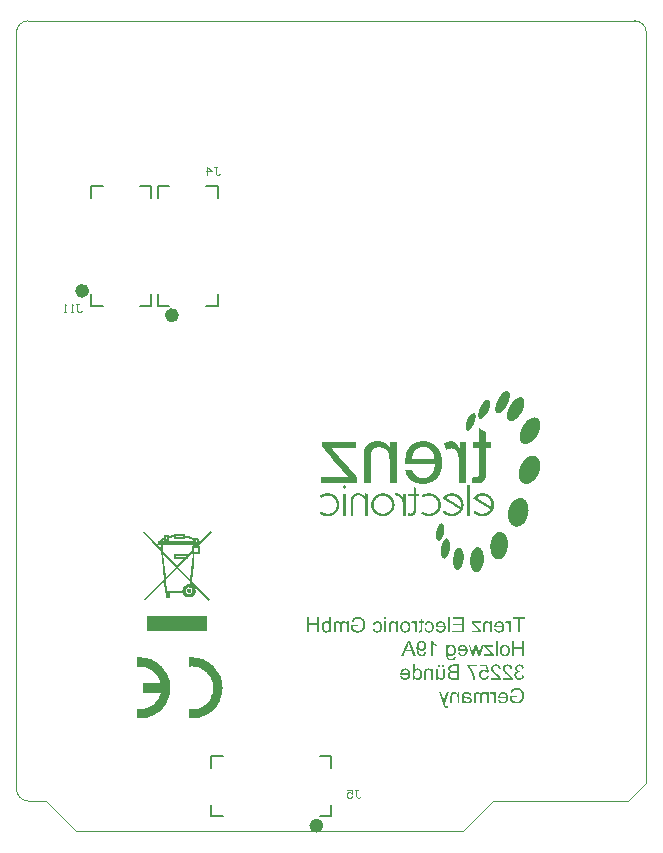
<source format=gbo>
%FSLAX44Y44*%
%MOMM*%
G71*
G01*
G75*
G04 Layer_Color=32896*
%ADD10C,0.1500*%
G04:AMPARAMS|DCode=11|XSize=0.6mm|YSize=0.5mm|CornerRadius=0.05mm|HoleSize=0mm|Usage=FLASHONLY|Rotation=0.000|XOffset=0mm|YOffset=0mm|HoleType=Round|Shape=RoundedRectangle|*
%AMROUNDEDRECTD11*
21,1,0.6000,0.4000,0,0,0.0*
21,1,0.5000,0.5000,0,0,0.0*
1,1,0.1000,0.2500,-0.2000*
1,1,0.1000,-0.2500,-0.2000*
1,1,0.1000,-0.2500,0.2000*
1,1,0.1000,0.2500,0.2000*
%
%ADD11ROUNDEDRECTD11*%
G04:AMPARAMS|DCode=12|XSize=0.6mm|YSize=0.5mm|CornerRadius=0.05mm|HoleSize=0mm|Usage=FLASHONLY|Rotation=270.000|XOffset=0mm|YOffset=0mm|HoleType=Round|Shape=RoundedRectangle|*
%AMROUNDEDRECTD12*
21,1,0.6000,0.4000,0,0,270.0*
21,1,0.5000,0.5000,0,0,270.0*
1,1,0.1000,-0.2000,-0.2500*
1,1,0.1000,-0.2000,0.2500*
1,1,0.1000,0.2000,0.2500*
1,1,0.1000,0.2000,-0.2500*
%
%ADD12ROUNDEDRECTD12*%
%ADD13O,0.9500X0.4000*%
G04:AMPARAMS|DCode=14|XSize=0.7mm|YSize=0.55mm|CornerRadius=0.055mm|HoleSize=0mm|Usage=FLASHONLY|Rotation=180.000|XOffset=0mm|YOffset=0mm|HoleType=Round|Shape=RoundedRectangle|*
%AMROUNDEDRECTD14*
21,1,0.7000,0.4400,0,0,180.0*
21,1,0.5900,0.5500,0,0,180.0*
1,1,0.1100,-0.2950,0.2200*
1,1,0.1100,0.2950,0.2200*
1,1,0.1100,0.2950,-0.2200*
1,1,0.1100,-0.2950,-0.2200*
%
%ADD14ROUNDEDRECTD14*%
G04:AMPARAMS|DCode=15|XSize=0.4mm|YSize=0.37mm|CornerRadius=0.037mm|HoleSize=0mm|Usage=FLASHONLY|Rotation=180.000|XOffset=0mm|YOffset=0mm|HoleType=Round|Shape=RoundedRectangle|*
%AMROUNDEDRECTD15*
21,1,0.4000,0.2960,0,0,180.0*
21,1,0.3260,0.3700,0,0,180.0*
1,1,0.0740,-0.1630,0.1480*
1,1,0.0740,0.1630,0.1480*
1,1,0.0740,0.1630,-0.1480*
1,1,0.0740,-0.1630,-0.1480*
%
%ADD15ROUNDEDRECTD15*%
G04:AMPARAMS|DCode=16|XSize=0.4mm|YSize=0.37mm|CornerRadius=0.037mm|HoleSize=0mm|Usage=FLASHONLY|Rotation=270.000|XOffset=0mm|YOffset=0mm|HoleType=Round|Shape=RoundedRectangle|*
%AMROUNDEDRECTD16*
21,1,0.4000,0.2960,0,0,270.0*
21,1,0.3260,0.3700,0,0,270.0*
1,1,0.0740,-0.1480,-0.1630*
1,1,0.0740,-0.1480,0.1630*
1,1,0.0740,0.1480,0.1630*
1,1,0.0740,0.1480,-0.1630*
%
%ADD16ROUNDEDRECTD16*%
G04:AMPARAMS|DCode=17|XSize=0.93mm|YSize=0.89mm|CornerRadius=0.089mm|HoleSize=0mm|Usage=FLASHONLY|Rotation=90.000|XOffset=0mm|YOffset=0mm|HoleType=Round|Shape=RoundedRectangle|*
%AMROUNDEDRECTD17*
21,1,0.9300,0.7120,0,0,90.0*
21,1,0.7520,0.8900,0,0,90.0*
1,1,0.1780,0.3560,0.3760*
1,1,0.1780,0.3560,-0.3760*
1,1,0.1780,-0.3560,-0.3760*
1,1,0.1780,-0.3560,0.3760*
%
%ADD17ROUNDEDRECTD17*%
%ADD18O,1.6500X0.3000*%
%ADD19O,0.3000X1.6500*%
%ADD20R,0.5400X0.7400*%
G04:AMPARAMS|DCode=21|XSize=0.7mm|YSize=0.55mm|CornerRadius=0.055mm|HoleSize=0mm|Usage=FLASHONLY|Rotation=90.000|XOffset=0mm|YOffset=0mm|HoleType=Round|Shape=RoundedRectangle|*
%AMROUNDEDRECTD21*
21,1,0.7000,0.4400,0,0,90.0*
21,1,0.5900,0.5500,0,0,90.0*
1,1,0.1100,0.2200,0.2950*
1,1,0.1100,0.2200,-0.2950*
1,1,0.1100,-0.2200,-0.2950*
1,1,0.1100,-0.2200,0.2950*
%
%ADD21ROUNDEDRECTD21*%
G04:AMPARAMS|DCode=22|XSize=1.3mm|YSize=3.5mm|CornerRadius=0.325mm|HoleSize=0mm|Usage=FLASHONLY|Rotation=180.000|XOffset=0mm|YOffset=0mm|HoleType=Round|Shape=RoundedRectangle|*
%AMROUNDEDRECTD22*
21,1,1.3000,2.8500,0,0,180.0*
21,1,0.6500,3.5000,0,0,180.0*
1,1,0.6500,-0.3250,1.4250*
1,1,0.6500,0.3250,1.4250*
1,1,0.6500,0.3250,-1.4250*
1,1,0.6500,-0.3250,-1.4250*
%
%ADD22ROUNDEDRECTD22*%
G04:AMPARAMS|DCode=23|XSize=0.3mm|YSize=0.6mm|CornerRadius=0.0495mm|HoleSize=0mm|Usage=FLASHONLY|Rotation=0.000|XOffset=0mm|YOffset=0mm|HoleType=Round|Shape=RoundedRectangle|*
%AMROUNDEDRECTD23*
21,1,0.3000,0.5010,0,0,0.0*
21,1,0.2010,0.6000,0,0,0.0*
1,1,0.0990,0.1005,-0.2505*
1,1,0.0990,-0.1005,-0.2505*
1,1,0.0990,-0.1005,0.2505*
1,1,0.0990,0.1005,0.2505*
%
%ADD23ROUNDEDRECTD23*%
G04:AMPARAMS|DCode=24|XSize=0.3mm|YSize=0.6mm|CornerRadius=0.0495mm|HoleSize=0mm|Usage=FLASHONLY|Rotation=270.000|XOffset=0mm|YOffset=0mm|HoleType=Round|Shape=RoundedRectangle|*
%AMROUNDEDRECTD24*
21,1,0.3000,0.5010,0,0,270.0*
21,1,0.2010,0.6000,0,0,270.0*
1,1,0.0990,-0.2505,-0.1005*
1,1,0.0990,-0.2505,0.1005*
1,1,0.0990,0.2505,0.1005*
1,1,0.0990,0.2505,-0.1005*
%
%ADD24ROUNDEDRECTD24*%
%ADD25R,2.2500X0.9000*%
G04:AMPARAMS|DCode=26|XSize=1.38mm|YSize=1.05mm|CornerRadius=0.105mm|HoleSize=0mm|Usage=FLASHONLY|Rotation=180.000|XOffset=0mm|YOffset=0mm|HoleType=Round|Shape=RoundedRectangle|*
%AMROUNDEDRECTD26*
21,1,1.3800,0.8400,0,0,180.0*
21,1,1.1700,1.0500,0,0,180.0*
1,1,0.2100,-0.5850,0.4200*
1,1,0.2100,0.5850,0.4200*
1,1,0.2100,0.5850,-0.4200*
1,1,0.2100,-0.5850,-0.4200*
%
%ADD26ROUNDEDRECTD26*%
%ADD27O,0.7600X1.6000*%
%ADD28O,0.6000X1.6000*%
G04:AMPARAMS|DCode=29|XSize=0.9mm|YSize=0.8mm|CornerRadius=0.08mm|HoleSize=0mm|Usage=FLASHONLY|Rotation=180.000|XOffset=0mm|YOffset=0mm|HoleType=Round|Shape=RoundedRectangle|*
%AMROUNDEDRECTD29*
21,1,0.9000,0.6400,0,0,180.0*
21,1,0.7400,0.8000,0,0,180.0*
1,1,0.1600,-0.3700,0.3200*
1,1,0.1600,0.3700,0.3200*
1,1,0.1600,0.3700,-0.3200*
1,1,0.1600,-0.3700,-0.3200*
%
%ADD29ROUNDEDRECTD29*%
%ADD30O,0.6000X1.4000*%
G04:AMPARAMS|DCode=31|XSize=1mm|YSize=1.4mm|CornerRadius=0.25mm|HoleSize=0mm|Usage=FLASHONLY|Rotation=180.000|XOffset=0mm|YOffset=0mm|HoleType=Round|Shape=RoundedRectangle|*
%AMROUNDEDRECTD31*
21,1,1.0000,0.9000,0,0,180.0*
21,1,0.5000,1.4000,0,0,180.0*
1,1,0.5000,-0.2500,0.4500*
1,1,0.5000,0.2500,0.4500*
1,1,0.5000,0.2500,-0.4500*
1,1,0.5000,-0.2500,-0.4500*
%
%ADD31ROUNDEDRECTD31*%
G04:AMPARAMS|DCode=32|XSize=1mm|YSize=1mm|CornerRadius=0.25mm|HoleSize=0mm|Usage=FLASHONLY|Rotation=180.000|XOffset=0mm|YOffset=0mm|HoleType=Round|Shape=RoundedRectangle|*
%AMROUNDEDRECTD32*
21,1,1.0000,0.5000,0,0,180.0*
21,1,0.5000,1.0000,0,0,180.0*
1,1,0.5000,-0.2500,0.2500*
1,1,0.5000,0.2500,0.2500*
1,1,0.5000,0.2500,-0.2500*
1,1,0.5000,-0.2500,-0.2500*
%
%ADD32ROUNDEDRECTD32*%
%ADD33R,4.4500X4.4500*%
%ADD34O,0.8200X0.2700*%
%ADD35O,0.2700X0.8200*%
G04:AMPARAMS|DCode=36|XSize=0.9mm|YSize=1mm|CornerRadius=0.09mm|HoleSize=0mm|Usage=FLASHONLY|Rotation=180.000|XOffset=0mm|YOffset=0mm|HoleType=Round|Shape=RoundedRectangle|*
%AMROUNDEDRECTD36*
21,1,0.9000,0.8200,0,0,180.0*
21,1,0.7200,1.0000,0,0,180.0*
1,1,0.1800,-0.3600,0.4100*
1,1,0.1800,0.3600,0.4100*
1,1,0.1800,0.3600,-0.4100*
1,1,0.1800,-0.3600,-0.4100*
%
%ADD36ROUNDEDRECTD36*%
G04:AMPARAMS|DCode=37|XSize=1.7mm|YSize=0.55mm|CornerRadius=0.055mm|HoleSize=0mm|Usage=FLASHONLY|Rotation=180.000|XOffset=0mm|YOffset=0mm|HoleType=Round|Shape=RoundedRectangle|*
%AMROUNDEDRECTD37*
21,1,1.7000,0.4400,0,0,180.0*
21,1,1.5900,0.5500,0,0,180.0*
1,1,0.1100,-0.7950,0.2200*
1,1,0.1100,0.7950,0.2200*
1,1,0.1100,0.7950,-0.2200*
1,1,0.1100,-0.7950,-0.2200*
%
%ADD37ROUNDEDRECTD37*%
%ADD38C,1.0000*%
%ADD39O,0.4000X1.3500*%
G04:AMPARAMS|DCode=40|XSize=2.3mm|YSize=1.9mm|CornerRadius=0.19mm|HoleSize=0mm|Usage=FLASHONLY|Rotation=180.000|XOffset=0mm|YOffset=0mm|HoleType=Round|Shape=RoundedRectangle|*
%AMROUNDEDRECTD40*
21,1,2.3000,1.5200,0,0,180.0*
21,1,1.9200,1.9000,0,0,180.0*
1,1,0.3800,-0.9600,0.7600*
1,1,0.3800,0.9600,0.7600*
1,1,0.3800,0.9600,-0.7600*
1,1,0.3800,-0.9600,-0.7600*
%
%ADD40ROUNDEDRECTD40*%
%ADD41R,1.8000X1.9000*%
G04:AMPARAMS|DCode=42|XSize=1.55mm|YSize=1.35mm|CornerRadius=0.135mm|HoleSize=0mm|Usage=FLASHONLY|Rotation=180.000|XOffset=0mm|YOffset=0mm|HoleType=Round|Shape=RoundedRectangle|*
%AMROUNDEDRECTD42*
21,1,1.5500,1.0800,0,0,180.0*
21,1,1.2800,1.3500,0,0,180.0*
1,1,0.2700,-0.6400,0.5400*
1,1,0.2700,0.6400,0.5400*
1,1,0.2700,0.6400,-0.5400*
1,1,0.2700,-0.6400,-0.5400*
%
%ADD42ROUNDEDRECTD42*%
G04:AMPARAMS|DCode=43|XSize=1.8mm|YSize=1.17mm|CornerRadius=0.117mm|HoleSize=0mm|Usage=FLASHONLY|Rotation=90.000|XOffset=0mm|YOffset=0mm|HoleType=Round|Shape=RoundedRectangle|*
%AMROUNDEDRECTD43*
21,1,1.8000,0.9360,0,0,90.0*
21,1,1.5660,1.1700,0,0,90.0*
1,1,0.2340,0.4680,0.7830*
1,1,0.2340,0.4680,-0.7830*
1,1,0.2340,-0.4680,-0.7830*
1,1,0.2340,-0.4680,0.7830*
%
%ADD43ROUNDEDRECTD43*%
G04:AMPARAMS|DCode=44|XSize=0.75mm|YSize=1.1mm|CornerRadius=0.075mm|HoleSize=0mm|Usage=FLASHONLY|Rotation=180.000|XOffset=0mm|YOffset=0mm|HoleType=Round|Shape=RoundedRectangle|*
%AMROUNDEDRECTD44*
21,1,0.7500,0.9500,0,0,180.0*
21,1,0.6000,1.1000,0,0,180.0*
1,1,0.1500,-0.3000,0.4750*
1,1,0.1500,0.3000,0.4750*
1,1,0.1500,0.3000,-0.4750*
1,1,0.1500,-0.3000,-0.4750*
%
%ADD44ROUNDEDRECTD44*%
G04:AMPARAMS|DCode=45|XSize=1.2mm|YSize=1mm|CornerRadius=0.1mm|HoleSize=0mm|Usage=FLASHONLY|Rotation=180.000|XOffset=0mm|YOffset=0mm|HoleType=Round|Shape=RoundedRectangle|*
%AMROUNDEDRECTD45*
21,1,1.2000,0.8000,0,0,180.0*
21,1,1.0000,1.0000,0,0,180.0*
1,1,0.2000,-0.5000,0.4000*
1,1,0.2000,0.5000,0.4000*
1,1,0.2000,0.5000,-0.4000*
1,1,0.2000,-0.5000,-0.4000*
%
%ADD45ROUNDEDRECTD45*%
G04:AMPARAMS|DCode=46|XSize=1.9mm|YSize=1.35mm|CornerRadius=0.135mm|HoleSize=0mm|Usage=FLASHONLY|Rotation=180.000|XOffset=0mm|YOffset=0mm|HoleType=Round|Shape=RoundedRectangle|*
%AMROUNDEDRECTD46*
21,1,1.9000,1.0800,0,0,180.0*
21,1,1.6300,1.3500,0,0,180.0*
1,1,0.2700,-0.8150,0.5400*
1,1,0.2700,0.8150,0.5400*
1,1,0.2700,0.8150,-0.5400*
1,1,0.2700,-0.8150,-0.5400*
%
%ADD46ROUNDEDRECTD46*%
G04:AMPARAMS|DCode=47|XSize=2mm|YSize=1.1mm|CornerRadius=0.11mm|HoleSize=0mm|Usage=FLASHONLY|Rotation=90.000|XOffset=0mm|YOffset=0mm|HoleType=Round|Shape=RoundedRectangle|*
%AMROUNDEDRECTD47*
21,1,2.0000,0.8800,0,0,90.0*
21,1,1.7800,1.1000,0,0,90.0*
1,1,0.2200,0.4400,0.8900*
1,1,0.2200,0.4400,-0.8900*
1,1,0.2200,-0.4400,-0.8900*
1,1,0.2200,-0.4400,0.8900*
%
%ADD47ROUNDEDRECTD47*%
G04:AMPARAMS|DCode=48|XSize=0.8mm|YSize=0.8mm|CornerRadius=0.08mm|HoleSize=0mm|Usage=FLASHONLY|Rotation=90.000|XOffset=0mm|YOffset=0mm|HoleType=Round|Shape=RoundedRectangle|*
%AMROUNDEDRECTD48*
21,1,0.8000,0.6400,0,0,90.0*
21,1,0.6400,0.8000,0,0,90.0*
1,1,0.1600,0.3200,0.3200*
1,1,0.1600,0.3200,-0.3200*
1,1,0.1600,-0.3200,-0.3200*
1,1,0.1600,-0.3200,0.3200*
%
%ADD48ROUNDEDRECTD48*%
G04:AMPARAMS|DCode=49|XSize=0.93mm|YSize=0.89mm|CornerRadius=0.089mm|HoleSize=0mm|Usage=FLASHONLY|Rotation=0.000|XOffset=0mm|YOffset=0mm|HoleType=Round|Shape=RoundedRectangle|*
%AMROUNDEDRECTD49*
21,1,0.9300,0.7120,0,0,0.0*
21,1,0.7520,0.8900,0,0,0.0*
1,1,0.1780,0.3760,-0.3560*
1,1,0.1780,-0.3760,-0.3560*
1,1,0.1780,-0.3760,0.3560*
1,1,0.1780,0.3760,0.3560*
%
%ADD49ROUNDEDRECTD49*%
%ADD50O,0.8000X1.4700*%
%ADD51C,0.1000*%
%ADD52C,0.2000*%
%ADD53C,0.3000*%
%ADD54C,0.1200*%
%ADD55C,0.5000*%
%ADD56R,1.5000X1.5000*%
%ADD57C,1.5000*%
%ADD58R,1.3500X1.3500*%
%ADD59R,1.5000X1.5000*%
%ADD60C,0.4500*%
%ADD61C,1.0000*%
%ADD62C,2.0000*%
%ADD63C,0.6000*%
%ADD64C,0.4000*%
%ADD65C,0.2500*%
%ADD66C,0.2000*%
G36*
X289486Y181013D02*
X289819Y180997D01*
X290469Y180913D01*
X290769Y180847D01*
X291036Y180780D01*
X291302Y180713D01*
X291535Y180630D01*
X291752Y180563D01*
X291952Y180480D01*
X292119Y180413D01*
X292252Y180364D01*
X292369Y180297D01*
X292452Y180264D01*
X292502Y180247D01*
X292519Y180230D01*
X292785Y180080D01*
X293035Y179897D01*
X293485Y179530D01*
X293685Y179330D01*
X293868Y179130D01*
X294035Y178930D01*
X294185Y178731D01*
X294318Y178547D01*
X294435Y178381D01*
X294535Y178231D01*
X294618Y178097D01*
X294685Y177981D01*
X294735Y177897D01*
X294751Y177847D01*
X294768Y177831D01*
X294901Y177531D01*
X295018Y177214D01*
X295218Y176598D01*
X295351Y176015D01*
X295401Y175731D01*
X295434Y175481D01*
X295468Y175231D01*
X295501Y175015D01*
X295518Y174815D01*
Y174648D01*
X295534Y174515D01*
Y174415D01*
Y174348D01*
Y174332D01*
X295518Y173982D01*
X295501Y173648D01*
X295418Y172999D01*
X295351Y172699D01*
X295285Y172432D01*
X295218Y172166D01*
X295135Y171916D01*
X295068Y171699D01*
X295001Y171499D01*
X294935Y171332D01*
X294868Y171182D01*
X294818Y171066D01*
X294785Y170983D01*
X294751Y170933D01*
Y170916D01*
X294601Y170633D01*
X294435Y170383D01*
X294251Y170133D01*
X294052Y169916D01*
X293868Y169700D01*
X293668Y169516D01*
X293485Y169333D01*
X293302Y169183D01*
X293118Y169050D01*
X292969Y168916D01*
X292819Y168817D01*
X292685Y168733D01*
X292585Y168666D01*
X292502Y168617D01*
X292452Y168600D01*
X292435Y168583D01*
X292135Y168450D01*
X291835Y168317D01*
X291252Y168117D01*
X290669Y167983D01*
X290403Y167933D01*
X290136Y167883D01*
X289903Y167850D01*
X289686Y167833D01*
X289486Y167800D01*
X289319D01*
X289186Y167783D01*
X289003D01*
X288486Y167800D01*
X287986Y167867D01*
X287520Y167950D01*
X287103Y168033D01*
X286937Y168083D01*
X286770Y168133D01*
X286620Y168167D01*
X286504Y168200D01*
X286404Y168233D01*
X286337Y168267D01*
X286287Y168283D01*
X286270D01*
X285770Y168483D01*
X285304Y168733D01*
X284871Y168966D01*
X284471Y169216D01*
X284304Y169333D01*
X284154Y169433D01*
X284021Y169516D01*
X283904Y169600D01*
X283804Y169666D01*
X283738Y169716D01*
X283704Y169750D01*
X283687Y169766D01*
Y174532D01*
X289119D01*
Y173015D01*
X285354D01*
Y170616D01*
X285587Y170433D01*
X285837Y170266D01*
X286104Y170116D01*
X286353Y169983D01*
X286587Y169866D01*
X286787Y169783D01*
X286853Y169766D01*
X286903Y169733D01*
X286937Y169716D01*
X286953D01*
X287353Y169583D01*
X287736Y169483D01*
X288086Y169400D01*
X288420Y169350D01*
X288703Y169316D01*
X288820D01*
X288920Y169300D01*
X289103D01*
X289569Y169316D01*
X290019Y169383D01*
X290419Y169466D01*
X290769Y169583D01*
X290936Y169633D01*
X291069Y169683D01*
X291202Y169716D01*
X291302Y169766D01*
X291386Y169799D01*
X291452Y169833D01*
X291486Y169849D01*
X291502D01*
X291902Y170083D01*
X292235Y170349D01*
X292535Y170649D01*
X292769Y170916D01*
X292952Y171166D01*
X293035Y171283D01*
X293085Y171383D01*
X293135Y171449D01*
X293169Y171516D01*
X293202Y171549D01*
Y171566D01*
X293402Y172016D01*
X293535Y172499D01*
X293635Y172982D01*
X293718Y173432D01*
X293735Y173632D01*
X293752Y173832D01*
X293768Y173999D01*
Y174148D01*
X293785Y174265D01*
Y174348D01*
Y174415D01*
Y174432D01*
X293768Y174948D01*
X293702Y175431D01*
X293635Y175865D01*
X293535Y176248D01*
X293502Y176415D01*
X293452Y176565D01*
X293418Y176698D01*
X293368Y176814D01*
X293352Y176898D01*
X293318Y176964D01*
X293302Y176998D01*
Y177014D01*
X293185Y177264D01*
X293052Y177514D01*
X292918Y177731D01*
X292802Y177914D01*
X292685Y178064D01*
X292585Y178181D01*
X292519Y178247D01*
X292502Y178281D01*
X292302Y178481D01*
X292069Y178681D01*
X291835Y178831D01*
X291619Y178964D01*
X291436Y179081D01*
X291269Y179147D01*
X291169Y179197D01*
X291152Y179214D01*
X291136D01*
X290802Y179330D01*
X290469Y179430D01*
X290119Y179497D01*
X289803Y179530D01*
X289536Y179564D01*
X289419D01*
X289319Y179580D01*
X289119D01*
X288770Y179564D01*
X288436Y179530D01*
X288136Y179464D01*
X287887Y179414D01*
X287670Y179347D01*
X287503Y179280D01*
X287403Y179247D01*
X287387Y179230D01*
X287370D01*
X287087Y179097D01*
X286837Y178947D01*
X286620Y178797D01*
X286453Y178664D01*
X286320Y178531D01*
X286220Y178431D01*
X286154Y178364D01*
X286137Y178331D01*
X285987Y178114D01*
X285837Y177864D01*
X285720Y177598D01*
X285620Y177364D01*
X285537Y177131D01*
X285470Y176964D01*
X285454Y176898D01*
X285437Y176848D01*
X285420Y176814D01*
Y176798D01*
X283888Y177214D01*
X284021Y177681D01*
X284187Y178097D01*
X284337Y178447D01*
X284504Y178747D01*
X284654Y178997D01*
X284704Y179097D01*
X284771Y179164D01*
X284804Y179230D01*
X284837Y179280D01*
X284871Y179297D01*
Y179314D01*
X285121Y179597D01*
X285404Y179847D01*
X285704Y180064D01*
X285987Y180247D01*
X286237Y180380D01*
X286337Y180430D01*
X286437Y180480D01*
X286520Y180513D01*
X286570Y180547D01*
X286604Y180563D01*
X286620D01*
X287053Y180713D01*
X287487Y180830D01*
X287903Y180913D01*
X288303Y180980D01*
X288470Y180997D01*
X288636Y181013D01*
X288770D01*
X288903Y181030D01*
X289136D01*
X289486Y181013D01*
D02*
G37*
G36*
X409205Y177464D02*
X409539Y177431D01*
X409855Y177364D01*
X410155Y177281D01*
X410422Y177181D01*
X410688Y177064D01*
X410922Y176948D01*
X411138Y176831D01*
X411321Y176714D01*
X411488Y176598D01*
X411638Y176481D01*
X411755Y176381D01*
X411855Y176298D01*
X411921Y176231D01*
X411955Y176198D01*
X411971Y176181D01*
X412188Y175931D01*
X412371Y175665D01*
X412521Y175365D01*
X412671Y175065D01*
X412788Y174765D01*
X412871Y174465D01*
X412954Y174165D01*
X413021Y173882D01*
X413071Y173615D01*
X413104Y173365D01*
X413138Y173132D01*
X413154Y172932D01*
Y172782D01*
X413171Y172649D01*
Y172582D01*
Y172549D01*
X413154Y172132D01*
X413121Y171749D01*
X413054Y171399D01*
X412988Y171049D01*
X412905Y170749D01*
X412804Y170449D01*
X412688Y170199D01*
X412571Y169949D01*
X412471Y169750D01*
X412355Y169566D01*
X412255Y169416D01*
X412171Y169283D01*
X412105Y169183D01*
X412038Y169116D01*
X412005Y169066D01*
X411988Y169050D01*
X411755Y168833D01*
X411505Y168633D01*
X411238Y168466D01*
X410972Y168333D01*
X410705Y168200D01*
X410438Y168100D01*
X410172Y168017D01*
X409922Y167950D01*
X409689Y167900D01*
X409455Y167867D01*
X409255Y167833D01*
X409089Y167817D01*
X408955D01*
X408839Y167800D01*
X408755D01*
X408456Y167817D01*
X408172Y167833D01*
X407656Y167917D01*
X407422Y167983D01*
X407206Y168050D01*
X407006Y168117D01*
X406823Y168200D01*
X406656Y168267D01*
X406523Y168333D01*
X406390Y168400D01*
X406289Y168466D01*
X406206Y168517D01*
X406156Y168550D01*
X406123Y168583D01*
X406106D01*
X405756Y168900D01*
X405456Y169266D01*
X405206Y169633D01*
X405006Y169983D01*
X404873Y170299D01*
X404807Y170449D01*
X404773Y170566D01*
X404723Y170666D01*
X404707Y170733D01*
X404690Y170783D01*
Y170799D01*
X406323Y171016D01*
X406456Y170666D01*
X406623Y170366D01*
X406789Y170100D01*
X406939Y169900D01*
X407073Y169750D01*
X407189Y169633D01*
X407256Y169566D01*
X407289Y169550D01*
X407523Y169400D01*
X407772Y169283D01*
X408022Y169216D01*
X408239Y169150D01*
X408456Y169116D01*
X408606Y169100D01*
X408755D01*
X408972Y169116D01*
X409172Y169133D01*
X409555Y169233D01*
X409889Y169350D01*
X410172Y169500D01*
X410388Y169650D01*
X410572Y169783D01*
X410622Y169833D01*
X410672Y169866D01*
X410688Y169883D01*
X410705Y169900D01*
X410838Y170066D01*
X410955Y170233D01*
X411155Y170599D01*
X411305Y170983D01*
X411422Y171366D01*
X411488Y171699D01*
X411505Y171849D01*
X411521Y171982D01*
X411538Y172082D01*
X411555Y172166D01*
Y172216D01*
Y172232D01*
X404640D01*
X404623Y172416D01*
Y172549D01*
Y172616D01*
Y172649D01*
X404640Y173065D01*
X404673Y173465D01*
X404740Y173832D01*
X404807Y174182D01*
X404890Y174498D01*
X404990Y174782D01*
X405107Y175048D01*
X405206Y175298D01*
X405323Y175515D01*
X405440Y175698D01*
X405540Y175848D01*
X405623Y175981D01*
X405690Y176081D01*
X405756Y176148D01*
X405790Y176198D01*
X405806Y176215D01*
X406040Y176431D01*
X406273Y176631D01*
X406523Y176798D01*
X406789Y176948D01*
X407039Y177064D01*
X407289Y177164D01*
X407539Y177264D01*
X407772Y177331D01*
X407989Y177381D01*
X408206Y177414D01*
X408389Y177448D01*
X408539Y177464D01*
X408672Y177481D01*
X408856D01*
X409205Y177464D01*
D02*
G37*
G36*
X343755Y179564D02*
Y177281D01*
X344922D01*
Y176065D01*
X343755D01*
Y170716D01*
Y170466D01*
X343739Y170233D01*
Y170016D01*
X343722Y169833D01*
X343705Y169650D01*
X343689Y169500D01*
X343672Y169366D01*
X343656Y169250D01*
X343622Y169066D01*
X343605Y168950D01*
X343572Y168866D01*
Y168850D01*
X343489Y168700D01*
X343389Y168566D01*
X343272Y168433D01*
X343156Y168333D01*
X343056Y168250D01*
X342989Y168200D01*
X342922Y168167D01*
X342906Y168150D01*
X342722Y168067D01*
X342506Y168000D01*
X342289Y167950D01*
X342073Y167917D01*
X341889Y167900D01*
X341723Y167883D01*
X341589D01*
X341173Y167900D01*
X340973Y167933D01*
X340790Y167950D01*
X340623Y167983D01*
X340506Y168000D01*
X340423Y168017D01*
X340390D01*
X340606Y169400D01*
X340756Y169383D01*
X340890Y169366D01*
X341023D01*
X341123Y169350D01*
X341306D01*
X341539Y169366D01*
X341706Y169400D01*
X341773Y169416D01*
X341823Y169433D01*
X341839Y169450D01*
X341856D01*
X341973Y169550D01*
X342056Y169650D01*
X342106Y169716D01*
X342123Y169750D01*
X342139Y169849D01*
X342156Y169966D01*
X342173Y170116D01*
Y170266D01*
X342189Y170399D01*
Y170516D01*
Y170599D01*
Y170633D01*
Y176065D01*
X340606D01*
Y177281D01*
X342189D01*
Y180513D01*
X343755Y179564D01*
D02*
G37*
G36*
X399874Y134065D02*
X398391Y133848D01*
X398258Y134048D01*
X398108Y134215D01*
X397942Y134382D01*
X397792Y134498D01*
X397658Y134615D01*
X397558Y134682D01*
X397492Y134732D01*
X397458Y134748D01*
X397225Y134865D01*
X396975Y134965D01*
X396742Y135031D01*
X396542Y135065D01*
X396342Y135098D01*
X396209Y135115D01*
X395842D01*
X395642Y135082D01*
X395242Y134998D01*
X394909Y134865D01*
X394626Y134732D01*
X394393Y134582D01*
X394226Y134448D01*
X394176Y134398D01*
X394126Y134365D01*
X394092Y134348D01*
Y134332D01*
X393959Y134182D01*
X393843Y134015D01*
X393659Y133665D01*
X393526Y133315D01*
X393443Y132965D01*
X393376Y132666D01*
X393359Y132532D01*
Y132416D01*
X393343Y132332D01*
Y132266D01*
Y132216D01*
Y132199D01*
Y131932D01*
X393376Y131699D01*
X393459Y131249D01*
X393593Y130866D01*
X393726Y130533D01*
X393809Y130399D01*
X393876Y130283D01*
X393943Y130166D01*
X394009Y130083D01*
X394059Y130016D01*
X394092Y129966D01*
X394109Y129950D01*
X394126Y129933D01*
X394276Y129783D01*
X394426Y129650D01*
X394592Y129533D01*
X394759Y129450D01*
X395076Y129283D01*
X395392Y129183D01*
X395659Y129133D01*
X395775Y129116D01*
X395859Y129100D01*
X395942Y129083D01*
X396059D01*
X396409Y129116D01*
X396708Y129183D01*
X396992Y129266D01*
X397225Y129383D01*
X397408Y129483D01*
X397558Y129583D01*
X397642Y129650D01*
X397675Y129666D01*
X397892Y129916D01*
X398075Y130199D01*
X398225Y130499D01*
X398341Y130799D01*
X398408Y131049D01*
X398441Y131166D01*
X398475Y131266D01*
X398491Y131349D01*
Y131416D01*
X398508Y131449D01*
Y131466D01*
X400158Y131349D01*
X400124Y131049D01*
X400058Y130766D01*
X399991Y130516D01*
X399891Y130266D01*
X399808Y130033D01*
X399691Y129816D01*
X399591Y129616D01*
X399474Y129450D01*
X399375Y129283D01*
X399258Y129150D01*
X399175Y129033D01*
X399075Y128933D01*
X399008Y128850D01*
X398958Y128800D01*
X398925Y128766D01*
X398908Y128750D01*
X398691Y128583D01*
X398475Y128433D01*
X398242Y128300D01*
X397991Y128200D01*
X397758Y128100D01*
X397525Y128017D01*
X397075Y127900D01*
X396858Y127867D01*
X396675Y127833D01*
X396492Y127817D01*
X396342Y127800D01*
X396225Y127783D01*
X396059D01*
X395676Y127800D01*
X395309Y127850D01*
X394959Y127933D01*
X394626Y128033D01*
X394326Y128150D01*
X394059Y128267D01*
X393809Y128417D01*
X393576Y128567D01*
X393376Y128700D01*
X393193Y128850D01*
X393043Y128966D01*
X392926Y129100D01*
X392826Y129183D01*
X392743Y129266D01*
X392710Y129316D01*
X392693Y129333D01*
X392510Y129583D01*
X392360Y129833D01*
X392226Y130083D01*
X392110Y130333D01*
X392010Y130583D01*
X391926Y130833D01*
X391810Y131316D01*
X391760Y131516D01*
X391726Y131716D01*
X391710Y131899D01*
X391693Y132049D01*
X391676Y132166D01*
Y132249D01*
Y132316D01*
Y132332D01*
X391693Y132666D01*
X391726Y132982D01*
X391777Y133282D01*
X391860Y133582D01*
X391943Y133848D01*
X392043Y134082D01*
X392143Y134315D01*
X392260Y134515D01*
X392360Y134698D01*
X392476Y134865D01*
X392576Y134998D01*
X392660Y135115D01*
X392743Y135215D01*
X392793Y135281D01*
X392826Y135315D01*
X392843Y135331D01*
X393060Y135531D01*
X393293Y135715D01*
X393526Y135865D01*
X393759Y136015D01*
X394009Y136115D01*
X394243Y136215D01*
X394459Y136298D01*
X394676Y136348D01*
X394892Y136398D01*
X395076Y136431D01*
X395242Y136465D01*
X395376Y136481D01*
X395492Y136498D01*
X395659D01*
X395892Y136481D01*
X396125Y136465D01*
X396575Y136364D01*
X396975Y136248D01*
X397342Y136098D01*
X397508Y136015D01*
X397642Y135948D01*
X397775Y135865D01*
X397875Y135815D01*
X397958Y135765D01*
X398025Y135715D01*
X398058Y135698D01*
X398075Y135681D01*
X397392Y139147D01*
X392276D01*
Y140647D01*
X398641D01*
X399874Y134065D01*
D02*
G37*
G36*
X406223Y140847D02*
X406539Y140830D01*
X406839Y140780D01*
X407106Y140713D01*
X407373Y140647D01*
X407606Y140563D01*
X407822Y140480D01*
X408022Y140397D01*
X408206Y140297D01*
X408355Y140213D01*
X408489Y140130D01*
X408605Y140064D01*
X408689Y139997D01*
X408755Y139947D01*
X408789Y139930D01*
X408805Y139914D01*
X409005Y139730D01*
X409172Y139530D01*
X409322Y139314D01*
X409455Y139080D01*
X409572Y138864D01*
X409672Y138631D01*
X409822Y138181D01*
X409888Y137981D01*
X409939Y137781D01*
X409972Y137614D01*
X410005Y137464D01*
X410022Y137331D01*
Y137248D01*
X410038Y137181D01*
Y137164D01*
X408422Y136998D01*
X408389Y137431D01*
X408322Y137797D01*
X408206Y138114D01*
X408072Y138397D01*
X407956Y138597D01*
X407839Y138764D01*
X407772Y138847D01*
X407739Y138881D01*
X407472Y139114D01*
X407173Y139280D01*
X406856Y139397D01*
X406573Y139480D01*
X406323Y139530D01*
X406206Y139547D01*
X406106D01*
X406040Y139564D01*
X405923D01*
X405540Y139530D01*
X405190Y139464D01*
X404890Y139364D01*
X404640Y139247D01*
X404440Y139114D01*
X404290Y139014D01*
X404207Y138947D01*
X404173Y138914D01*
X403940Y138664D01*
X403773Y138397D01*
X403657Y138147D01*
X403573Y137898D01*
X403523Y137681D01*
X403507Y137498D01*
X403490Y137431D01*
Y137398D01*
Y137364D01*
Y137348D01*
Y137181D01*
X403523Y137014D01*
X403607Y136664D01*
X403723Y136348D01*
X403857Y136065D01*
X404007Y135815D01*
X404073Y135715D01*
X404123Y135615D01*
X404173Y135548D01*
X404207Y135498D01*
X404223Y135465D01*
X404240Y135448D01*
X404390Y135248D01*
X404573Y135048D01*
X404773Y134832D01*
X404990Y134598D01*
X405456Y134148D01*
X405923Y133715D01*
X406139Y133515D01*
X406356Y133332D01*
X406556Y133165D01*
X406723Y133015D01*
X406856Y132899D01*
X406973Y132815D01*
X407039Y132749D01*
X407056Y132732D01*
X407539Y132332D01*
X407956Y131966D01*
X408306Y131632D01*
X408589Y131349D01*
X408822Y131116D01*
X408989Y130933D01*
X409039Y130866D01*
X409089Y130816D01*
X409105Y130799D01*
X409122Y130783D01*
X409372Y130466D01*
X409589Y130166D01*
X409755Y129883D01*
X409905Y129616D01*
X410022Y129400D01*
X410088Y129233D01*
X410122Y129166D01*
X410138Y129116D01*
X410155Y129100D01*
Y129083D01*
X410222Y128883D01*
X410272Y128700D01*
X410305Y128517D01*
X410322Y128350D01*
X410338Y128200D01*
Y128100D01*
Y128033D01*
Y128000D01*
X401857D01*
Y129516D01*
X408156D01*
X407939Y129816D01*
X407822Y129966D01*
X407722Y130083D01*
X407622Y130199D01*
X407556Y130283D01*
X407506Y130333D01*
X407489Y130349D01*
X407406Y130433D01*
X407289Y130549D01*
X407173Y130666D01*
X407039Y130783D01*
X406739Y131049D01*
X406423Y131316D01*
X406139Y131566D01*
X406006Y131682D01*
X405906Y131782D01*
X405806Y131849D01*
X405740Y131916D01*
X405690Y131949D01*
X405673Y131966D01*
X405373Y132232D01*
X405073Y132482D01*
X404823Y132699D01*
X404573Y132915D01*
X404357Y133115D01*
X404157Y133315D01*
X403973Y133482D01*
X403823Y133632D01*
X403673Y133765D01*
X403557Y133882D01*
X403457Y133982D01*
X403373Y134065D01*
X403324Y134132D01*
X403274Y134182D01*
X403240Y134198D01*
Y134215D01*
X402990Y134515D01*
X402774Y134815D01*
X402590Y135082D01*
X402440Y135315D01*
X402324Y135498D01*
X402257Y135648D01*
X402207Y135748D01*
X402191Y135781D01*
X402090Y136065D01*
X402007Y136331D01*
X401957Y136598D01*
X401907Y136814D01*
X401890Y137014D01*
X401874Y137164D01*
Y137264D01*
Y137298D01*
X401890Y137581D01*
X401924Y137847D01*
X401974Y138097D01*
X402040Y138331D01*
X402224Y138764D01*
X402307Y138964D01*
X402407Y139130D01*
X402524Y139297D01*
X402607Y139430D01*
X402707Y139547D01*
X402790Y139647D01*
X402857Y139730D01*
X402907Y139780D01*
X402940Y139814D01*
X402957Y139830D01*
X403173Y140014D01*
X403390Y140163D01*
X403623Y140314D01*
X403873Y140430D01*
X404123Y140530D01*
X404357Y140613D01*
X404823Y140730D01*
X405040Y140780D01*
X405240Y140813D01*
X405423Y140830D01*
X405590Y140847D01*
X405706Y140863D01*
X405890D01*
X406223Y140847D01*
D02*
G37*
G36*
X305898Y177464D02*
X306315Y177398D01*
X306698Y177298D01*
X307015Y177198D01*
X307298Y177098D01*
X307415Y177048D01*
X307498Y176998D01*
X307581Y176964D01*
X307631Y176931D01*
X307665Y176914D01*
X307681D01*
X308031Y176681D01*
X308348Y176415D01*
X308615Y176131D01*
X308814Y175848D01*
X308981Y175598D01*
X309098Y175398D01*
X309148Y175331D01*
X309181Y175265D01*
X309198Y175231D01*
Y175215D01*
X309364Y174782D01*
X309481Y174332D01*
X309564Y173899D01*
X309614Y173482D01*
X309648Y173299D01*
Y173132D01*
X309664Y172982D01*
X309681Y172849D01*
Y172749D01*
Y172666D01*
Y172616D01*
Y172599D01*
X309664Y172182D01*
X309631Y171782D01*
X309581Y171416D01*
X309498Y171066D01*
X309414Y170749D01*
X309314Y170449D01*
X309214Y170183D01*
X309098Y169949D01*
X308998Y169733D01*
X308898Y169550D01*
X308798Y169400D01*
X308715Y169266D01*
X308631Y169166D01*
X308581Y169100D01*
X308548Y169050D01*
X308531Y169033D01*
X308315Y168817D01*
X308065Y168633D01*
X307815Y168466D01*
X307565Y168317D01*
X307315Y168200D01*
X307065Y168100D01*
X306815Y168017D01*
X306582Y167950D01*
X306348Y167900D01*
X306148Y167867D01*
X305965Y167833D01*
X305799Y167817D01*
X305665D01*
X305565Y167800D01*
X305482D01*
X305199Y167817D01*
X304932Y167833D01*
X304449Y167933D01*
X304016Y168083D01*
X303816Y168167D01*
X303632Y168250D01*
X303482Y168317D01*
X303333Y168400D01*
X303216Y168483D01*
X303116Y168550D01*
X303033Y168600D01*
X302983Y168650D01*
X302949Y168666D01*
X302933Y168683D01*
X302749Y168866D01*
X302566Y169050D01*
X302416Y169250D01*
X302283Y169450D01*
X302050Y169866D01*
X301883Y170266D01*
X301816Y170449D01*
X301750Y170633D01*
X301716Y170783D01*
X301666Y170916D01*
X301650Y171033D01*
X301633Y171116D01*
X301616Y171166D01*
Y171182D01*
X303166Y171399D01*
X303249Y170983D01*
X303366Y170633D01*
X303499Y170333D01*
X303632Y170083D01*
X303749Y169900D01*
X303866Y169750D01*
X303932Y169683D01*
X303966Y169650D01*
X304216Y169466D01*
X304466Y169333D01*
X304715Y169233D01*
X304965Y169166D01*
X305182Y169133D01*
X305349Y169116D01*
X305415Y169100D01*
X305499D01*
X305715Y169116D01*
X305915Y169133D01*
X306282Y169233D01*
X306598Y169366D01*
X306865Y169516D01*
X307082Y169666D01*
X307232Y169799D01*
X307332Y169900D01*
X307348Y169916D01*
X307365Y169933D01*
X307481Y170100D01*
X307598Y170299D01*
X307765Y170716D01*
X307898Y171166D01*
X307981Y171616D01*
X307998Y171816D01*
X308031Y172016D01*
X308048Y172182D01*
Y172349D01*
X308065Y172465D01*
Y172565D01*
Y172632D01*
Y172649D01*
X308048Y172982D01*
X308031Y173299D01*
X307998Y173582D01*
X307948Y173848D01*
X307898Y174082D01*
X307831Y174298D01*
X307765Y174498D01*
X307698Y174682D01*
X307631Y174832D01*
X307565Y174965D01*
X307498Y175082D01*
X307448Y175165D01*
X307398Y175248D01*
X307365Y175298D01*
X307332Y175315D01*
Y175331D01*
X307181Y175481D01*
X307032Y175615D01*
X306882Y175731D01*
X306715Y175831D01*
X306398Y175981D01*
X306098Y176081D01*
X305832Y176131D01*
X305715Y176148D01*
X305615Y176165D01*
X305532Y176181D01*
X305415D01*
X305132Y176165D01*
X304882Y176115D01*
X304649Y176031D01*
X304449Y175948D01*
X304299Y175848D01*
X304182Y175781D01*
X304099Y175715D01*
X304082Y175698D01*
X303882Y175498D01*
X303732Y175282D01*
X303599Y175048D01*
X303482Y174832D01*
X303399Y174632D01*
X303349Y174465D01*
X303316Y174398D01*
Y174348D01*
X303299Y174332D01*
Y174315D01*
X301766Y174548D01*
X301900Y175048D01*
X302083Y175481D01*
X302283Y175848D01*
X302499Y176165D01*
X302599Y176281D01*
X302699Y176398D01*
X302783Y176498D01*
X302866Y176581D01*
X302933Y176631D01*
X302966Y176681D01*
X302999Y176698D01*
X303016Y176714D01*
X303199Y176848D01*
X303399Y176964D01*
X303799Y177164D01*
X304216Y177298D01*
X304599Y177381D01*
X304782Y177414D01*
X304932Y177448D01*
X305082Y177464D01*
X305215D01*
X305315Y177481D01*
X305465D01*
X305898Y177464D01*
D02*
G37*
G36*
X426284Y140847D02*
X426551Y140830D01*
X427051Y140730D01*
X427484Y140580D01*
X427667Y140497D01*
X427851Y140430D01*
X428000Y140347D01*
X428150Y140264D01*
X428267Y140180D01*
X428367Y140114D01*
X428450Y140064D01*
X428500Y140014D01*
X428534Y139997D01*
X428550Y139980D01*
X428734Y139814D01*
X428900Y139630D01*
X429184Y139230D01*
X429400Y138831D01*
X429583Y138447D01*
X429650Y138264D01*
X429700Y138097D01*
X429750Y137931D01*
X429783Y137814D01*
X429817Y137697D01*
X429833Y137614D01*
X429850Y137564D01*
Y137548D01*
X428284Y137264D01*
X428200Y137664D01*
X428101Y138014D01*
X427967Y138314D01*
X427834Y138547D01*
X427717Y138747D01*
X427617Y138881D01*
X427551Y138947D01*
X427517Y138981D01*
X427267Y139180D01*
X427017Y139314D01*
X426751Y139414D01*
X426518Y139497D01*
X426301Y139530D01*
X426118Y139547D01*
X426051Y139564D01*
X425968D01*
X425634Y139547D01*
X425351Y139480D01*
X425085Y139380D01*
X424868Y139280D01*
X424701Y139164D01*
X424568Y139080D01*
X424501Y139014D01*
X424468Y138981D01*
X424268Y138764D01*
X424118Y138514D01*
X424018Y138281D01*
X423935Y138064D01*
X423902Y137864D01*
X423885Y137714D01*
X423868Y137598D01*
Y137581D01*
Y137564D01*
X423885Y137364D01*
X423902Y137181D01*
X424002Y136848D01*
X424118Y136565D01*
X424268Y136331D01*
X424418Y136165D01*
X424551Y136031D01*
X424651Y135965D01*
X424668Y135931D01*
X424685D01*
X424985Y135765D01*
X425301Y135631D01*
X425601Y135548D01*
X425884Y135481D01*
X426118Y135448D01*
X426318Y135431D01*
X426384Y135415D01*
X426567D01*
X426651Y135431D01*
X426701Y135448D01*
X426734D01*
X426917Y134065D01*
X426684Y134115D01*
X426468Y134165D01*
X426268Y134198D01*
X426101Y134215D01*
X425984Y134232D01*
X425801D01*
X425401Y134198D01*
X425051Y134115D01*
X424751Y134015D01*
X424485Y133882D01*
X424285Y133749D01*
X424135Y133649D01*
X424035Y133565D01*
X424002Y133532D01*
X423868Y133399D01*
X423768Y133249D01*
X423585Y132965D01*
X423452Y132666D01*
X423368Y132382D01*
X423318Y132132D01*
X423302Y132016D01*
Y131932D01*
X423285Y131849D01*
Y131799D01*
Y131766D01*
Y131749D01*
Y131549D01*
X423318Y131349D01*
X423402Y130983D01*
X423535Y130649D01*
X423668Y130383D01*
X423802Y130149D01*
X423935Y129983D01*
X423985Y129933D01*
X424018Y129883D01*
X424035Y129866D01*
X424052Y129850D01*
X424202Y129716D01*
X424351Y129600D01*
X424668Y129400D01*
X424985Y129266D01*
X425285Y129183D01*
X425535Y129116D01*
X425651Y129100D01*
X425751D01*
X425818Y129083D01*
X425934D01*
X426268Y129116D01*
X426584Y129183D01*
X426851Y129266D01*
X427084Y129383D01*
X427284Y129483D01*
X427417Y129583D01*
X427501Y129650D01*
X427534Y129666D01*
X427651Y129783D01*
X427751Y129916D01*
X427934Y130233D01*
X428101Y130549D01*
X428217Y130866D01*
X428317Y131166D01*
X428350Y131283D01*
X428384Y131399D01*
X428400Y131482D01*
X428417Y131549D01*
X428434Y131599D01*
Y131616D01*
X430000Y131399D01*
X429967Y131099D01*
X429900Y130816D01*
X429833Y130566D01*
X429733Y130316D01*
X429633Y130083D01*
X429534Y129866D01*
X429417Y129666D01*
X429317Y129483D01*
X429200Y129333D01*
X429100Y129183D01*
X429000Y129066D01*
X428917Y128966D01*
X428834Y128883D01*
X428784Y128833D01*
X428750Y128800D01*
X428734Y128783D01*
X428517Y128600D01*
X428300Y128450D01*
X428067Y128317D01*
X427817Y128200D01*
X427584Y128117D01*
X427351Y128033D01*
X426917Y127917D01*
X426717Y127867D01*
X426518Y127833D01*
X426351Y127817D01*
X426218Y127800D01*
X426101Y127783D01*
X425934D01*
X425584Y127800D01*
X425268Y127833D01*
X424951Y127883D01*
X424668Y127967D01*
X424385Y128050D01*
X424135Y128150D01*
X423902Y128250D01*
X423685Y128367D01*
X423502Y128467D01*
X423335Y128567D01*
X423185Y128666D01*
X423068Y128750D01*
X422968Y128833D01*
X422902Y128883D01*
X422868Y128916D01*
X422852Y128933D01*
X422635Y129150D01*
X422452Y129383D01*
X422285Y129633D01*
X422135Y129866D01*
X422019Y130116D01*
X421919Y130349D01*
X421835Y130583D01*
X421769Y130799D01*
X421719Y130999D01*
X421685Y131182D01*
X421652Y131349D01*
X421636Y131499D01*
X421619Y131616D01*
Y131716D01*
Y131766D01*
Y131782D01*
X421652Y132232D01*
X421719Y132615D01*
X421819Y132965D01*
X421935Y133265D01*
X422052Y133515D01*
X422102Y133599D01*
X422152Y133682D01*
X422185Y133749D01*
X422219Y133799D01*
X422252Y133815D01*
Y133832D01*
X422502Y134115D01*
X422802Y134348D01*
X423085Y134548D01*
X423368Y134698D01*
X423618Y134798D01*
X423735Y134848D01*
X423835Y134882D01*
X423902Y134898D01*
X423968Y134915D01*
X424002Y134932D01*
X424018D01*
X423718Y135098D01*
X423452Y135265D01*
X423218Y135448D01*
X423035Y135631D01*
X422885Y135781D01*
X422785Y135898D01*
X422719Y135981D01*
X422702Y136015D01*
X422552Y136281D01*
X422435Y136548D01*
X422369Y136798D01*
X422302Y137031D01*
X422269Y137231D01*
X422252Y137398D01*
Y137498D01*
Y137514D01*
Y137531D01*
X422269Y137847D01*
X422319Y138147D01*
X422402Y138431D01*
X422485Y138681D01*
X422585Y138881D01*
X422652Y139047D01*
X422719Y139147D01*
X422735Y139164D01*
Y139180D01*
X422919Y139464D01*
X423135Y139697D01*
X423368Y139914D01*
X423585Y140097D01*
X423785Y140230D01*
X423935Y140330D01*
X424002Y140364D01*
X424052Y140397D01*
X424068Y140414D01*
X424085D01*
X424418Y140563D01*
X424751Y140680D01*
X425068Y140747D01*
X425368Y140813D01*
X425618Y140847D01*
X425734D01*
X425818Y140863D01*
X426001D01*
X426284Y140847D01*
D02*
G37*
G36*
X416170D02*
X416487Y140830D01*
X416787Y140780D01*
X417053Y140713D01*
X417320Y140647D01*
X417553Y140563D01*
X417770Y140480D01*
X417970Y140397D01*
X418153Y140297D01*
X418303Y140213D01*
X418436Y140130D01*
X418553Y140064D01*
X418636Y139997D01*
X418703Y139947D01*
X418736Y139930D01*
X418753Y139914D01*
X418953Y139730D01*
X419119Y139530D01*
X419269Y139314D01*
X419403Y139080D01*
X419519Y138864D01*
X419619Y138631D01*
X419769Y138181D01*
X419836Y137981D01*
X419886Y137781D01*
X419919Y137614D01*
X419953Y137464D01*
X419969Y137331D01*
Y137248D01*
X419986Y137181D01*
Y137164D01*
X418370Y136998D01*
X418336Y137431D01*
X418270Y137797D01*
X418153Y138114D01*
X418020Y138397D01*
X417903Y138597D01*
X417786Y138764D01*
X417720Y138847D01*
X417687Y138881D01*
X417420Y139114D01*
X417120Y139280D01*
X416803Y139397D01*
X416520Y139480D01*
X416270Y139530D01*
X416153Y139547D01*
X416054D01*
X415987Y139564D01*
X415870D01*
X415487Y139530D01*
X415137Y139464D01*
X414837Y139364D01*
X414587Y139247D01*
X414387Y139114D01*
X414237Y139014D01*
X414154Y138947D01*
X414121Y138914D01*
X413887Y138664D01*
X413721Y138397D01*
X413604Y138147D01*
X413521Y137898D01*
X413471Y137681D01*
X413454Y137498D01*
X413438Y137431D01*
Y137398D01*
Y137364D01*
Y137348D01*
Y137181D01*
X413471Y137014D01*
X413554Y136664D01*
X413671Y136348D01*
X413804Y136065D01*
X413954Y135815D01*
X414021Y135715D01*
X414071Y135615D01*
X414121Y135548D01*
X414154Y135498D01*
X414171Y135465D01*
X414187Y135448D01*
X414337Y135248D01*
X414521Y135048D01*
X414721Y134832D01*
X414937Y134598D01*
X415404Y134148D01*
X415870Y133715D01*
X416087Y133515D01*
X416303Y133332D01*
X416503Y133165D01*
X416670Y133015D01*
X416803Y132899D01*
X416920Y132815D01*
X416987Y132749D01*
X417003Y132732D01*
X417486Y132332D01*
X417903Y131966D01*
X418253Y131632D01*
X418536Y131349D01*
X418769Y131116D01*
X418936Y130933D01*
X418986Y130866D01*
X419036Y130816D01*
X419053Y130799D01*
X419070Y130783D01*
X419319Y130466D01*
X419536Y130166D01*
X419703Y129883D01*
X419853Y129616D01*
X419969Y129400D01*
X420036Y129233D01*
X420069Y129166D01*
X420086Y129116D01*
X420103Y129100D01*
Y129083D01*
X420169Y128883D01*
X420219Y128700D01*
X420252Y128517D01*
X420269Y128350D01*
X420286Y128200D01*
Y128100D01*
Y128033D01*
Y128000D01*
X411805D01*
Y129516D01*
X418103D01*
X417886Y129816D01*
X417770Y129966D01*
X417670Y130083D01*
X417570Y130199D01*
X417503Y130283D01*
X417453Y130333D01*
X417437Y130349D01*
X417353Y130433D01*
X417237Y130549D01*
X417120Y130666D01*
X416987Y130783D01*
X416687Y131049D01*
X416370Y131316D01*
X416087Y131566D01*
X415954Y131682D01*
X415854Y131782D01*
X415754Y131849D01*
X415687Y131916D01*
X415637Y131949D01*
X415620Y131966D01*
X415320Y132232D01*
X415020Y132482D01*
X414771Y132699D01*
X414521Y132915D01*
X414304Y133115D01*
X414104Y133315D01*
X413921Y133482D01*
X413771Y133632D01*
X413621Y133765D01*
X413504Y133882D01*
X413404Y133982D01*
X413321Y134065D01*
X413271Y134132D01*
X413221Y134182D01*
X413188Y134198D01*
Y134215D01*
X412938Y134515D01*
X412721Y134815D01*
X412538Y135082D01*
X412388Y135315D01*
X412271Y135498D01*
X412205Y135648D01*
X412155Y135748D01*
X412138Y135781D01*
X412038Y136065D01*
X411955Y136331D01*
X411905Y136598D01*
X411855Y136814D01*
X411838Y137014D01*
X411821Y137164D01*
Y137264D01*
Y137298D01*
X411838Y137581D01*
X411871Y137847D01*
X411921Y138097D01*
X411988Y138331D01*
X412171Y138764D01*
X412254Y138964D01*
X412355Y139130D01*
X412471Y139297D01*
X412555Y139430D01*
X412654Y139547D01*
X412738Y139647D01*
X412804Y139730D01*
X412854Y139780D01*
X412888Y139814D01*
X412904Y139830D01*
X413121Y140014D01*
X413338Y140163D01*
X413571Y140314D01*
X413821Y140430D01*
X414071Y140530D01*
X414304Y140613D01*
X414771Y140730D01*
X414987Y140780D01*
X415187Y140813D01*
X415370Y140830D01*
X415537Y140847D01*
X415654Y140863D01*
X415837D01*
X416170Y140847D01*
D02*
G37*
G36*
X359485Y177464D02*
X359818Y177431D01*
X360135Y177364D01*
X360435Y177281D01*
X360701Y177181D01*
X360968Y177064D01*
X361201Y176948D01*
X361418Y176831D01*
X361601Y176714D01*
X361768Y176598D01*
X361917Y176481D01*
X362034Y176381D01*
X362134Y176298D01*
X362201Y176231D01*
X362234Y176198D01*
X362251Y176181D01*
X362467Y175931D01*
X362651Y175665D01*
X362801Y175365D01*
X362951Y175065D01*
X363067Y174765D01*
X363150Y174465D01*
X363234Y174165D01*
X363301Y173882D01*
X363350Y173615D01*
X363384Y173365D01*
X363417Y173132D01*
X363434Y172932D01*
Y172782D01*
X363451Y172649D01*
Y172582D01*
Y172549D01*
X363434Y172132D01*
X363400Y171749D01*
X363334Y171399D01*
X363267Y171049D01*
X363184Y170749D01*
X363084Y170449D01*
X362967Y170199D01*
X362851Y169949D01*
X362751Y169750D01*
X362634Y169566D01*
X362534Y169416D01*
X362451Y169283D01*
X362384Y169183D01*
X362317Y169116D01*
X362284Y169066D01*
X362267Y169050D01*
X362034Y168833D01*
X361784Y168633D01*
X361518Y168466D01*
X361251Y168333D01*
X360984Y168200D01*
X360718Y168100D01*
X360451Y168017D01*
X360201Y167950D01*
X359968Y167900D01*
X359735Y167867D01*
X359535Y167833D01*
X359368Y167817D01*
X359235D01*
X359118Y167800D01*
X359035D01*
X358735Y167817D01*
X358452Y167833D01*
X357935Y167917D01*
X357702Y167983D01*
X357485Y168050D01*
X357285Y168117D01*
X357102Y168200D01*
X356936Y168267D01*
X356802Y168333D01*
X356669Y168400D01*
X356569Y168466D01*
X356486Y168517D01*
X356436Y168550D01*
X356402Y168583D01*
X356386D01*
X356036Y168900D01*
X355736Y169266D01*
X355486Y169633D01*
X355286Y169983D01*
X355153Y170299D01*
X355086Y170449D01*
X355053Y170566D01*
X355003Y170666D01*
X354986Y170733D01*
X354969Y170783D01*
Y170799D01*
X356602Y171016D01*
X356735Y170666D01*
X356902Y170366D01*
X357069Y170100D01*
X357219Y169900D01*
X357352Y169750D01*
X357469Y169633D01*
X357535Y169566D01*
X357569Y169550D01*
X357802Y169400D01*
X358052Y169283D01*
X358302Y169216D01*
X358518Y169150D01*
X358735Y169116D01*
X358885Y169100D01*
X359035D01*
X359252Y169116D01*
X359451Y169133D01*
X359835Y169233D01*
X360168Y169350D01*
X360451Y169500D01*
X360668Y169650D01*
X360851Y169783D01*
X360901Y169833D01*
X360951Y169866D01*
X360968Y169883D01*
X360984Y169900D01*
X361118Y170066D01*
X361234Y170233D01*
X361434Y170599D01*
X361584Y170983D01*
X361701Y171366D01*
X361768Y171699D01*
X361784Y171849D01*
X361801Y171982D01*
X361818Y172082D01*
X361834Y172166D01*
Y172216D01*
Y172232D01*
X354919D01*
X354903Y172416D01*
Y172549D01*
Y172616D01*
Y172649D01*
X354919Y173065D01*
X354953Y173465D01*
X355019Y173832D01*
X355086Y174182D01*
X355169Y174498D01*
X355269Y174782D01*
X355386Y175048D01*
X355486Y175298D01*
X355602Y175515D01*
X355719Y175698D01*
X355819Y175848D01*
X355902Y175981D01*
X355969Y176081D01*
X356036Y176148D01*
X356069Y176198D01*
X356086Y176215D01*
X356319Y176431D01*
X356552Y176631D01*
X356802Y176798D01*
X357069Y176948D01*
X357319Y177064D01*
X357569Y177164D01*
X357819Y177264D01*
X358052Y177331D01*
X358268Y177381D01*
X358485Y177414D01*
X358668Y177448D01*
X358818Y177464D01*
X358952Y177481D01*
X359135D01*
X359485Y177464D01*
D02*
G37*
G36*
X349654D02*
X350070Y177398D01*
X350454Y177298D01*
X350770Y177198D01*
X351054Y177098D01*
X351170Y177048D01*
X351254Y176998D01*
X351337Y176964D01*
X351387Y176931D01*
X351420Y176914D01*
X351437D01*
X351787Y176681D01*
X352103Y176415D01*
X352370Y176131D01*
X352570Y175848D01*
X352737Y175598D01*
X352853Y175398D01*
X352903Y175331D01*
X352937Y175265D01*
X352953Y175231D01*
Y175215D01*
X353120Y174782D01*
X353236Y174332D01*
X353320Y173899D01*
X353370Y173482D01*
X353403Y173299D01*
Y173132D01*
X353420Y172982D01*
X353436Y172849D01*
Y172749D01*
Y172666D01*
Y172616D01*
Y172599D01*
X353420Y172182D01*
X353386Y171782D01*
X353336Y171416D01*
X353253Y171066D01*
X353170Y170749D01*
X353070Y170449D01*
X352970Y170183D01*
X352853Y169949D01*
X352753Y169733D01*
X352653Y169550D01*
X352553Y169400D01*
X352470Y169266D01*
X352387Y169166D01*
X352337Y169100D01*
X352303Y169050D01*
X352287Y169033D01*
X352070Y168817D01*
X351820Y168633D01*
X351570Y168466D01*
X351320Y168317D01*
X351070Y168200D01*
X350820Y168100D01*
X350570Y168017D01*
X350337Y167950D01*
X350104Y167900D01*
X349904Y167867D01*
X349721Y167833D01*
X349554Y167817D01*
X349421D01*
X349321Y167800D01*
X349237D01*
X348954Y167817D01*
X348688Y167833D01*
X348204Y167933D01*
X347771Y168083D01*
X347571Y168167D01*
X347388Y168250D01*
X347238Y168317D01*
X347088Y168400D01*
X346971Y168483D01*
X346871Y168550D01*
X346788Y168600D01*
X346738Y168650D01*
X346705Y168666D01*
X346688Y168683D01*
X346505Y168866D01*
X346321Y169050D01*
X346171Y169250D01*
X346038Y169450D01*
X345805Y169866D01*
X345638Y170266D01*
X345572Y170449D01*
X345505Y170633D01*
X345472Y170783D01*
X345422Y170916D01*
X345405Y171033D01*
X345388Y171116D01*
X345372Y171166D01*
Y171182D01*
X346921Y171399D01*
X347005Y170983D01*
X347121Y170633D01*
X347255Y170333D01*
X347388Y170083D01*
X347505Y169900D01*
X347621Y169750D01*
X347688Y169683D01*
X347721Y169650D01*
X347971Y169466D01*
X348221Y169333D01*
X348471Y169233D01*
X348721Y169166D01*
X348937Y169133D01*
X349104Y169116D01*
X349171Y169100D01*
X349254D01*
X349471Y169116D01*
X349671Y169133D01*
X350037Y169233D01*
X350354Y169366D01*
X350620Y169516D01*
X350837Y169666D01*
X350987Y169799D01*
X351087Y169900D01*
X351104Y169916D01*
X351120Y169933D01*
X351237Y170100D01*
X351354Y170299D01*
X351520Y170716D01*
X351654Y171166D01*
X351737Y171616D01*
X351753Y171816D01*
X351787Y172016D01*
X351803Y172182D01*
Y172349D01*
X351820Y172465D01*
Y172565D01*
Y172632D01*
Y172649D01*
X351803Y172982D01*
X351787Y173299D01*
X351753Y173582D01*
X351703Y173848D01*
X351654Y174082D01*
X351587Y174298D01*
X351520Y174498D01*
X351454Y174682D01*
X351387Y174832D01*
X351320Y174965D01*
X351254Y175082D01*
X351204Y175165D01*
X351154Y175248D01*
X351120Y175298D01*
X351087Y175315D01*
Y175331D01*
X350937Y175481D01*
X350787Y175615D01*
X350637Y175731D01*
X350470Y175831D01*
X350154Y175981D01*
X349854Y176081D01*
X349587Y176131D01*
X349471Y176148D01*
X349371Y176165D01*
X349287Y176181D01*
X349171D01*
X348887Y176165D01*
X348638Y176115D01*
X348404Y176031D01*
X348204Y175948D01*
X348054Y175848D01*
X347938Y175781D01*
X347854Y175715D01*
X347838Y175698D01*
X347638Y175498D01*
X347488Y175282D01*
X347355Y175048D01*
X347238Y174832D01*
X347155Y174632D01*
X347105Y174465D01*
X347071Y174398D01*
Y174348D01*
X347055Y174332D01*
Y174315D01*
X345522Y174548D01*
X345655Y175048D01*
X345838Y175481D01*
X346038Y175848D01*
X346255Y176165D01*
X346355Y176281D01*
X346455Y176398D01*
X346538Y176498D01*
X346621Y176581D01*
X346688Y176631D01*
X346721Y176681D01*
X346755Y176698D01*
X346771Y176714D01*
X346955Y176848D01*
X347155Y176964D01*
X347555Y177164D01*
X347971Y177298D01*
X348354Y177381D01*
X348538Y177414D01*
X348688Y177448D01*
X348838Y177464D01*
X348971D01*
X349071Y177481D01*
X349221D01*
X349654Y177464D01*
D02*
G37*
G36*
X362967Y131532D02*
Y131182D01*
X362951Y130883D01*
X362934Y130633D01*
X362917Y130433D01*
Y130266D01*
X362901Y130149D01*
X362884Y130083D01*
Y130066D01*
X362817Y129816D01*
X362751Y129583D01*
X362667Y129383D01*
X362584Y129216D01*
X362517Y129066D01*
X362451Y128966D01*
X362417Y128900D01*
X362401Y128883D01*
X362251Y128716D01*
X362084Y128567D01*
X361901Y128433D01*
X361734Y128317D01*
X361584Y128233D01*
X361451Y128150D01*
X361368Y128117D01*
X361334Y128100D01*
X361068Y128000D01*
X360784Y127933D01*
X360535Y127867D01*
X360301Y127833D01*
X360101Y127817D01*
X359935Y127800D01*
X359801D01*
X359468Y127817D01*
X359135Y127867D01*
X358835Y127950D01*
X358552Y128050D01*
X358302Y128167D01*
X358052Y128300D01*
X357835Y128433D01*
X357635Y128583D01*
X357452Y128733D01*
X357302Y128866D01*
X357169Y129000D01*
X357052Y129116D01*
X356969Y129216D01*
X356902Y129300D01*
X356869Y129350D01*
X356852Y129366D01*
Y128000D01*
X355452D01*
Y137281D01*
X357019D01*
Y132299D01*
X357035Y131882D01*
X357052Y131516D01*
X357102Y131199D01*
X357152Y130949D01*
X357202Y130749D01*
X357235Y130599D01*
X357269Y130516D01*
X357285Y130483D01*
X357402Y130266D01*
X357535Y130066D01*
X357668Y129900D01*
X357818Y129766D01*
X357952Y129650D01*
X358068Y129566D01*
X358135Y129516D01*
X358168Y129500D01*
X358402Y129383D01*
X358635Y129300D01*
X358868Y129233D01*
X359068Y129200D01*
X359235Y129166D01*
X359385Y129150D01*
X359501D01*
X359751Y129166D01*
X359985Y129200D01*
X360185Y129266D01*
X360351Y129333D01*
X360501Y129383D01*
X360601Y129450D01*
X360668Y129483D01*
X360684Y129500D01*
X360851Y129650D01*
X360984Y129799D01*
X361101Y129966D01*
X361184Y130116D01*
X361251Y130249D01*
X361284Y130366D01*
X361318Y130433D01*
Y130466D01*
X361334Y130549D01*
X361351Y130666D01*
X361368Y130916D01*
X361384Y131182D01*
Y131466D01*
X361401Y131716D01*
Y131832D01*
Y131932D01*
Y132016D01*
Y132082D01*
Y132116D01*
Y132132D01*
Y137281D01*
X362967D01*
Y131532D01*
D02*
G37*
G36*
X161136Y181963D02*
Y181797D01*
Y181547D01*
Y181214D01*
Y180714D01*
Y180047D01*
Y179964D01*
Y179714D01*
Y179298D01*
Y178714D01*
Y178131D01*
Y177381D01*
Y175632D01*
Y175548D01*
Y175215D01*
Y174799D01*
Y174215D01*
Y173466D01*
Y172716D01*
Y171216D01*
Y171133D01*
Y170883D01*
Y170633D01*
Y170300D01*
Y169883D01*
Y169633D01*
Y169383D01*
Y169300D01*
X110316D01*
Y169383D01*
Y169550D01*
Y169800D01*
Y170133D01*
Y170550D01*
Y171216D01*
Y171299D01*
Y171549D01*
Y171966D01*
Y172549D01*
Y173216D01*
Y173965D01*
Y175632D01*
Y175715D01*
Y176048D01*
Y176465D01*
Y177131D01*
Y177798D01*
Y178548D01*
Y180047D01*
Y180131D01*
Y180380D01*
Y180714D01*
Y181047D01*
Y181380D01*
Y181714D01*
Y181963D01*
Y182047D01*
X161136D01*
Y181963D01*
D02*
G37*
G36*
X329659Y137464D02*
X329992Y137431D01*
X330309Y137364D01*
X330609Y137281D01*
X330875Y137181D01*
X331142Y137064D01*
X331375Y136948D01*
X331592Y136831D01*
X331775Y136714D01*
X331942Y136598D01*
X332092Y136481D01*
X332208Y136381D01*
X332308Y136298D01*
X332375Y136231D01*
X332408Y136198D01*
X332425Y136181D01*
X332642Y135931D01*
X332825Y135665D01*
X332975Y135365D01*
X333125Y135065D01*
X333241Y134765D01*
X333325Y134465D01*
X333408Y134165D01*
X333475Y133882D01*
X333525Y133615D01*
X333558Y133365D01*
X333591Y133132D01*
X333608Y132932D01*
Y132782D01*
X333625Y132649D01*
Y132582D01*
Y132549D01*
X333608Y132132D01*
X333575Y131749D01*
X333508Y131399D01*
X333441Y131049D01*
X333358Y130749D01*
X333258Y130449D01*
X333142Y130199D01*
X333025Y129950D01*
X332925Y129749D01*
X332808Y129566D01*
X332708Y129416D01*
X332625Y129283D01*
X332558Y129183D01*
X332492Y129116D01*
X332458Y129066D01*
X332442Y129050D01*
X332208Y128833D01*
X331958Y128633D01*
X331692Y128467D01*
X331425Y128333D01*
X331159Y128200D01*
X330892Y128100D01*
X330625Y128017D01*
X330376Y127950D01*
X330142Y127900D01*
X329909Y127867D01*
X329709Y127833D01*
X329542Y127817D01*
X329409D01*
X329292Y127800D01*
X329209D01*
X328909Y127817D01*
X328626Y127833D01*
X328109Y127917D01*
X327876Y127983D01*
X327659Y128050D01*
X327460Y128117D01*
X327276Y128200D01*
X327110Y128267D01*
X326976Y128333D01*
X326843Y128400D01*
X326743Y128467D01*
X326660Y128517D01*
X326610Y128550D01*
X326576Y128583D01*
X326560D01*
X326210Y128900D01*
X325910Y129266D01*
X325660Y129633D01*
X325460Y129983D01*
X325327Y130299D01*
X325260Y130449D01*
X325227Y130566D01*
X325177Y130666D01*
X325160Y130733D01*
X325144Y130783D01*
Y130799D01*
X326776Y131016D01*
X326910Y130666D01*
X327076Y130366D01*
X327243Y130099D01*
X327393Y129900D01*
X327526Y129749D01*
X327643Y129633D01*
X327710Y129566D01*
X327743Y129550D01*
X327976Y129400D01*
X328226Y129283D01*
X328476Y129216D01*
X328693Y129150D01*
X328909Y129116D01*
X329059Y129100D01*
X329209D01*
X329426Y129116D01*
X329626Y129133D01*
X330009Y129233D01*
X330342Y129350D01*
X330625Y129500D01*
X330842Y129650D01*
X331025Y129783D01*
X331075Y129833D01*
X331125Y129866D01*
X331142Y129883D01*
X331159Y129900D01*
X331292Y130066D01*
X331409Y130233D01*
X331609Y130599D01*
X331758Y130983D01*
X331875Y131366D01*
X331942Y131699D01*
X331958Y131849D01*
X331975Y131982D01*
X331992Y132082D01*
X332008Y132166D01*
Y132216D01*
Y132232D01*
X325093D01*
X325077Y132416D01*
Y132549D01*
Y132615D01*
Y132649D01*
X325093Y133065D01*
X325127Y133465D01*
X325193Y133832D01*
X325260Y134182D01*
X325344Y134498D01*
X325443Y134782D01*
X325560Y135048D01*
X325660Y135298D01*
X325777Y135515D01*
X325893Y135698D01*
X325993Y135848D01*
X326077Y135981D01*
X326143Y136081D01*
X326210Y136148D01*
X326243Y136198D01*
X326260Y136215D01*
X326493Y136431D01*
X326726Y136631D01*
X326976Y136798D01*
X327243Y136948D01*
X327493Y137064D01*
X327743Y137164D01*
X327993Y137264D01*
X328226Y137331D01*
X328443Y137381D01*
X328659Y137414D01*
X328843Y137448D01*
X328993Y137464D01*
X329126Y137481D01*
X329309D01*
X329659Y137464D01*
D02*
G37*
G36*
X374731Y128000D02*
X369865D01*
X369416Y128017D01*
X369016Y128033D01*
X368666Y128067D01*
X368366Y128100D01*
X368133Y128133D01*
X368032Y128150D01*
X367949Y128167D01*
X367883Y128183D01*
X367833Y128200D01*
X367799D01*
X367499Y128283D01*
X367216Y128383D01*
X366983Y128500D01*
X366783Y128600D01*
X366616Y128683D01*
X366500Y128766D01*
X366416Y128816D01*
X366400Y128833D01*
X366200Y129016D01*
X366016Y129200D01*
X365850Y129400D01*
X365717Y129600D01*
X365600Y129766D01*
X365517Y129900D01*
X365466Y130000D01*
X365450Y130033D01*
X365317Y130333D01*
X365233Y130616D01*
X365167Y130899D01*
X365117Y131149D01*
X365083Y131383D01*
X365067Y131549D01*
Y131616D01*
Y131666D01*
Y131682D01*
Y131699D01*
X365100Y132099D01*
X365167Y132465D01*
X365267Y132799D01*
X365383Y133082D01*
X365500Y133315D01*
X365600Y133482D01*
X365633Y133549D01*
X365667Y133599D01*
X365700Y133615D01*
Y133632D01*
X365950Y133915D01*
X366233Y134165D01*
X366533Y134365D01*
X366816Y134532D01*
X367083Y134665D01*
X367199Y134715D01*
X367283Y134748D01*
X367366Y134782D01*
X367433Y134798D01*
X367466Y134815D01*
X367483D01*
X367166Y134981D01*
X366899Y135182D01*
X366666Y135365D01*
X366466Y135548D01*
X366316Y135715D01*
X366216Y135848D01*
X366150Y135931D01*
X366133Y135965D01*
X365983Y136248D01*
X365866Y136515D01*
X365800Y136781D01*
X365733Y137031D01*
X365700Y137231D01*
X365683Y137398D01*
Y137448D01*
Y137498D01*
Y137514D01*
Y137531D01*
X365700Y137864D01*
X365766Y138164D01*
X365850Y138447D01*
X365933Y138697D01*
X366033Y138914D01*
X366116Y139080D01*
X366183Y139180D01*
X366200Y139197D01*
Y139214D01*
X366400Y139497D01*
X366633Y139747D01*
X366850Y139947D01*
X367083Y140114D01*
X367283Y140247D01*
X367433Y140347D01*
X367499Y140380D01*
X367549Y140397D01*
X367566Y140414D01*
X367583D01*
X367933Y140547D01*
X368316Y140647D01*
X368716Y140713D01*
X369082Y140763D01*
X369416Y140797D01*
X369566D01*
X369682Y140813D01*
X374731D01*
Y128000D01*
D02*
G37*
G36*
X390110Y139130D02*
X383845D01*
X384278Y138597D01*
X384712Y138031D01*
X385095Y137464D01*
X385428Y136931D01*
X385578Y136698D01*
X385711Y136465D01*
X385828Y136264D01*
X385928Y136098D01*
X386011Y135965D01*
X386061Y135848D01*
X386095Y135781D01*
X386111Y135765D01*
X386478Y135015D01*
X386811Y134282D01*
X387078Y133582D01*
X387211Y133265D01*
X387311Y132949D01*
X387411Y132666D01*
X387494Y132416D01*
X387561Y132199D01*
X387627Y131999D01*
X387661Y131849D01*
X387694Y131732D01*
X387728Y131666D01*
Y131632D01*
X387827Y131233D01*
X387911Y130866D01*
X387994Y130499D01*
X388061Y130166D01*
X388111Y129850D01*
X388161Y129550D01*
X388194Y129266D01*
X388227Y129016D01*
X388261Y128783D01*
X388277Y128583D01*
X388294Y128417D01*
Y128267D01*
X388311Y128150D01*
Y128067D01*
Y128017D01*
Y128000D01*
X386694D01*
X386628Y128700D01*
X386544Y129350D01*
X386511Y129650D01*
X386461Y129950D01*
X386395Y130216D01*
X386344Y130466D01*
X386295Y130699D01*
X386261Y130899D01*
X386211Y131082D01*
X386178Y131233D01*
X386145Y131349D01*
X386111Y131449D01*
X386095Y131499D01*
Y131516D01*
X385828Y132366D01*
X385528Y133165D01*
X385378Y133549D01*
X385228Y133915D01*
X385078Y134265D01*
X384928Y134582D01*
X384795Y134882D01*
X384662Y135148D01*
X384562Y135381D01*
X384462Y135581D01*
X384378Y135731D01*
X384312Y135848D01*
X384278Y135931D01*
X384262Y135948D01*
X384028Y136348D01*
X383812Y136714D01*
X383595Y137081D01*
X383379Y137398D01*
X383162Y137714D01*
X382962Y137997D01*
X382779Y138264D01*
X382595Y138497D01*
X382429Y138697D01*
X382279Y138881D01*
X382146Y139047D01*
X382046Y139180D01*
X381946Y139280D01*
X381879Y139347D01*
X381846Y139397D01*
X381829Y139414D01*
Y140647D01*
X390110D01*
Y139130D01*
D02*
G37*
G36*
X277523Y177464D02*
X277839Y177414D01*
X278106Y177348D01*
X278356Y177281D01*
X278556Y177198D01*
X278706Y177131D01*
X278806Y177081D01*
X278822Y177064D01*
X278839D01*
X279089Y176898D01*
X279322Y176714D01*
X279522Y176531D01*
X279689Y176364D01*
X279822Y176198D01*
X279922Y176081D01*
X279988Y175998D01*
X280005Y175965D01*
Y177281D01*
X281405D01*
Y168000D01*
X279839D01*
Y172799D01*
X279822Y173249D01*
X279805Y173632D01*
X279755Y173965D01*
X279705Y174248D01*
X279672Y174448D01*
X279622Y174615D01*
X279605Y174698D01*
X279589Y174732D01*
X279472Y174965D01*
X279339Y175182D01*
X279205Y175365D01*
X279072Y175498D01*
X278955Y175615D01*
X278855Y175698D01*
X278772Y175748D01*
X278755Y175765D01*
X278539Y175881D01*
X278322Y175965D01*
X278122Y176031D01*
X277922Y176065D01*
X277756Y176098D01*
X277639Y176115D01*
X277523D01*
X277222Y176098D01*
X276956Y176031D01*
X276739Y175948D01*
X276573Y175848D01*
X276439Y175748D01*
X276339Y175665D01*
X276289Y175598D01*
X276273Y175581D01*
X276140Y175365D01*
X276056Y175115D01*
X275989Y174865D01*
X275940Y174598D01*
X275906Y174382D01*
X275889Y174182D01*
Y174115D01*
Y174065D01*
Y174032D01*
Y174015D01*
Y168000D01*
X274323D01*
Y173382D01*
Y173632D01*
X274290Y173882D01*
X274257Y174098D01*
X274223Y174298D01*
X274173Y174482D01*
X274123Y174665D01*
X274057Y174815D01*
X273990Y174948D01*
X273873Y175165D01*
X273773Y175331D01*
X273707Y175415D01*
X273673Y175448D01*
X273424Y175665D01*
X273140Y175831D01*
X272874Y175948D01*
X272607Y176031D01*
X272374Y176081D01*
X272190Y176098D01*
X272124Y176115D01*
X272024D01*
X271824Y176098D01*
X271657Y176081D01*
X271491Y176031D01*
X271357Y175981D01*
X271241Y175931D01*
X271157Y175898D01*
X271107Y175865D01*
X271091Y175848D01*
X270941Y175748D01*
X270824Y175631D01*
X270724Y175531D01*
X270658Y175415D01*
X270591Y175331D01*
X270558Y175248D01*
X270524Y175198D01*
Y175182D01*
X270474Y174998D01*
X270441Y174798D01*
X270408Y174565D01*
X270391Y174348D01*
X270374Y174148D01*
Y173982D01*
Y173915D01*
Y173865D01*
Y173848D01*
Y173832D01*
Y168000D01*
X268808D01*
Y174348D01*
Y174632D01*
X268841Y174915D01*
X268875Y175165D01*
X268925Y175398D01*
X268975Y175615D01*
X269041Y175798D01*
X269108Y175981D01*
X269175Y176131D01*
X269258Y176264D01*
X269325Y176381D01*
X269391Y176481D01*
X269441Y176565D01*
X269491Y176631D01*
X269524Y176681D01*
X269541Y176698D01*
X269558Y176714D01*
X269708Y176848D01*
X269858Y176964D01*
X270208Y177164D01*
X270558Y177298D01*
X270891Y177381D01*
X271207Y177448D01*
X271341Y177464D01*
X271457D01*
X271557Y177481D01*
X271691D01*
X272007Y177464D01*
X272324Y177414D01*
X272607Y177331D01*
X272890Y177231D01*
X273140Y177098D01*
X273374Y176964D01*
X273590Y176814D01*
X273790Y176664D01*
X273957Y176514D01*
X274107Y176364D01*
X274240Y176231D01*
X274357Y176098D01*
X274440Y175998D01*
X274507Y175915D01*
X274540Y175865D01*
X274557Y175848D01*
X274673Y176115D01*
X274823Y176364D01*
X274973Y176565D01*
X275140Y176731D01*
X275273Y176864D01*
X275390Y176964D01*
X275473Y177031D01*
X275506Y177048D01*
X275773Y177198D01*
X276040Y177298D01*
X276323Y177381D01*
X276589Y177431D01*
X276823Y177464D01*
X277023Y177481D01*
X277189D01*
X277523Y177464D01*
D02*
G37*
G36*
X256261Y168000D02*
X254562D01*
Y174032D01*
X247930D01*
Y168000D01*
X246231D01*
Y180813D01*
X247930D01*
Y175548D01*
X254562D01*
Y180813D01*
X256261D01*
Y168000D01*
D02*
G37*
G36*
X393243Y175981D02*
X389160D01*
X388861Y175998D01*
X388561D01*
X388294Y176015D01*
X388044D01*
X387861Y176031D01*
X387694D01*
X393593Y169266D01*
Y168000D01*
X385378D01*
Y169350D01*
X389677D01*
X390377Y169333D01*
X390710Y169316D01*
X391010Y169300D01*
X391277Y169283D01*
X391393Y169266D01*
X391560D01*
X391610Y169250D01*
X391660D01*
X390677Y170333D01*
X385661Y176215D01*
Y177281D01*
X393243D01*
Y175981D01*
D02*
G37*
G36*
X313197Y179014D02*
X311630D01*
Y180813D01*
X313197D01*
Y179014D01*
D02*
G37*
G36*
X266509Y168000D02*
X265059D01*
Y169166D01*
X264876Y168933D01*
X264676Y168717D01*
X264476Y168533D01*
X264259Y168383D01*
X264043Y168250D01*
X263843Y168133D01*
X263626Y168050D01*
X263426Y167967D01*
X263243Y167917D01*
X263060Y167867D01*
X262893Y167850D01*
X262760Y167817D01*
X262643D01*
X262560Y167800D01*
X262493D01*
X262193Y167817D01*
X261893Y167850D01*
X261610Y167917D01*
X261343Y168000D01*
X261093Y168100D01*
X260860Y168200D01*
X260643Y168317D01*
X260443Y168450D01*
X260260Y168566D01*
X260110Y168683D01*
X259960Y168783D01*
X259860Y168883D01*
X259760Y168966D01*
X259694Y169033D01*
X259660Y169066D01*
X259644Y169083D01*
X259427Y169333D01*
X259261Y169616D01*
X259094Y169900D01*
X258960Y170199D01*
X258844Y170516D01*
X258744Y170816D01*
X258677Y171116D01*
X258611Y171416D01*
X258561Y171682D01*
X258527Y171949D01*
X258494Y172166D01*
X258477Y172365D01*
X258461Y172532D01*
Y172666D01*
Y172732D01*
Y172765D01*
X258477Y173132D01*
X258511Y173482D01*
X258544Y173815D01*
X258594Y174082D01*
X258661Y174315D01*
X258694Y174498D01*
X258711Y174565D01*
X258727Y174615D01*
X258744Y174632D01*
Y174648D01*
X258861Y174965D01*
X258977Y175248D01*
X259111Y175515D01*
X259244Y175731D01*
X259360Y175915D01*
X259444Y176031D01*
X259510Y176115D01*
X259527Y176148D01*
X259727Y176364D01*
X259927Y176565D01*
X260127Y176731D01*
X260327Y176881D01*
X260510Y176981D01*
X260643Y177064D01*
X260743Y177114D01*
X260760Y177131D01*
X260777D01*
X261060Y177248D01*
X261360Y177331D01*
X261626Y177398D01*
X261877Y177431D01*
X262093Y177464D01*
X262260Y177481D01*
X262410D01*
X262693Y177464D01*
X262959Y177431D01*
X263226Y177364D01*
X263459Y177281D01*
X263676Y177181D01*
X263893Y177081D01*
X264076Y176964D01*
X264259Y176848D01*
X264409Y176731D01*
X264542Y176614D01*
X264659Y176514D01*
X264759Y176415D01*
X264842Y176331D01*
X264892Y176264D01*
X264926Y176231D01*
X264942Y176215D01*
Y180813D01*
X266509D01*
Y168000D01*
D02*
G37*
G36*
X430300Y179297D02*
X426084D01*
Y168000D01*
X424385D01*
Y179297D01*
X420169D01*
Y180813D01*
X430300D01*
Y179297D01*
D02*
G37*
G36*
X361701Y138431D02*
X360051D01*
Y140230D01*
X361701D01*
Y138431D01*
D02*
G37*
G36*
X413904Y157464D02*
X414204Y157431D01*
X414487Y157381D01*
X414771Y157314D01*
X415020Y157248D01*
X415270Y157148D01*
X415487Y157064D01*
X415687Y156964D01*
X415870Y156864D01*
X416037Y156781D01*
X416170Y156681D01*
X416287Y156615D01*
X416387Y156548D01*
X416454Y156498D01*
X416487Y156465D01*
X416503Y156448D01*
X416753Y156198D01*
X416970Y155931D01*
X417153Y155631D01*
X417320Y155331D01*
X417453Y155015D01*
X417570Y154698D01*
X417670Y154382D01*
X417737Y154065D01*
X417803Y153782D01*
X417836Y153515D01*
X417870Y153265D01*
X417903Y153049D01*
Y152882D01*
X417920Y152749D01*
Y152666D01*
Y152632D01*
X417903Y152199D01*
X417870Y151799D01*
X417803Y151433D01*
X417737Y151083D01*
X417636Y150749D01*
X417537Y150466D01*
X417437Y150199D01*
X417320Y149950D01*
X417203Y149733D01*
X417103Y149550D01*
X417003Y149400D01*
X416903Y149266D01*
X416837Y149166D01*
X416770Y149100D01*
X416737Y149050D01*
X416720Y149033D01*
X416487Y148816D01*
X416237Y148633D01*
X415987Y148467D01*
X415720Y148317D01*
X415454Y148200D01*
X415204Y148100D01*
X414954Y148017D01*
X414704Y147950D01*
X414471Y147900D01*
X414254Y147867D01*
X414071Y147833D01*
X413904Y147817D01*
X413771D01*
X413671Y147800D01*
X413587D01*
X413138Y147817D01*
X412721Y147883D01*
X412338Y147983D01*
X412021Y148083D01*
X411738Y148183D01*
X411621Y148233D01*
X411538Y148283D01*
X411455Y148317D01*
X411405Y148350D01*
X411371Y148367D01*
X411355D01*
X410988Y148600D01*
X410672Y148850D01*
X410405Y149116D01*
X410188Y149366D01*
X410005Y149600D01*
X409888Y149783D01*
X409838Y149850D01*
X409805Y149900D01*
X409789Y149933D01*
Y149950D01*
X409688Y150149D01*
X409605Y150366D01*
X409472Y150833D01*
X409372Y151299D01*
X409305Y151749D01*
X409289Y151949D01*
X409272Y152149D01*
X409255Y152316D01*
X409239Y152465D01*
Y152599D01*
Y152682D01*
Y152749D01*
Y152766D01*
X409255Y153165D01*
X409289Y153549D01*
X409355Y153898D01*
X409422Y154232D01*
X409522Y154548D01*
X409622Y154832D01*
X409739Y155082D01*
X409838Y155315D01*
X409955Y155515D01*
X410072Y155698D01*
X410172Y155865D01*
X410272Y155981D01*
X410338Y156081D01*
X410405Y156165D01*
X410438Y156198D01*
X410455Y156215D01*
X410688Y156431D01*
X410938Y156631D01*
X411188Y156798D01*
X411455Y156948D01*
X411721Y157064D01*
X411988Y157164D01*
X412238Y157264D01*
X412471Y157331D01*
X412704Y157381D01*
X412921Y157414D01*
X413104Y157448D01*
X413271Y157464D01*
X413404Y157481D01*
X413587D01*
X413904Y157464D01*
D02*
G37*
G36*
X358435Y138431D02*
X356785D01*
Y140230D01*
X358435D01*
Y138431D01*
D02*
G37*
G36*
X403907Y155981D02*
X399824D01*
X399524Y155998D01*
X399225D01*
X398958Y156015D01*
X398708D01*
X398525Y156031D01*
X398358D01*
X404257Y149266D01*
Y148000D01*
X396042D01*
Y149350D01*
X400341D01*
X401041Y149333D01*
X401374Y149316D01*
X401674Y149300D01*
X401940Y149283D01*
X402057Y149266D01*
X402224D01*
X402274Y149250D01*
X402324D01*
X401341Y150333D01*
X396325Y156215D01*
Y157281D01*
X403907D01*
Y155981D01*
D02*
G37*
G36*
X430000Y148000D02*
X428300D01*
Y154032D01*
X421669D01*
Y148000D01*
X419969D01*
Y160813D01*
X421669D01*
Y155548D01*
X428300D01*
Y160813D01*
X430000D01*
Y148000D01*
D02*
G37*
G36*
X407422D02*
X405856D01*
Y160813D01*
X407422D01*
Y148000D01*
D02*
G37*
G36*
X378097Y157464D02*
X378430Y157431D01*
X378746Y157364D01*
X379046Y157281D01*
X379313Y157181D01*
X379580Y157064D01*
X379813Y156948D01*
X380029Y156831D01*
X380213Y156714D01*
X380379Y156598D01*
X380529Y156481D01*
X380646Y156381D01*
X380746Y156298D01*
X380813Y156231D01*
X380846Y156198D01*
X380863Y156181D01*
X381079Y155931D01*
X381263Y155665D01*
X381412Y155365D01*
X381562Y155065D01*
X381679Y154765D01*
X381762Y154465D01*
X381846Y154165D01*
X381912Y153882D01*
X381962Y153615D01*
X381996Y153365D01*
X382029Y153132D01*
X382046Y152932D01*
Y152782D01*
X382062Y152649D01*
Y152582D01*
Y152549D01*
X382046Y152132D01*
X382012Y151749D01*
X381946Y151399D01*
X381879Y151049D01*
X381796Y150749D01*
X381696Y150449D01*
X381579Y150199D01*
X381462Y149950D01*
X381362Y149750D01*
X381246Y149566D01*
X381146Y149416D01*
X381063Y149283D01*
X380996Y149183D01*
X380929Y149116D01*
X380896Y149066D01*
X380879Y149050D01*
X380646Y148833D01*
X380396Y148633D01*
X380129Y148467D01*
X379863Y148333D01*
X379596Y148200D01*
X379330Y148100D01*
X379063Y148017D01*
X378813Y147950D01*
X378580Y147900D01*
X378347Y147867D01*
X378147Y147833D01*
X377980Y147817D01*
X377847D01*
X377730Y147800D01*
X377647D01*
X377347Y147817D01*
X377064Y147833D01*
X376547Y147917D01*
X376314Y147983D01*
X376097Y148050D01*
X375897Y148117D01*
X375714Y148200D01*
X375547Y148267D01*
X375414Y148333D01*
X375281Y148400D01*
X375181Y148467D01*
X375097Y148517D01*
X375047Y148550D01*
X375014Y148583D01*
X374997D01*
X374647Y148900D01*
X374348Y149266D01*
X374098Y149633D01*
X373898Y149983D01*
X373764Y150299D01*
X373698Y150449D01*
X373664Y150566D01*
X373614Y150666D01*
X373598Y150733D01*
X373581Y150783D01*
Y150799D01*
X375214Y151016D01*
X375347Y150666D01*
X375514Y150366D01*
X375681Y150099D01*
X375830Y149900D01*
X375964Y149750D01*
X376081Y149633D01*
X376147Y149566D01*
X376180Y149550D01*
X376414Y149400D01*
X376664Y149283D01*
X376914Y149216D01*
X377130Y149150D01*
X377347Y149116D01*
X377497Y149100D01*
X377647D01*
X377863Y149116D01*
X378063Y149133D01*
X378447Y149233D01*
X378780Y149350D01*
X379063Y149500D01*
X379280Y149650D01*
X379463Y149783D01*
X379513Y149833D01*
X379563Y149866D01*
X379580Y149883D01*
X379596Y149900D01*
X379729Y150066D01*
X379846Y150233D01*
X380046Y150599D01*
X380196Y150983D01*
X380313Y151366D01*
X380379Y151699D01*
X380396Y151849D01*
X380413Y151982D01*
X380429Y152082D01*
X380446Y152166D01*
Y152216D01*
Y152232D01*
X373531D01*
X373515Y152416D01*
Y152549D01*
Y152615D01*
Y152649D01*
X373531Y153065D01*
X373564Y153465D01*
X373631Y153832D01*
X373698Y154182D01*
X373781Y154498D01*
X373881Y154782D01*
X373998Y155048D01*
X374098Y155298D01*
X374214Y155515D01*
X374331Y155698D01*
X374431Y155848D01*
X374514Y155981D01*
X374581Y156081D01*
X374647Y156148D01*
X374681Y156198D01*
X374697Y156215D01*
X374931Y156431D01*
X375164Y156631D01*
X375414Y156798D01*
X375681Y156948D01*
X375930Y157064D01*
X376180Y157164D01*
X376430Y157264D01*
X376664Y157331D01*
X376880Y157381D01*
X377097Y157414D01*
X377280Y157448D01*
X377430Y157464D01*
X377563Y157481D01*
X377747D01*
X378097Y157464D01*
D02*
G37*
G36*
X337974Y148000D02*
X336191D01*
X334791Y151882D01*
X329426D01*
X327943Y148000D01*
X326027D01*
X331242Y160813D01*
X333092D01*
X337974Y148000D01*
D02*
G37*
G36*
X343456Y160847D02*
X343755Y160813D01*
X344055Y160747D01*
X344322Y160680D01*
X344572Y160580D01*
X344805Y160480D01*
X345038Y160380D01*
X345222Y160264D01*
X345405Y160147D01*
X345572Y160047D01*
X345705Y159947D01*
X345822Y159847D01*
X345905Y159780D01*
X345971Y159714D01*
X346005Y159680D01*
X346021Y159664D01*
X346222Y159430D01*
X346388Y159197D01*
X346538Y158931D01*
X346671Y158681D01*
X346788Y158414D01*
X346871Y158147D01*
X347005Y157647D01*
X347055Y157431D01*
X347088Y157214D01*
X347121Y157014D01*
X347138Y156848D01*
X347155Y156714D01*
Y156615D01*
Y156548D01*
Y156531D01*
X347138Y156181D01*
X347105Y155865D01*
X347055Y155548D01*
X346988Y155265D01*
X346905Y154998D01*
X346805Y154748D01*
X346705Y154515D01*
X346605Y154315D01*
X346505Y154132D01*
X346405Y153965D01*
X346305Y153815D01*
X346222Y153715D01*
X346155Y153615D01*
X346105Y153549D01*
X346072Y153515D01*
X346055Y153499D01*
X345838Y153299D01*
X345622Y153115D01*
X345405Y152965D01*
X345172Y152832D01*
X344939Y152716D01*
X344722Y152632D01*
X344505Y152549D01*
X344305Y152499D01*
X344105Y152449D01*
X343939Y152416D01*
X343772Y152382D01*
X343639Y152366D01*
X343522Y152349D01*
X343372D01*
X343022Y152366D01*
X342689Y152416D01*
X342389Y152499D01*
X342139Y152582D01*
X341906Y152666D01*
X341756Y152749D01*
X341689Y152766D01*
X341639Y152799D01*
X341623Y152815D01*
X341606D01*
X341323Y152999D01*
X341056Y153199D01*
X340840Y153399D01*
X340656Y153599D01*
X340506Y153765D01*
X340390Y153915D01*
X340323Y153998D01*
X340306Y154032D01*
Y153898D01*
Y153799D01*
Y153732D01*
Y153715D01*
X340323Y153349D01*
X340340Y152999D01*
X340373Y152666D01*
X340423Y152382D01*
X340473Y152132D01*
X340490Y152032D01*
X340506Y151949D01*
X340523Y151882D01*
Y151832D01*
X340540Y151799D01*
Y151782D01*
X340623Y151449D01*
X340723Y151149D01*
X340823Y150899D01*
X340923Y150683D01*
X341006Y150516D01*
X341056Y150383D01*
X341106Y150316D01*
X341123Y150283D01*
X341256Y150083D01*
X341406Y149916D01*
X341556Y149766D01*
X341706Y149633D01*
X341823Y149533D01*
X341923Y149466D01*
X342006Y149416D01*
X342023Y149400D01*
X342239Y149300D01*
X342456Y149216D01*
X342672Y149166D01*
X342856Y149116D01*
X343039Y149100D01*
X343172Y149083D01*
X343289D01*
X343589Y149100D01*
X343872Y149150D01*
X344105Y149233D01*
X344305Y149316D01*
X344472Y149400D01*
X344589Y149483D01*
X344655Y149533D01*
X344688Y149550D01*
X344872Y149750D01*
X345022Y149983D01*
X345155Y150233D01*
X345238Y150499D01*
X345322Y150716D01*
X345372Y150916D01*
X345388Y150983D01*
Y151033D01*
X345405Y151066D01*
Y151083D01*
X346921Y150966D01*
X346871Y150683D01*
X346821Y150433D01*
X346755Y150183D01*
X346671Y149966D01*
X346571Y149750D01*
X346488Y149550D01*
X346388Y149383D01*
X346288Y149216D01*
X346188Y149083D01*
X346105Y148966D01*
X346021Y148850D01*
X345938Y148766D01*
X345872Y148700D01*
X345822Y148650D01*
X345805Y148633D01*
X345788Y148617D01*
X345605Y148467D01*
X345405Y148350D01*
X345205Y148233D01*
X345005Y148133D01*
X344589Y147983D01*
X344205Y147883D01*
X344022Y147850D01*
X343855Y147833D01*
X343722Y147817D01*
X343589Y147800D01*
X343489Y147783D01*
X343339D01*
X343072Y147800D01*
X342822Y147817D01*
X342356Y147900D01*
X341939Y148017D01*
X341573Y148167D01*
X341423Y148233D01*
X341273Y148300D01*
X341156Y148367D01*
X341056Y148417D01*
X340973Y148467D01*
X340923Y148500D01*
X340890Y148533D01*
X340873D01*
X340490Y148850D01*
X340173Y149200D01*
X339890Y149566D01*
X339673Y149933D01*
X339490Y150249D01*
X339423Y150383D01*
X339373Y150516D01*
X339323Y150616D01*
X339290Y150683D01*
X339273Y150733D01*
Y150749D01*
X339173Y151033D01*
X339090Y151333D01*
X338957Y151966D01*
X338873Y152632D01*
X338840Y152949D01*
X338807Y153249D01*
X338790Y153549D01*
X338773Y153815D01*
X338757Y154049D01*
X338740Y154265D01*
Y154432D01*
Y154565D01*
Y154632D01*
Y154665D01*
Y155098D01*
X338757Y155498D01*
X338790Y155865D01*
X338823Y156215D01*
X338873Y156548D01*
X338907Y156831D01*
X338957Y157098D01*
X339007Y157348D01*
X339073Y157564D01*
X339123Y157747D01*
X339157Y157898D01*
X339207Y158031D01*
X339240Y158131D01*
X339273Y158214D01*
X339290Y158247D01*
Y158264D01*
X339506Y158714D01*
X339756Y159097D01*
X340023Y159414D01*
X340273Y159697D01*
X340506Y159897D01*
X340690Y160064D01*
X340756Y160114D01*
X340806Y160147D01*
X340840Y160180D01*
X340856D01*
X341256Y160413D01*
X341656Y160580D01*
X342039Y160697D01*
X342389Y160780D01*
X342689Y160830D01*
X342822Y160847D01*
X342922D01*
X343022Y160863D01*
X343139D01*
X343456Y160847D01*
D02*
G37*
G36*
X392793Y148000D02*
X391143D01*
X389260Y155132D01*
X388894Y153549D01*
X387411Y148000D01*
X385795D01*
X382879Y157281D01*
X384412D01*
X386011Y151916D01*
X386544Y150116D01*
X386994Y151882D01*
X388394Y157281D01*
X390010D01*
X391477Y151832D01*
X391560Y151516D01*
X391627Y151249D01*
X391693Y150999D01*
X391743Y150783D01*
X391793Y150599D01*
X391826Y150449D01*
X391860Y150316D01*
X391893Y150216D01*
X391910Y150133D01*
X391926Y150049D01*
X391943Y149966D01*
X391960Y149933D01*
Y149916D01*
X392493Y151916D01*
X393976Y157281D01*
X395609D01*
X392793Y148000D01*
D02*
G37*
G36*
X366933Y168000D02*
X365367D01*
Y180813D01*
X366933D01*
Y168000D01*
D02*
G37*
G36*
X335858Y177464D02*
X336041Y177431D01*
X336224Y177381D01*
X336374Y177331D01*
X336491Y177264D01*
X336591Y177214D01*
X336657Y177181D01*
X336674Y177164D01*
X336841Y177014D01*
X337024Y176831D01*
X337191Y176614D01*
X337341Y176381D01*
X337457Y176181D01*
X337574Y176015D01*
X337607Y175948D01*
X337640Y175898D01*
X337657Y175865D01*
Y177281D01*
X339073D01*
Y168000D01*
X337507D01*
Y172832D01*
X337490Y173199D01*
X337474Y173549D01*
X337424Y173848D01*
X337374Y174132D01*
X337341Y174348D01*
X337290Y174515D01*
X337274Y174582D01*
Y174632D01*
X337257Y174648D01*
Y174665D01*
X337174Y174865D01*
X337090Y175032D01*
X336991Y175182D01*
X336891Y175298D01*
X336807Y175398D01*
X336741Y175481D01*
X336691Y175515D01*
X336674Y175531D01*
X336507Y175631D01*
X336357Y175715D01*
X336191Y175765D01*
X336058Y175815D01*
X335924Y175831D01*
X335824Y175848D01*
X335741D01*
X335524Y175831D01*
X335308Y175798D01*
X335108Y175748D01*
X334941Y175681D01*
X334791Y175615D01*
X334674Y175565D01*
X334608Y175531D01*
X334575Y175515D01*
X334025Y176964D01*
X334341Y177131D01*
X334624Y177264D01*
X334908Y177348D01*
X335158Y177414D01*
X335358Y177448D01*
X335524Y177481D01*
X335658D01*
X335858Y177464D01*
D02*
G37*
G36*
X378597Y168000D02*
X369049D01*
Y169516D01*
X376897D01*
Y173882D01*
X369832D01*
Y175398D01*
X376897D01*
Y179297D01*
X369349D01*
Y180813D01*
X378597D01*
Y168000D01*
D02*
G37*
G36*
X415404Y177464D02*
X415587Y177431D01*
X415770Y177381D01*
X415920Y177331D01*
X416037Y177264D01*
X416137Y177214D01*
X416204Y177181D01*
X416220Y177164D01*
X416387Y177014D01*
X416570Y176831D01*
X416737Y176614D01*
X416887Y176381D01*
X417003Y176181D01*
X417120Y176015D01*
X417153Y175948D01*
X417187Y175898D01*
X417203Y175865D01*
Y177281D01*
X418620D01*
Y168000D01*
X417053D01*
Y172832D01*
X417037Y173199D01*
X417020Y173549D01*
X416970Y173848D01*
X416920Y174132D01*
X416887Y174348D01*
X416837Y174515D01*
X416820Y174582D01*
Y174632D01*
X416804Y174648D01*
Y174665D01*
X416720Y174865D01*
X416637Y175032D01*
X416537Y175182D01*
X416437Y175298D01*
X416354Y175398D01*
X416287Y175481D01*
X416237Y175515D01*
X416220Y175531D01*
X416054Y175631D01*
X415904Y175715D01*
X415737Y175765D01*
X415604Y175815D01*
X415471Y175831D01*
X415370Y175848D01*
X415287D01*
X415071Y175831D01*
X414854Y175798D01*
X414654Y175748D01*
X414487Y175681D01*
X414337Y175615D01*
X414221Y175565D01*
X414154Y175531D01*
X414121Y175515D01*
X413571Y176964D01*
X413887Y177131D01*
X414171Y177264D01*
X414454Y177348D01*
X414704Y177414D01*
X414904Y177448D01*
X415071Y177481D01*
X415204D01*
X415404Y177464D01*
D02*
G37*
G36*
X398691D02*
X399025Y177414D01*
X399325Y177348D01*
X399608Y177248D01*
X399874Y177131D01*
X400108Y176998D01*
X400324Y176864D01*
X400524Y176714D01*
X400708Y176565D01*
X400858Y176431D01*
X400974Y176298D01*
X401091Y176181D01*
X401174Y176098D01*
X401224Y176015D01*
X401257Y175965D01*
X401274Y175948D01*
Y177281D01*
X402690D01*
Y168000D01*
X401124D01*
Y173049D01*
X401107Y173365D01*
X401091Y173665D01*
X401058Y173932D01*
X401007Y174182D01*
X400957Y174398D01*
X400891Y174598D01*
X400824Y174765D01*
X400758Y174932D01*
X400691Y175065D01*
X400641Y175165D01*
X400574Y175265D01*
X400524Y175331D01*
X400474Y175398D01*
X400441Y175431D01*
X400408Y175465D01*
X400124Y175681D01*
X399824Y175848D01*
X399525Y175965D01*
X399258Y176031D01*
X399025Y176081D01*
X398825Y176098D01*
X398758Y176115D01*
X398658D01*
X398442Y176098D01*
X398225Y176065D01*
X398042Y176015D01*
X397892Y175965D01*
X397758Y175915D01*
X397658Y175865D01*
X397592Y175831D01*
X397575Y175815D01*
X397408Y175698D01*
X397275Y175581D01*
X397159Y175448D01*
X397075Y175331D01*
X397009Y175215D01*
X396959Y175131D01*
X396925Y175065D01*
Y175048D01*
X396859Y174848D01*
X396809Y174632D01*
X396775Y174398D01*
X396742Y174165D01*
Y173965D01*
X396725Y173782D01*
Y173715D01*
Y173682D01*
Y173648D01*
Y173632D01*
Y168000D01*
X395159D01*
Y173699D01*
Y174082D01*
X395176Y174398D01*
X395192Y174648D01*
X395209Y174865D01*
X395226Y175015D01*
X395242Y175131D01*
X395259Y175198D01*
Y175215D01*
X395326Y175465D01*
X395392Y175681D01*
X395476Y175881D01*
X395542Y176048D01*
X395625Y176198D01*
X395692Y176298D01*
X395726Y176364D01*
X395742Y176381D01*
X395892Y176548D01*
X396059Y176714D01*
X396225Y176848D01*
X396392Y176948D01*
X396559Y177048D01*
X396675Y177114D01*
X396759Y177148D01*
X396792Y177164D01*
X397058Y177264D01*
X397325Y177348D01*
X397592Y177398D01*
X397825Y177448D01*
X398042Y177464D01*
X398192Y177481D01*
X398341D01*
X398691Y177464D01*
D02*
G37*
G36*
X368632Y157448D02*
X369032Y157381D01*
X369399Y157281D01*
X369715Y157181D01*
X369982Y157064D01*
X370082Y157014D01*
X370165Y156964D01*
X370232Y156914D01*
X370282Y156898D01*
X370315Y156864D01*
X370332D01*
X370648Y156615D01*
X370932Y156331D01*
X371165Y156048D01*
X371365Y155765D01*
X371515Y155515D01*
X371582Y155415D01*
X371632Y155315D01*
X371665Y155232D01*
X371698Y155182D01*
X371715Y155148D01*
Y155132D01*
X371882Y154698D01*
X371998Y154282D01*
X372081Y153865D01*
X372132Y153482D01*
X372165Y153315D01*
Y153165D01*
X372182Y153032D01*
X372198Y152915D01*
Y152815D01*
Y152749D01*
Y152699D01*
Y152682D01*
X372182Y152332D01*
X372148Y151982D01*
X372098Y151666D01*
X372032Y151349D01*
X371948Y151049D01*
X371865Y150783D01*
X371765Y150533D01*
X371665Y150299D01*
X371582Y150099D01*
X371482Y149900D01*
X371398Y149750D01*
X371315Y149616D01*
X371248Y149500D01*
X371198Y149433D01*
X371165Y149383D01*
X371148Y149366D01*
X370948Y149133D01*
X370715Y148916D01*
X370482Y148733D01*
X370249Y148583D01*
X369999Y148450D01*
X369749Y148333D01*
X369499Y148250D01*
X369266Y148167D01*
X369049Y148117D01*
X368849Y148067D01*
X368666Y148050D01*
X368499Y148017D01*
X368366D01*
X368266Y148000D01*
X368182D01*
X367899Y148017D01*
X367633Y148050D01*
X367383Y148117D01*
X367133Y148183D01*
X366699Y148383D01*
X366500Y148500D01*
X366316Y148617D01*
X366166Y148716D01*
X366016Y148833D01*
X365900Y148933D01*
X365800Y149033D01*
X365717Y149100D01*
X365667Y149166D01*
X365633Y149200D01*
X365616Y149216D01*
Y148950D01*
Y148700D01*
Y148467D01*
X365633Y148267D01*
Y148083D01*
X365650Y147917D01*
Y147767D01*
X365667Y147650D01*
X365683Y147534D01*
Y147450D01*
X365717Y147317D01*
X365733Y147233D01*
Y147217D01*
X365816Y146934D01*
X365950Y146700D01*
X366066Y146484D01*
X366200Y146317D01*
X366333Y146184D01*
X366433Y146084D01*
X366500Y146017D01*
X366533Y146000D01*
X366783Y145851D01*
X367049Y145734D01*
X367333Y145667D01*
X367599Y145601D01*
X367849Y145567D01*
X368032Y145551D01*
X368216D01*
X368582Y145567D01*
X368899Y145617D01*
X369166Y145701D01*
X369399Y145784D01*
X369582Y145851D01*
X369715Y145934D01*
X369782Y145984D01*
X369815Y146000D01*
X369965Y146134D01*
X370082Y146300D01*
X370182Y146467D01*
X370249Y146650D01*
X370299Y146800D01*
X370332Y146917D01*
X370349Y147000D01*
Y147034D01*
X371882Y147250D01*
Y146984D01*
X371848Y146717D01*
X371798Y146484D01*
X371748Y146267D01*
X371665Y146067D01*
X371582Y145884D01*
X371498Y145717D01*
X371398Y145567D01*
X371315Y145434D01*
X371215Y145317D01*
X371132Y145217D01*
X371048Y145134D01*
X370998Y145084D01*
X370948Y145034D01*
X370915Y145017D01*
X370899Y145001D01*
X370699Y144867D01*
X370482Y144751D01*
X370049Y144568D01*
X369599Y144434D01*
X369166Y144351D01*
X368966Y144318D01*
X368799Y144284D01*
X368632Y144268D01*
X368482D01*
X368382Y144251D01*
X368216D01*
X367716Y144268D01*
X367249Y144334D01*
X366850Y144418D01*
X366516Y144518D01*
X366366Y144568D01*
X366233Y144618D01*
X366133Y144668D01*
X366033Y144701D01*
X365966Y144734D01*
X365916Y144768D01*
X365883Y144784D01*
X365866D01*
X365533Y145001D01*
X365233Y145234D01*
X365000Y145467D01*
X364800Y145701D01*
X364650Y145900D01*
X364550Y146067D01*
X364517Y146134D01*
X364483Y146184D01*
X364467Y146201D01*
Y146217D01*
X364384Y146400D01*
X364317Y146600D01*
X364250Y146834D01*
X364200Y147067D01*
X364133Y147583D01*
X364067Y148083D01*
X364050Y148317D01*
X364034Y148533D01*
Y148733D01*
X364017Y148916D01*
Y149066D01*
Y149166D01*
Y149250D01*
Y149266D01*
Y157281D01*
X365466D01*
Y156131D01*
X365667Y156364D01*
X365883Y156581D01*
X366116Y156764D01*
X366333Y156914D01*
X366566Y157048D01*
X366800Y157148D01*
X367016Y157248D01*
X367216Y157314D01*
X367416Y157364D01*
X367599Y157414D01*
X367766Y157448D01*
X367899Y157464D01*
X368016D01*
X368116Y157481D01*
X368182D01*
X368632Y157448D01*
D02*
G37*
G36*
X352387Y160547D02*
X352603Y160247D01*
X352836Y159947D01*
X353053Y159697D01*
X353270Y159464D01*
X353436Y159297D01*
X353503Y159230D01*
X353553Y159180D01*
X353586Y159164D01*
X353603Y159147D01*
X353986Y158831D01*
X354369Y158547D01*
X354769Y158281D01*
X355119Y158064D01*
X355436Y157898D01*
X355569Y157814D01*
X355686Y157764D01*
X355769Y157714D01*
X355836Y157681D01*
X355886Y157647D01*
X355902D01*
Y156115D01*
X355619Y156231D01*
X355336Y156364D01*
X355052Y156498D01*
X354803Y156631D01*
X354586Y156748D01*
X354403Y156848D01*
X354336Y156881D01*
X354286Y156914D01*
X354269Y156931D01*
X354253D01*
X353919Y157131D01*
X353636Y157331D01*
X353370Y157514D01*
X353153Y157681D01*
X352986Y157814D01*
X352853Y157931D01*
X352786Y157997D01*
X352753Y158014D01*
Y148000D01*
X351187D01*
Y160863D01*
X352203D01*
X352387Y160547D01*
D02*
G37*
G36*
X329659Y177464D02*
X329959Y177431D01*
X330242Y177381D01*
X330526Y177314D01*
X330775Y177248D01*
X331025Y177148D01*
X331242Y177064D01*
X331442Y176964D01*
X331625Y176864D01*
X331792Y176781D01*
X331925Y176681D01*
X332042Y176614D01*
X332142Y176548D01*
X332209Y176498D01*
X332242Y176465D01*
X332258Y176448D01*
X332508Y176198D01*
X332725Y175931D01*
X332908Y175631D01*
X333075Y175331D01*
X333208Y175015D01*
X333325Y174698D01*
X333425Y174382D01*
X333492Y174065D01*
X333558Y173782D01*
X333591Y173515D01*
X333625Y173265D01*
X333658Y173049D01*
Y172882D01*
X333675Y172749D01*
Y172666D01*
Y172632D01*
X333658Y172199D01*
X333625Y171799D01*
X333558Y171432D01*
X333492Y171082D01*
X333391Y170749D01*
X333292Y170466D01*
X333191Y170199D01*
X333075Y169949D01*
X332958Y169733D01*
X332858Y169550D01*
X332758Y169400D01*
X332658Y169266D01*
X332592Y169166D01*
X332525Y169100D01*
X332492Y169050D01*
X332475Y169033D01*
X332242Y168817D01*
X331992Y168633D01*
X331742Y168466D01*
X331475Y168317D01*
X331209Y168200D01*
X330959Y168100D01*
X330709Y168017D01*
X330459Y167950D01*
X330226Y167900D01*
X330009Y167867D01*
X329826Y167833D01*
X329659Y167817D01*
X329526D01*
X329426Y167800D01*
X329342D01*
X328893Y167817D01*
X328476Y167883D01*
X328093Y167983D01*
X327776Y168083D01*
X327493Y168183D01*
X327376Y168233D01*
X327293Y168283D01*
X327210Y168317D01*
X327160Y168350D01*
X327126Y168367D01*
X327110D01*
X326743Y168600D01*
X326427Y168850D01*
X326160Y169116D01*
X325943Y169366D01*
X325760Y169600D01*
X325644Y169783D01*
X325593Y169849D01*
X325560Y169900D01*
X325544Y169933D01*
Y169949D01*
X325443Y170149D01*
X325360Y170366D01*
X325227Y170833D01*
X325127Y171299D01*
X325060Y171749D01*
X325044Y171949D01*
X325027Y172149D01*
X325010Y172316D01*
X324994Y172465D01*
Y172599D01*
Y172682D01*
Y172749D01*
Y172765D01*
X325010Y173165D01*
X325044Y173549D01*
X325110Y173899D01*
X325177Y174232D01*
X325277Y174548D01*
X325377Y174832D01*
X325494Y175082D01*
X325593Y175315D01*
X325710Y175515D01*
X325827Y175698D01*
X325927Y175865D01*
X326027Y175981D01*
X326093Y176081D01*
X326160Y176165D01*
X326193Y176198D01*
X326210Y176215D01*
X326443Y176431D01*
X326693Y176631D01*
X326943Y176798D01*
X327210Y176948D01*
X327476Y177064D01*
X327743Y177164D01*
X327993Y177264D01*
X328226Y177331D01*
X328459Y177381D01*
X328676Y177414D01*
X328859Y177448D01*
X329026Y177464D01*
X329159Y177481D01*
X329342D01*
X329659Y177464D01*
D02*
G37*
G36*
X319145D02*
X319478Y177414D01*
X319778Y177348D01*
X320062Y177248D01*
X320328Y177131D01*
X320561Y176998D01*
X320778Y176864D01*
X320978Y176714D01*
X321161Y176565D01*
X321311Y176431D01*
X321428Y176298D01*
X321544Y176181D01*
X321628Y176098D01*
X321678Y176015D01*
X321711Y175965D01*
X321728Y175948D01*
Y177281D01*
X323144D01*
Y168000D01*
X321578D01*
Y173049D01*
X321561Y173365D01*
X321544Y173665D01*
X321511Y173932D01*
X321461Y174182D01*
X321411Y174398D01*
X321345Y174598D01*
X321278Y174765D01*
X321211Y174932D01*
X321145Y175065D01*
X321095Y175165D01*
X321028Y175265D01*
X320978Y175331D01*
X320928Y175398D01*
X320895Y175431D01*
X320861Y175465D01*
X320578Y175681D01*
X320278Y175848D01*
X319978Y175965D01*
X319712Y176031D01*
X319478Y176081D01*
X319278Y176098D01*
X319212Y176115D01*
X319112D01*
X318895Y176098D01*
X318679Y176065D01*
X318495Y176015D01*
X318345Y175965D01*
X318212Y175915D01*
X318112Y175865D01*
X318045Y175831D01*
X318029Y175815D01*
X317862Y175698D01*
X317729Y175581D01*
X317612Y175448D01*
X317529Y175331D01*
X317462Y175215D01*
X317412Y175131D01*
X317379Y175065D01*
Y175048D01*
X317312Y174848D01*
X317262Y174632D01*
X317229Y174398D01*
X317196Y174165D01*
Y173965D01*
X317179Y173782D01*
Y173715D01*
Y173682D01*
Y173648D01*
Y173632D01*
Y168000D01*
X315613D01*
Y173699D01*
Y174082D01*
X315629Y174398D01*
X315646Y174648D01*
X315663Y174865D01*
X315679Y175015D01*
X315696Y175131D01*
X315713Y175198D01*
Y175215D01*
X315779Y175465D01*
X315846Y175681D01*
X315929Y175881D01*
X315996Y176048D01*
X316079Y176198D01*
X316146Y176298D01*
X316179Y176364D01*
X316196Y176381D01*
X316346Y176548D01*
X316513Y176714D01*
X316679Y176848D01*
X316846Y176948D01*
X317012Y177048D01*
X317129Y177114D01*
X317212Y177148D01*
X317246Y177164D01*
X317512Y177264D01*
X317779Y177348D01*
X318045Y177398D01*
X318279Y177448D01*
X318495Y177464D01*
X318645Y177481D01*
X318795D01*
X319145Y177464D01*
D02*
G37*
G36*
X313197Y168000D02*
X311630D01*
Y177281D01*
X313197D01*
Y168000D01*
D02*
G37*
G36*
X348987Y137464D02*
X349321Y137414D01*
X349621Y137348D01*
X349904Y137248D01*
X350170Y137131D01*
X350404Y136998D01*
X350620Y136864D01*
X350820Y136714D01*
X351004Y136565D01*
X351153Y136431D01*
X351270Y136298D01*
X351387Y136181D01*
X351470Y136098D01*
X351520Y136015D01*
X351553Y135965D01*
X351570Y135948D01*
Y137281D01*
X352986D01*
Y128000D01*
X351420D01*
Y133049D01*
X351404Y133365D01*
X351387Y133665D01*
X351353Y133932D01*
X351303Y134182D01*
X351254Y134398D01*
X351187Y134598D01*
X351120Y134765D01*
X351054Y134932D01*
X350987Y135065D01*
X350937Y135165D01*
X350870Y135265D01*
X350820Y135331D01*
X350770Y135398D01*
X350737Y135431D01*
X350704Y135465D01*
X350420Y135681D01*
X350121Y135848D01*
X349821Y135965D01*
X349554Y136031D01*
X349321Y136081D01*
X349121Y136098D01*
X349054Y136115D01*
X348954D01*
X348737Y136098D01*
X348521Y136065D01*
X348338Y136015D01*
X348188Y135965D01*
X348054Y135915D01*
X347954Y135865D01*
X347888Y135831D01*
X347871Y135815D01*
X347704Y135698D01*
X347571Y135581D01*
X347454Y135448D01*
X347371Y135331D01*
X347304Y135215D01*
X347254Y135132D01*
X347221Y135065D01*
Y135048D01*
X347155Y134848D01*
X347105Y134632D01*
X347071Y134398D01*
X347038Y134165D01*
Y133965D01*
X347021Y133782D01*
Y133715D01*
Y133682D01*
Y133649D01*
Y133632D01*
Y128000D01*
X345455D01*
Y133699D01*
Y134082D01*
X345472Y134398D01*
X345488Y134648D01*
X345505Y134865D01*
X345522Y135015D01*
X345538Y135132D01*
X345555Y135198D01*
Y135215D01*
X345622Y135465D01*
X345688Y135681D01*
X345772Y135881D01*
X345838Y136048D01*
X345922Y136198D01*
X345988Y136298D01*
X346021Y136364D01*
X346038Y136381D01*
X346188Y136548D01*
X346355Y136714D01*
X346521Y136848D01*
X346688Y136948D01*
X346855Y137048D01*
X346971Y137114D01*
X347055Y137148D01*
X347088Y137164D01*
X347355Y137264D01*
X347621Y137348D01*
X347888Y137398D01*
X348121Y137448D01*
X348338Y137464D01*
X348488Y137481D01*
X348638D01*
X348987Y137464D01*
D02*
G37*
G36*
X402707Y117464D02*
X402890Y117431D01*
X403074Y117381D01*
X403223Y117331D01*
X403340Y117264D01*
X403440Y117214D01*
X403507Y117181D01*
X403523Y117164D01*
X403690Y117014D01*
X403873Y116831D01*
X404040Y116614D01*
X404190Y116381D01*
X404307Y116181D01*
X404423Y116015D01*
X404456Y115948D01*
X404490Y115898D01*
X404506Y115865D01*
Y117281D01*
X405923D01*
Y108000D01*
X404357D01*
Y112832D01*
X404340Y113199D01*
X404323Y113549D01*
X404273Y113848D01*
X404223Y114132D01*
X404190Y114348D01*
X404140Y114515D01*
X404123Y114582D01*
Y114632D01*
X404107Y114648D01*
Y114665D01*
X404023Y114865D01*
X403940Y115031D01*
X403840Y115182D01*
X403740Y115298D01*
X403657Y115398D01*
X403590Y115481D01*
X403540Y115515D01*
X403523Y115531D01*
X403357Y115631D01*
X403207Y115715D01*
X403040Y115765D01*
X402907Y115815D01*
X402774Y115831D01*
X402674Y115848D01*
X402590D01*
X402374Y115831D01*
X402157Y115798D01*
X401957Y115748D01*
X401791Y115681D01*
X401641Y115615D01*
X401524Y115565D01*
X401457Y115531D01*
X401424Y115515D01*
X400874Y116964D01*
X401191Y117131D01*
X401474Y117264D01*
X401757Y117348D01*
X402007Y117414D01*
X402207Y117448D01*
X402374Y117481D01*
X402507D01*
X402707Y117464D01*
D02*
G37*
G36*
X396648Y285275D02*
X397892D01*
Y284861D01*
X399137D01*
Y284446D01*
X399966D01*
Y284031D01*
X400381D01*
Y283616D01*
X400795D01*
Y283202D01*
X401625D01*
Y282787D01*
X402040D01*
Y282372D01*
Y281957D01*
X402454D01*
Y281543D01*
X402869D01*
Y281128D01*
X403284D01*
Y280713D01*
Y280298D01*
X403699D01*
Y279884D01*
Y279469D01*
Y279054D01*
X404113D01*
Y278640D01*
Y278225D01*
Y277810D01*
Y277395D01*
X404528D01*
Y276980D01*
Y276566D01*
Y276151D01*
Y275736D01*
Y275322D01*
Y274907D01*
Y274492D01*
X404113D01*
Y274077D01*
Y273662D01*
Y273248D01*
Y272833D01*
X403699D01*
Y272418D01*
Y272003D01*
Y271589D01*
X403284D01*
Y271174D01*
Y270759D01*
X402869D01*
Y270345D01*
X402454D01*
Y269930D01*
X402040D01*
Y269515D01*
Y269100D01*
X401625D01*
Y268686D01*
X401210D01*
Y268271D01*
X400381D01*
Y267856D01*
X399966D01*
Y267441D01*
X399137D01*
Y267027D01*
X398307D01*
Y266612D01*
X396648D01*
Y266197D01*
X392086D01*
Y266612D01*
X390842D01*
Y267027D01*
X389597D01*
Y267441D01*
X388768D01*
Y267856D01*
X388353D01*
Y268271D01*
X387524D01*
Y268686D01*
X387109D01*
Y269100D01*
Y269515D01*
Y269930D01*
Y270345D01*
Y270759D01*
Y271174D01*
X387938D01*
Y270759D01*
X388353D01*
Y270345D01*
X389183D01*
Y269930D01*
X389597D01*
Y269515D01*
X390427D01*
Y269100D01*
X391671D01*
Y268686D01*
X392915D01*
Y268271D01*
X395818D01*
Y268686D01*
X397477D01*
Y269100D01*
X398307D01*
Y269515D01*
X398722D01*
Y269930D01*
X399551D01*
Y270345D01*
X399966D01*
Y270759D01*
X400381D01*
Y271174D01*
X400795D01*
Y271589D01*
Y272003D01*
X401210D01*
Y272418D01*
Y272833D01*
X400381D01*
Y273248D01*
X399966D01*
Y273662D01*
X399137D01*
Y274077D01*
X398307D01*
Y274492D01*
X397892D01*
Y274907D01*
X397063D01*
Y275322D01*
X396233D01*
Y275736D01*
X395404D01*
Y276151D01*
X394989D01*
Y276566D01*
X394160D01*
Y276980D01*
X393330D01*
Y277395D01*
X392915D01*
Y277810D01*
X392086D01*
Y278225D01*
X391256D01*
Y278640D01*
X390842D01*
Y279054D01*
X390012D01*
Y279469D01*
X389183D01*
Y279884D01*
X388768D01*
Y280298D01*
X387938D01*
Y280713D01*
X387109D01*
Y281128D01*
X386694D01*
Y281543D01*
X387109D01*
Y281957D01*
Y282372D01*
X387524D01*
Y282787D01*
X387938D01*
Y283202D01*
X388353D01*
Y283616D01*
X388768D01*
Y284031D01*
X389597D01*
Y284446D01*
X390012D01*
Y284861D01*
X390842D01*
Y285275D01*
X392500D01*
Y285690D01*
X396648D01*
Y285275D01*
D02*
G37*
G36*
X295865D02*
X297524D01*
Y284861D01*
Y284446D01*
Y284031D01*
Y283616D01*
Y283202D01*
Y282787D01*
Y282372D01*
Y281957D01*
Y281543D01*
Y281128D01*
Y280713D01*
Y280298D01*
Y279884D01*
Y279469D01*
Y279054D01*
Y278640D01*
Y278225D01*
Y277810D01*
Y277395D01*
Y276980D01*
Y276566D01*
Y276151D01*
Y275736D01*
Y275322D01*
Y274907D01*
Y274492D01*
Y274077D01*
Y273662D01*
Y273248D01*
Y272833D01*
Y272418D01*
Y272003D01*
Y271589D01*
Y271174D01*
Y270759D01*
Y270345D01*
Y269930D01*
Y269515D01*
Y269100D01*
Y268686D01*
Y268271D01*
Y267856D01*
Y267441D01*
Y267027D01*
Y266612D01*
X295450D01*
Y267027D01*
Y267441D01*
Y267856D01*
Y268271D01*
Y268686D01*
Y269100D01*
Y269515D01*
Y269930D01*
Y270345D01*
Y270759D01*
Y271174D01*
Y271589D01*
Y272003D01*
Y272418D01*
Y272833D01*
Y273248D01*
Y273662D01*
Y274077D01*
Y274492D01*
Y274907D01*
Y275322D01*
Y275736D01*
Y276151D01*
Y276566D01*
Y276980D01*
Y277395D01*
Y277810D01*
Y278225D01*
Y278640D01*
Y279054D01*
Y279469D01*
Y279884D01*
X295035D01*
Y280298D01*
Y280713D01*
X294621D01*
Y281128D01*
Y281543D01*
X294206D01*
Y281957D01*
X293791D01*
Y282372D01*
X293377D01*
Y282787D01*
X292962D01*
Y283202D01*
X292132D01*
Y283616D01*
X291303D01*
Y284031D01*
X288400D01*
Y283616D01*
X287570D01*
Y283202D01*
X286741D01*
Y282787D01*
X286326D01*
Y282372D01*
X285911D01*
Y281957D01*
Y281543D01*
X285496D01*
Y281128D01*
Y280713D01*
X285082D01*
Y280298D01*
Y279884D01*
Y279469D01*
Y279054D01*
Y278640D01*
Y278225D01*
Y277810D01*
Y277395D01*
Y276980D01*
Y276566D01*
Y276151D01*
Y275736D01*
Y275322D01*
Y274907D01*
Y274492D01*
Y274077D01*
Y273662D01*
Y273248D01*
Y272833D01*
Y272418D01*
Y272003D01*
Y271589D01*
Y271174D01*
Y270759D01*
Y270345D01*
Y269930D01*
Y269515D01*
Y269100D01*
Y268686D01*
Y268271D01*
Y267856D01*
Y267441D01*
Y267027D01*
Y266612D01*
Y266197D01*
X284667D01*
Y266612D01*
X283008D01*
Y267027D01*
Y267441D01*
Y267856D01*
Y268271D01*
Y268686D01*
Y269100D01*
Y269515D01*
Y269930D01*
Y270345D01*
Y270759D01*
Y271174D01*
Y271589D01*
Y272003D01*
Y272418D01*
Y272833D01*
Y273248D01*
Y273662D01*
Y274077D01*
Y274492D01*
Y274907D01*
Y275322D01*
Y275736D01*
Y276151D01*
Y276566D01*
Y276980D01*
Y277395D01*
Y277810D01*
Y278225D01*
Y278640D01*
Y279054D01*
Y279469D01*
Y279884D01*
Y280298D01*
Y280713D01*
Y281128D01*
Y281543D01*
X283423D01*
Y281957D01*
Y282372D01*
X283837D01*
Y282787D01*
Y283202D01*
X284252D01*
Y283616D01*
X284667D01*
Y284031D01*
X285082D01*
Y284446D01*
X285496D01*
Y284861D01*
X286326D01*
Y285275D01*
X287155D01*
Y285690D01*
X291303D01*
Y285275D01*
X292547D01*
Y284861D01*
X292962D01*
Y284446D01*
X293791D01*
Y284031D01*
X294206D01*
Y283616D01*
X294621D01*
Y283202D01*
X295035D01*
Y282787D01*
X295450D01*
Y283202D01*
Y283616D01*
Y284031D01*
Y284446D01*
Y284861D01*
Y285275D01*
Y285690D01*
X295865D01*
Y285275D01*
D02*
G37*
G36*
X438537Y317211D02*
X439781D01*
Y316796D01*
X440611D01*
Y316381D01*
X441026D01*
Y315966D01*
X441440D01*
Y315552D01*
X441855D01*
Y315137D01*
X442270D01*
Y314722D01*
Y314307D01*
X442685D01*
Y313893D01*
Y313478D01*
X443099D01*
Y313063D01*
Y312649D01*
X443514D01*
Y312234D01*
Y311819D01*
Y311404D01*
Y310990D01*
Y310575D01*
Y310160D01*
Y309745D01*
Y309331D01*
Y308916D01*
Y308501D01*
Y308086D01*
Y307672D01*
Y307257D01*
Y306842D01*
Y306427D01*
Y306013D01*
Y305598D01*
X443099D01*
Y305183D01*
Y304768D01*
Y304354D01*
X442685D01*
Y303939D01*
Y303524D01*
Y303109D01*
X442270D01*
Y302695D01*
Y302280D01*
X441855D01*
Y301865D01*
Y301451D01*
X441440D01*
Y301036D01*
Y300621D01*
X441026D01*
Y300206D01*
Y299792D01*
X440611D01*
Y299377D01*
X440196D01*
Y298962D01*
X439781D01*
Y298547D01*
Y298132D01*
X439367D01*
Y297718D01*
X438952D01*
Y297303D01*
X438537D01*
Y296888D01*
X438122D01*
Y296474D01*
X437708D01*
Y296059D01*
X436878D01*
Y295644D01*
X436464D01*
Y295229D01*
X435634D01*
Y294814D01*
X434804D01*
Y294400D01*
X433975D01*
Y293985D01*
X429413D01*
Y294400D01*
X428583D01*
Y294814D01*
X428169D01*
Y295229D01*
X427754D01*
Y295644D01*
X427339D01*
Y296059D01*
X426924D01*
Y296474D01*
X426510D01*
Y296888D01*
Y297303D01*
X426095D01*
Y297718D01*
Y298132D01*
X425680D01*
Y298547D01*
Y298962D01*
Y299377D01*
X425265D01*
Y299792D01*
Y300206D01*
Y300621D01*
Y301036D01*
Y301451D01*
Y301865D01*
Y302280D01*
Y302695D01*
Y303109D01*
Y303524D01*
Y303939D01*
Y304354D01*
Y304768D01*
X425680D01*
Y305183D01*
Y305598D01*
Y306013D01*
Y306427D01*
X426095D01*
Y306842D01*
Y307257D01*
Y307672D01*
X426510D01*
Y308086D01*
Y308501D01*
Y308916D01*
X426924D01*
Y309331D01*
Y309745D01*
X427339D01*
Y310160D01*
Y310575D01*
X427754D01*
Y310990D01*
Y311404D01*
X428169D01*
Y311819D01*
X428583D01*
Y312234D01*
X428998D01*
Y312649D01*
Y313063D01*
X429413D01*
Y313478D01*
X429828D01*
Y313893D01*
X430242D01*
Y314307D01*
X430657D01*
Y314722D01*
X431072D01*
Y315137D01*
X431487D01*
Y315552D01*
X432316D01*
Y315966D01*
X432731D01*
Y316381D01*
X433560D01*
Y316796D01*
X434390D01*
Y317211D01*
X436049D01*
Y317626D01*
X438537D01*
Y317211D01*
D02*
G37*
G36*
X278031Y292741D02*
Y292326D01*
X278446D01*
Y291911D01*
X278860D01*
Y291497D01*
X279275D01*
Y291082D01*
Y290667D01*
X278860D01*
Y290252D01*
X278446D01*
Y289838D01*
X278031D01*
Y289423D01*
X277616D01*
Y289838D01*
X277201D01*
Y290252D01*
X276787D01*
Y290667D01*
X276372D01*
Y291082D01*
Y291497D01*
Y291911D01*
X276787D01*
Y292326D01*
X277201D01*
Y292741D01*
X277616D01*
Y293155D01*
X278031D01*
Y292741D01*
D02*
G37*
G36*
X370934Y285275D02*
X372178D01*
Y284861D01*
X373422D01*
Y284446D01*
X374252D01*
Y284031D01*
X374666D01*
Y283616D01*
X375081D01*
Y283202D01*
X375496D01*
Y282787D01*
X375911D01*
Y282372D01*
X376325D01*
Y281957D01*
X376740D01*
Y281543D01*
X377155D01*
Y281128D01*
Y280713D01*
X377570D01*
Y280298D01*
X377985D01*
Y279884D01*
Y279469D01*
Y279054D01*
X378399D01*
Y278640D01*
Y278225D01*
Y277810D01*
Y277395D01*
Y276980D01*
Y276566D01*
X378814D01*
Y276151D01*
Y275736D01*
Y275322D01*
X378399D01*
Y274907D01*
Y274492D01*
Y274077D01*
Y273662D01*
Y273248D01*
Y272833D01*
X377985D01*
Y272418D01*
Y272003D01*
Y271589D01*
X377570D01*
Y271174D01*
X377155D01*
Y270759D01*
Y270345D01*
X376740D01*
Y269930D01*
X376325D01*
Y269515D01*
Y269100D01*
X375911D01*
Y268686D01*
X375081D01*
Y268271D01*
X374666D01*
Y267856D01*
X374252D01*
Y267441D01*
X373422D01*
Y267027D01*
X372593D01*
Y266612D01*
X370934D01*
Y266197D01*
X366372D01*
Y266612D01*
X365127D01*
Y267027D01*
X363883D01*
Y267441D01*
X363054D01*
Y267856D01*
X362639D01*
Y268271D01*
X361809D01*
Y268686D01*
X361395D01*
Y269100D01*
Y269515D01*
Y269930D01*
Y270345D01*
Y270759D01*
Y271174D01*
X362224D01*
Y270759D01*
X362639D01*
Y270345D01*
X363468D01*
Y269930D01*
X363883D01*
Y269515D01*
X364713D01*
Y269100D01*
X365542D01*
Y268686D01*
X367201D01*
Y268271D01*
X370104D01*
Y268686D01*
X371763D01*
Y269100D01*
X372593D01*
Y269515D01*
X373008D01*
Y269930D01*
X373837D01*
Y270345D01*
X374252D01*
Y270759D01*
X374666D01*
Y271174D01*
X375081D01*
Y271589D01*
Y272003D01*
X375496D01*
Y272418D01*
Y272833D01*
X374666D01*
Y273248D01*
X374252D01*
Y273662D01*
X373422D01*
Y274077D01*
X372593D01*
Y274492D01*
X371763D01*
Y274907D01*
X371348D01*
Y275322D01*
X370519D01*
Y275736D01*
X369690D01*
Y276151D01*
X369275D01*
Y276566D01*
X368445D01*
Y276980D01*
X367616D01*
Y277395D01*
X367201D01*
Y277810D01*
X366372D01*
Y278225D01*
X365542D01*
Y278640D01*
X364713D01*
Y279054D01*
X364298D01*
Y279469D01*
X363468D01*
Y279884D01*
X362639D01*
Y280298D01*
X362224D01*
Y280713D01*
X361395D01*
Y281128D01*
X360980D01*
Y281543D01*
X361395D01*
Y281957D01*
Y282372D01*
X361809D01*
Y282787D01*
X362224D01*
Y283202D01*
X362639D01*
Y283616D01*
X363054D01*
Y284031D01*
X363883D01*
Y284446D01*
X364298D01*
Y284861D01*
X365127D01*
Y285275D01*
X366786D01*
Y285690D01*
X370934D01*
Y285275D01*
D02*
G37*
G36*
X265589D02*
X267248D01*
Y284861D01*
X268077D01*
Y284446D01*
X268906D01*
Y284031D01*
X269736D01*
Y283616D01*
X270151D01*
Y283202D01*
X270565D01*
Y282787D01*
X270980D01*
Y282372D01*
X271395D01*
Y281957D01*
X271810D01*
Y281543D01*
Y281128D01*
X272225D01*
Y280713D01*
X272639D01*
Y280298D01*
Y279884D01*
Y279469D01*
X273054D01*
Y279054D01*
Y278640D01*
Y278225D01*
X273469D01*
Y277810D01*
Y277395D01*
Y276980D01*
Y276566D01*
Y276151D01*
Y275736D01*
Y275322D01*
Y274907D01*
Y274492D01*
Y274077D01*
Y273662D01*
X273054D01*
Y273248D01*
Y272833D01*
Y272418D01*
X272639D01*
Y272003D01*
Y271589D01*
Y271174D01*
X272225D01*
Y270759D01*
X271810D01*
Y270345D01*
Y269930D01*
X271395D01*
Y269515D01*
X270980D01*
Y269100D01*
X270565D01*
Y268686D01*
X270151D01*
Y268271D01*
X269736D01*
Y267856D01*
X268906D01*
Y267441D01*
X268492D01*
Y267027D01*
X267248D01*
Y266612D01*
X266003D01*
Y266197D01*
X261441D01*
Y266612D01*
X259782D01*
Y267027D01*
X258953D01*
Y267441D01*
X258123D01*
Y267856D01*
X257294D01*
Y268271D01*
X256879D01*
Y268686D01*
Y269100D01*
X257294D01*
Y269515D01*
X257708D01*
Y269930D01*
X258953D01*
Y269515D01*
X259367D01*
Y269100D01*
X260612D01*
Y268686D01*
X261856D01*
Y268271D01*
X265589D01*
Y268686D01*
X266833D01*
Y269100D01*
X267662D01*
Y269515D01*
X268077D01*
Y269930D01*
X268906D01*
Y270345D01*
X269321D01*
Y270759D01*
X269736D01*
Y271174D01*
Y271589D01*
X270151D01*
Y272003D01*
X270565D01*
Y272418D01*
Y272833D01*
X270980D01*
Y273248D01*
Y273662D01*
Y274077D01*
X271395D01*
Y274492D01*
Y274907D01*
Y275322D01*
Y275736D01*
Y276151D01*
Y276566D01*
Y276980D01*
Y277395D01*
Y277810D01*
X270980D01*
Y278225D01*
Y278640D01*
Y279054D01*
X270565D01*
Y279469D01*
Y279884D01*
X270151D01*
Y280298D01*
X269736D01*
Y280713D01*
Y281128D01*
X269321D01*
Y281543D01*
X268906D01*
Y281957D01*
X268077D01*
Y282372D01*
X267662D01*
Y282787D01*
X266833D01*
Y283202D01*
X265589D01*
Y283616D01*
X261441D01*
Y283202D01*
X260197D01*
Y282787D01*
X259367D01*
Y282372D01*
X258538D01*
Y281957D01*
X258123D01*
Y282372D01*
X257708D01*
Y282787D01*
X257294D01*
Y283202D01*
X256879D01*
Y283616D01*
X257294D01*
Y284031D01*
X257708D01*
Y284446D01*
X258538D01*
Y284861D01*
X259782D01*
Y285275D01*
X261441D01*
Y285690D01*
X265589D01*
Y285275D01*
D02*
G37*
G36*
X382547Y292741D02*
X383791D01*
Y292326D01*
Y291911D01*
Y291497D01*
Y291082D01*
Y290667D01*
Y290252D01*
Y289838D01*
Y289423D01*
Y289008D01*
Y288593D01*
Y288179D01*
Y287764D01*
Y287349D01*
Y286934D01*
Y286520D01*
Y286105D01*
Y285690D01*
Y285275D01*
Y284861D01*
Y284446D01*
Y284031D01*
Y283616D01*
Y283202D01*
Y282787D01*
Y282372D01*
Y281957D01*
Y281543D01*
Y281128D01*
Y280713D01*
Y280298D01*
Y279884D01*
Y279469D01*
Y279054D01*
Y278640D01*
Y278225D01*
Y277810D01*
Y277395D01*
Y276980D01*
Y276566D01*
Y276151D01*
Y275736D01*
Y275322D01*
Y274907D01*
Y274492D01*
Y274077D01*
Y273662D01*
Y273248D01*
Y272833D01*
Y272418D01*
Y272003D01*
Y271589D01*
Y271174D01*
Y270759D01*
Y270345D01*
Y269930D01*
Y269515D01*
Y269100D01*
Y268686D01*
Y268271D01*
Y267856D01*
Y267441D01*
Y267027D01*
Y266612D01*
Y266197D01*
X383376D01*
Y266612D01*
X381717D01*
Y267027D01*
Y267441D01*
Y267856D01*
Y268271D01*
Y268686D01*
Y269100D01*
Y269515D01*
Y269930D01*
Y270345D01*
Y270759D01*
Y271174D01*
Y271589D01*
Y272003D01*
Y272418D01*
Y272833D01*
Y273248D01*
Y273662D01*
Y274077D01*
Y274492D01*
Y274907D01*
Y275322D01*
Y275736D01*
Y276151D01*
Y276566D01*
Y276980D01*
Y277395D01*
Y277810D01*
Y278225D01*
Y278640D01*
Y279054D01*
Y279469D01*
Y279884D01*
Y280298D01*
Y280713D01*
Y281128D01*
Y281543D01*
Y281957D01*
Y282372D01*
Y282787D01*
Y283202D01*
Y283616D01*
Y284031D01*
Y284446D01*
Y284861D01*
Y285275D01*
Y285690D01*
Y286105D01*
Y286520D01*
Y286934D01*
Y287349D01*
Y287764D01*
Y288179D01*
Y288593D01*
Y289008D01*
Y289423D01*
Y289838D01*
Y290252D01*
Y290667D01*
Y291082D01*
Y291497D01*
Y291911D01*
Y292326D01*
Y292741D01*
Y293155D01*
X382547D01*
Y292741D01*
D02*
G37*
G36*
X412421Y117464D02*
X412754Y117431D01*
X413071Y117364D01*
X413371Y117281D01*
X413638Y117181D01*
X413904Y117064D01*
X414137Y116948D01*
X414354Y116831D01*
X414537Y116714D01*
X414704Y116598D01*
X414854Y116481D01*
X414971Y116381D01*
X415070Y116298D01*
X415137Y116231D01*
X415171Y116198D01*
X415187Y116181D01*
X415404Y115931D01*
X415587Y115665D01*
X415737Y115365D01*
X415887Y115065D01*
X416004Y114765D01*
X416087Y114465D01*
X416170Y114165D01*
X416237Y113882D01*
X416287Y113615D01*
X416320Y113365D01*
X416353Y113132D01*
X416370Y112932D01*
Y112782D01*
X416387Y112649D01*
Y112582D01*
Y112549D01*
X416370Y112132D01*
X416337Y111749D01*
X416270Y111399D01*
X416203Y111049D01*
X416120Y110749D01*
X416020Y110449D01*
X415904Y110199D01*
X415787Y109950D01*
X415687Y109749D01*
X415570Y109566D01*
X415470Y109416D01*
X415387Y109283D01*
X415320Y109183D01*
X415254Y109116D01*
X415220Y109066D01*
X415204Y109050D01*
X414971Y108833D01*
X414721Y108633D01*
X414454Y108467D01*
X414187Y108333D01*
X413921Y108200D01*
X413654Y108100D01*
X413388Y108017D01*
X413138Y107950D01*
X412904Y107900D01*
X412671Y107867D01*
X412471Y107833D01*
X412304Y107817D01*
X412171D01*
X412055Y107800D01*
X411971D01*
X411671Y107817D01*
X411388Y107833D01*
X410872Y107917D01*
X410638Y107983D01*
X410422Y108050D01*
X410222Y108117D01*
X410038Y108200D01*
X409872Y108267D01*
X409739Y108333D01*
X409605Y108400D01*
X409505Y108467D01*
X409422Y108517D01*
X409372Y108550D01*
X409339Y108583D01*
X409322D01*
X408972Y108900D01*
X408672Y109266D01*
X408422Y109633D01*
X408222Y109983D01*
X408089Y110299D01*
X408022Y110449D01*
X407989Y110566D01*
X407939Y110666D01*
X407922Y110733D01*
X407906Y110783D01*
Y110799D01*
X409539Y111016D01*
X409672Y110666D01*
X409838Y110366D01*
X410005Y110099D01*
X410155Y109900D01*
X410288Y109749D01*
X410405Y109633D01*
X410472Y109566D01*
X410505Y109550D01*
X410738Y109400D01*
X410988Y109283D01*
X411238Y109216D01*
X411455Y109150D01*
X411671Y109116D01*
X411821Y109100D01*
X411971D01*
X412188Y109116D01*
X412388Y109133D01*
X412771Y109233D01*
X413104Y109350D01*
X413388Y109500D01*
X413604Y109650D01*
X413787Y109783D01*
X413838Y109833D01*
X413887Y109866D01*
X413904Y109883D01*
X413921Y109900D01*
X414054Y110066D01*
X414171Y110233D01*
X414371Y110599D01*
X414521Y110983D01*
X414637Y111366D01*
X414704Y111699D01*
X414721Y111849D01*
X414737Y111982D01*
X414754Y112082D01*
X414771Y112166D01*
Y112216D01*
Y112232D01*
X407856D01*
X407839Y112416D01*
Y112549D01*
Y112615D01*
Y112649D01*
X407856Y113065D01*
X407889Y113465D01*
X407956Y113832D01*
X408022Y114182D01*
X408106Y114498D01*
X408206Y114782D01*
X408322Y115048D01*
X408422Y115298D01*
X408539Y115515D01*
X408656Y115698D01*
X408755Y115848D01*
X408839Y115981D01*
X408905Y116081D01*
X408972Y116148D01*
X409005Y116198D01*
X409022Y116215D01*
X409255Y116431D01*
X409489Y116631D01*
X409739Y116798D01*
X410005Y116948D01*
X410255Y117064D01*
X410505Y117164D01*
X410755Y117264D01*
X410988Y117331D01*
X411205Y117381D01*
X411421Y117414D01*
X411605Y117448D01*
X411755Y117464D01*
X411888Y117481D01*
X412071D01*
X412421Y117464D01*
D02*
G37*
G36*
X351441Y285275D02*
X353100D01*
Y284861D01*
X353929D01*
Y284446D01*
X354759D01*
Y284031D01*
X355588D01*
Y283616D01*
X356003D01*
Y283202D01*
X356418D01*
Y282787D01*
X356833D01*
Y282372D01*
X357247D01*
Y281957D01*
X357662D01*
Y281543D01*
Y281128D01*
X358077D01*
Y280713D01*
X358492D01*
Y280298D01*
Y279884D01*
X358906D01*
Y279469D01*
Y279054D01*
Y278640D01*
X359321D01*
Y278225D01*
Y277810D01*
Y277395D01*
Y276980D01*
Y276566D01*
Y276151D01*
Y275736D01*
Y275322D01*
Y274907D01*
Y274492D01*
Y274077D01*
Y273662D01*
Y273248D01*
X358906D01*
Y272833D01*
Y272418D01*
Y272003D01*
X358492D01*
Y271589D01*
Y271174D01*
X358077D01*
Y270759D01*
X357662D01*
Y270345D01*
Y269930D01*
X357247D01*
Y269515D01*
X356833D01*
Y269100D01*
X356418D01*
Y268686D01*
X356003D01*
Y268271D01*
X355588D01*
Y267856D01*
X354759D01*
Y267441D01*
X354344D01*
Y267027D01*
X353100D01*
Y266612D01*
X351856D01*
Y266197D01*
X347293D01*
Y266612D01*
X345634D01*
Y267027D01*
X344805D01*
Y267441D01*
X343975D01*
Y267856D01*
X343146D01*
Y268271D01*
X342731D01*
Y268686D01*
Y269100D01*
X343146D01*
Y269515D01*
X343561D01*
Y269930D01*
X344805D01*
Y269515D01*
X345220D01*
Y269100D01*
X346464D01*
Y268686D01*
X347708D01*
Y268271D01*
X351441D01*
Y268686D01*
X352685D01*
Y269100D01*
X353515D01*
Y269515D01*
X353929D01*
Y269930D01*
X354759D01*
Y270345D01*
X355173D01*
Y270759D01*
X355588D01*
Y271174D01*
Y271589D01*
X356003D01*
Y272003D01*
X356418D01*
Y272418D01*
Y272833D01*
X356833D01*
Y273248D01*
Y273662D01*
Y274077D01*
X357247D01*
Y274492D01*
Y274907D01*
Y275322D01*
Y275736D01*
Y276151D01*
Y276566D01*
Y276980D01*
Y277395D01*
Y277810D01*
X356833D01*
Y278225D01*
Y278640D01*
Y279054D01*
X356418D01*
Y279469D01*
Y279884D01*
X356003D01*
Y280298D01*
X355588D01*
Y280713D01*
Y281128D01*
X355173D01*
Y281543D01*
X354759D01*
Y281957D01*
X353929D01*
Y282372D01*
X353515D01*
Y282787D01*
X352685D01*
Y283202D01*
X351441D01*
Y283616D01*
X347293D01*
Y283202D01*
X346049D01*
Y282787D01*
X345220D01*
Y282372D01*
X344390D01*
Y281957D01*
X343975D01*
Y282372D01*
X343561D01*
Y282787D01*
X343146D01*
Y283202D01*
X342731D01*
Y283616D01*
X343146D01*
Y284031D01*
X343561D01*
Y284446D01*
X344390D01*
Y284861D01*
X345634D01*
Y285275D01*
X347293D01*
Y285690D01*
X351441D01*
Y285275D01*
D02*
G37*
G36*
X337340Y290252D02*
X338169D01*
Y289838D01*
X338584D01*
Y289423D01*
Y289008D01*
Y288593D01*
Y288179D01*
Y287764D01*
Y287349D01*
Y286934D01*
Y286520D01*
Y286105D01*
Y285690D01*
Y285275D01*
X341072D01*
Y284861D01*
Y284446D01*
Y284031D01*
Y283616D01*
X341487D01*
Y283202D01*
X338584D01*
Y282787D01*
Y282372D01*
Y281957D01*
Y281543D01*
Y281128D01*
Y280713D01*
Y280298D01*
Y279884D01*
Y279469D01*
Y279054D01*
Y278640D01*
Y278225D01*
Y277810D01*
Y277395D01*
Y276980D01*
Y276566D01*
Y276151D01*
Y275736D01*
Y275322D01*
Y274907D01*
Y274492D01*
Y274077D01*
Y273662D01*
Y273248D01*
Y272833D01*
Y272418D01*
Y272003D01*
Y271589D01*
Y271174D01*
Y270759D01*
Y270345D01*
Y269930D01*
X338169D01*
Y269515D01*
Y269100D01*
Y268686D01*
X337754D01*
Y268271D01*
Y267856D01*
X337340D01*
Y267441D01*
X336925D01*
Y267027D01*
X336095D01*
Y266612D01*
X334436D01*
Y266197D01*
X333192D01*
Y266612D01*
X331533D01*
Y267027D01*
Y267441D01*
Y267856D01*
Y268271D01*
Y268686D01*
X333192D01*
Y268271D01*
X334021D01*
Y268686D01*
X335266D01*
Y269100D01*
X335681D01*
Y269515D01*
X336095D01*
Y269930D01*
Y270345D01*
X336510D01*
Y270759D01*
Y271174D01*
Y271589D01*
Y272003D01*
Y272418D01*
Y272833D01*
Y273248D01*
Y273662D01*
Y274077D01*
Y274492D01*
Y274907D01*
Y275322D01*
Y275736D01*
Y276151D01*
Y276566D01*
Y276980D01*
Y277395D01*
Y277810D01*
Y278225D01*
Y278640D01*
Y279054D01*
Y279469D01*
Y279884D01*
Y280298D01*
Y280713D01*
Y281128D01*
Y281543D01*
Y281957D01*
Y282372D01*
Y282787D01*
Y283202D01*
X331948D01*
Y283616D01*
Y284031D01*
Y284446D01*
Y284861D01*
Y285275D01*
X336510D01*
Y285690D01*
Y286105D01*
Y286520D01*
Y286934D01*
Y287349D01*
Y287764D01*
Y288179D01*
Y288593D01*
Y289008D01*
Y289423D01*
Y289838D01*
Y290252D01*
Y290667D01*
X337340D01*
Y290252D01*
D02*
G37*
G36*
X387938Y353294D02*
X388353D01*
Y352879D01*
Y352464D01*
Y352049D01*
X388768D01*
Y351635D01*
Y351220D01*
Y350805D01*
Y350390D01*
Y349976D01*
Y349561D01*
Y349146D01*
X388353D01*
Y348731D01*
Y348317D01*
Y347902D01*
Y347487D01*
Y347072D01*
X387938D01*
Y346658D01*
Y346243D01*
Y345828D01*
X387524D01*
Y345413D01*
Y344999D01*
X387109D01*
Y344584D01*
Y344169D01*
Y343754D01*
X386694D01*
Y343340D01*
Y342925D01*
X386279D01*
Y342510D01*
X385865D01*
Y342095D01*
Y341681D01*
X385450D01*
Y341266D01*
X385035D01*
Y340851D01*
X384620D01*
Y340437D01*
Y340022D01*
X384206D01*
Y339607D01*
X383376D01*
Y339192D01*
X382961D01*
Y338778D01*
X381302D01*
Y339192D01*
X380888D01*
Y339607D01*
X380473D01*
Y340022D01*
Y340437D01*
Y340851D01*
Y341266D01*
Y341681D01*
Y342095D01*
Y342510D01*
Y342925D01*
Y343340D01*
Y343754D01*
Y344169D01*
Y344584D01*
X380888D01*
Y344999D01*
Y345413D01*
Y345828D01*
Y346243D01*
X381302D01*
Y346658D01*
Y347072D01*
X381717D01*
Y347487D01*
Y347902D01*
Y348317D01*
X382132D01*
Y348731D01*
Y349146D01*
X382547D01*
Y349561D01*
Y349976D01*
X382961D01*
Y350390D01*
X383376D01*
Y350805D01*
Y351220D01*
X383791D01*
Y351635D01*
X384206D01*
Y352049D01*
X384620D01*
Y352464D01*
X385035D01*
Y352879D01*
X385450D01*
Y353294D01*
X386279D01*
Y353708D01*
X387938D01*
Y353294D01*
D02*
G37*
G36*
X438952Y349561D02*
X440611D01*
Y349146D01*
X441440D01*
Y348731D01*
X441855D01*
Y348317D01*
X442270D01*
Y347902D01*
X442685D01*
Y347487D01*
Y347072D01*
X443099D01*
Y346658D01*
Y346243D01*
Y345828D01*
X443514D01*
Y345413D01*
Y344999D01*
Y344584D01*
Y344169D01*
Y343754D01*
Y343340D01*
Y342925D01*
Y342510D01*
Y342095D01*
Y341681D01*
Y341266D01*
Y340851D01*
X443099D01*
Y340437D01*
Y340022D01*
Y339607D01*
Y339192D01*
X442685D01*
Y338778D01*
Y338363D01*
Y337948D01*
X442270D01*
Y337533D01*
Y337118D01*
X441855D01*
Y336704D01*
Y336289D01*
Y335874D01*
X441440D01*
Y335460D01*
Y335045D01*
X441026D01*
Y334630D01*
X440611D01*
Y334215D01*
Y333801D01*
X440196D01*
Y333386D01*
X439781D01*
Y332971D01*
Y332556D01*
X439367D01*
Y332142D01*
X438952D01*
Y331727D01*
X438537D01*
Y331312D01*
X438122D01*
Y330897D01*
X437708D01*
Y330483D01*
X437293D01*
Y330068D01*
X436878D01*
Y329653D01*
X436464D01*
Y329238D01*
X436049D01*
Y328824D01*
X435219D01*
Y328409D01*
X434390D01*
Y327994D01*
X433560D01*
Y327579D01*
X432316D01*
Y327165D01*
X429413D01*
Y327579D01*
X428583D01*
Y327994D01*
X427754D01*
Y328409D01*
X427339D01*
Y328824D01*
X426924D01*
Y329238D01*
Y329653D01*
X426510D01*
Y330068D01*
Y330483D01*
Y330897D01*
X426095D01*
Y331312D01*
Y331727D01*
Y332142D01*
Y332556D01*
Y332971D01*
Y333386D01*
Y333801D01*
Y334215D01*
Y334630D01*
Y335045D01*
Y335460D01*
Y335874D01*
Y336289D01*
X426510D01*
Y336704D01*
Y337118D01*
Y337533D01*
Y337948D01*
X426924D01*
Y338363D01*
Y338778D01*
Y339192D01*
X427339D01*
Y339607D01*
Y340022D01*
X427754D01*
Y340437D01*
Y340851D01*
X428169D01*
Y341266D01*
Y341681D01*
X428583D01*
Y342095D01*
Y342510D01*
X428998D01*
Y342925D01*
Y343340D01*
X429413D01*
Y343754D01*
X429828D01*
Y344169D01*
X430242D01*
Y344584D01*
Y344999D01*
X430657D01*
Y345413D01*
X431072D01*
Y345828D01*
X431487D01*
Y346243D01*
X431901D01*
Y346658D01*
X432316D01*
Y347072D01*
X432731D01*
Y347487D01*
X433560D01*
Y347902D01*
X433975D01*
Y348317D01*
X434804D01*
Y348731D01*
X435634D01*
Y349146D01*
X436464D01*
Y349561D01*
X438537D01*
Y349976D01*
X438952D01*
Y349561D01*
D02*
G37*
G36*
X428169Y366565D02*
X428583D01*
Y366151D01*
X428998D01*
Y365736D01*
X429413D01*
Y365321D01*
Y364906D01*
X429828D01*
Y364492D01*
Y364077D01*
Y363662D01*
Y363247D01*
Y362833D01*
Y362418D01*
X430242D01*
Y362003D01*
X429828D01*
Y361589D01*
Y361174D01*
Y360759D01*
Y360344D01*
Y359930D01*
Y359515D01*
X429413D01*
Y359100D01*
Y358685D01*
Y358270D01*
Y357856D01*
X428998D01*
Y357441D01*
Y357026D01*
Y356612D01*
X428583D01*
Y356197D01*
Y355782D01*
X428169D01*
Y355367D01*
Y354953D01*
X427754D01*
Y354538D01*
Y354123D01*
X427339D01*
Y353708D01*
Y353294D01*
X426924D01*
Y352879D01*
X426510D01*
Y352464D01*
Y352049D01*
X426095D01*
Y351635D01*
X425680D01*
Y351220D01*
X425265D01*
Y350805D01*
Y350390D01*
X424851D01*
Y349976D01*
X424436D01*
Y349561D01*
X424021D01*
Y349146D01*
X423606D01*
Y348731D01*
X423192D01*
Y348317D01*
X422362D01*
Y347902D01*
X421947D01*
Y347487D01*
X421118D01*
Y347072D01*
X420289D01*
Y346658D01*
X417385D01*
Y347072D01*
X416970D01*
Y347487D01*
X416556D01*
Y347902D01*
X416141D01*
Y348317D01*
X415726D01*
Y348731D01*
Y349146D01*
Y349561D01*
X415312D01*
Y349976D01*
Y350390D01*
Y350805D01*
Y351220D01*
Y351635D01*
Y352049D01*
Y352464D01*
Y352879D01*
X415726D01*
Y353294D01*
Y353708D01*
Y354123D01*
Y354538D01*
Y354953D01*
X416141D01*
Y355367D01*
Y355782D01*
Y356197D01*
X416556D01*
Y356612D01*
Y357026D01*
Y357441D01*
X416970D01*
Y357856D01*
Y358270D01*
X417385D01*
Y358685D01*
Y359100D01*
X417800D01*
Y359515D01*
Y359930D01*
X418215D01*
Y360344D01*
X418629D01*
Y360759D01*
Y361174D01*
X419044D01*
Y361589D01*
X419459D01*
Y362003D01*
Y362418D01*
X419874D01*
Y362833D01*
X420289D01*
Y363247D01*
X420703D01*
Y363662D01*
X421118D01*
Y364077D01*
X421533D01*
Y364492D01*
X421947D01*
Y364906D01*
X422362D01*
Y365321D01*
X422777D01*
Y365736D01*
X423606D01*
Y366151D01*
X424436D01*
Y366565D01*
X425265D01*
Y366980D01*
X428169D01*
Y366565D01*
D02*
G37*
G36*
X416556Y371542D02*
X416970D01*
Y371128D01*
X417385D01*
Y370713D01*
Y370298D01*
X417800D01*
Y369883D01*
Y369469D01*
Y369054D01*
Y368639D01*
Y368224D01*
Y367810D01*
Y367395D01*
Y366980D01*
Y366565D01*
Y366151D01*
X417385D01*
Y365736D01*
Y365321D01*
Y364906D01*
Y364492D01*
X416970D01*
Y364077D01*
Y363662D01*
Y363247D01*
X416556D01*
Y362833D01*
Y362418D01*
Y362003D01*
X416141D01*
Y361589D01*
Y361174D01*
X415726D01*
Y360759D01*
Y360344D01*
X415312D01*
Y359930D01*
X414897D01*
Y359515D01*
Y359100D01*
X414482D01*
Y358685D01*
Y358270D01*
X414067D01*
Y357856D01*
X413652D01*
Y357441D01*
X413238D01*
Y357026D01*
Y356612D01*
X412823D01*
Y356197D01*
X412408D01*
Y355782D01*
X411994D01*
Y355367D01*
X411579D01*
Y354953D01*
X410749D01*
Y354538D01*
X410335D01*
Y354123D01*
X409505D01*
Y353708D01*
X406602D01*
Y354123D01*
X406187D01*
Y354538D01*
Y354953D01*
X405772D01*
Y355367D01*
Y355782D01*
X405358D01*
Y356197D01*
Y356612D01*
Y357026D01*
Y357441D01*
Y357856D01*
Y358270D01*
Y358685D01*
Y359100D01*
X405772D01*
Y359515D01*
Y359930D01*
Y360344D01*
Y360759D01*
X406187D01*
Y361174D01*
Y361589D01*
Y362003D01*
X406602D01*
Y362418D01*
Y362833D01*
Y363247D01*
X407017D01*
Y363662D01*
Y364077D01*
X407431D01*
Y364492D01*
Y364906D01*
X407846D01*
Y365321D01*
Y365736D01*
X408261D01*
Y366151D01*
Y366565D01*
X408676D01*
Y366980D01*
X409090D01*
Y367395D01*
Y367810D01*
X409505D01*
Y368224D01*
X409920D01*
Y368639D01*
X410335D01*
Y369054D01*
Y369469D01*
X410749D01*
Y369883D01*
X411164D01*
Y370298D01*
X411994D01*
Y370713D01*
X412408D01*
Y371128D01*
X412823D01*
Y371542D01*
X413652D01*
Y371957D01*
X416556D01*
Y371542D01*
D02*
G37*
G36*
X399966Y364492D02*
X400381D01*
Y364077D01*
X400795D01*
Y363662D01*
Y363247D01*
X401210D01*
Y362833D01*
Y362418D01*
Y362003D01*
Y361589D01*
Y361174D01*
Y360759D01*
Y360344D01*
X400795D01*
Y359930D01*
Y359515D01*
Y359100D01*
Y358685D01*
Y358270D01*
X400381D01*
Y357856D01*
Y357441D01*
Y357026D01*
X399966D01*
Y356612D01*
Y356197D01*
Y355782D01*
X399551D01*
Y355367D01*
Y354953D01*
X399137D01*
Y354538D01*
Y354123D01*
X398722D01*
Y353708D01*
Y353294D01*
X398307D01*
Y352879D01*
X397892D01*
Y352464D01*
Y352049D01*
X397477D01*
Y351635D01*
X397063D01*
Y351220D01*
X396648D01*
Y350805D01*
X396233D01*
Y350390D01*
Y349976D01*
X395404D01*
Y349561D01*
X394989D01*
Y349146D01*
X394574D01*
Y348731D01*
X392086D01*
Y349146D01*
X391671D01*
Y349561D01*
Y349976D01*
X391256D01*
Y350390D01*
Y350805D01*
Y351220D01*
Y351635D01*
Y352049D01*
Y352464D01*
Y352879D01*
Y353294D01*
Y353708D01*
Y354123D01*
X391671D01*
Y354538D01*
Y354953D01*
Y355367D01*
Y355782D01*
X392086D01*
Y356197D01*
Y356612D01*
Y357026D01*
X392500D01*
Y357441D01*
Y357856D01*
Y358270D01*
X392915D01*
Y358685D01*
Y359100D01*
X393330D01*
Y359515D01*
Y359930D01*
X393745D01*
Y360344D01*
X394160D01*
Y360759D01*
Y361174D01*
X394574D01*
Y361589D01*
X394989D01*
Y362003D01*
Y362418D01*
X395404D01*
Y362833D01*
X395818D01*
Y363247D01*
X396233D01*
Y363662D01*
X396648D01*
Y364077D01*
X397063D01*
Y364492D01*
X397892D01*
Y364906D01*
X399966D01*
Y364492D01*
D02*
G37*
G36*
X371082Y117464D02*
X371415Y117414D01*
X371715Y117348D01*
X371998Y117248D01*
X372265Y117131D01*
X372498Y116998D01*
X372715Y116864D01*
X372915Y116714D01*
X373098Y116565D01*
X373248Y116431D01*
X373364Y116298D01*
X373481Y116181D01*
X373564Y116098D01*
X373614Y116015D01*
X373648Y115965D01*
X373664Y115948D01*
Y117281D01*
X375081D01*
Y108000D01*
X373515D01*
Y113049D01*
X373498Y113365D01*
X373481Y113665D01*
X373448Y113932D01*
X373398Y114182D01*
X373348Y114398D01*
X373281Y114598D01*
X373214Y114765D01*
X373148Y114931D01*
X373081Y115065D01*
X373031Y115165D01*
X372965Y115265D01*
X372915Y115331D01*
X372865Y115398D01*
X372831Y115431D01*
X372798Y115465D01*
X372515Y115681D01*
X372215Y115848D01*
X371915Y115965D01*
X371648Y116031D01*
X371415Y116081D01*
X371215Y116098D01*
X371148Y116115D01*
X371048D01*
X370832Y116098D01*
X370615Y116065D01*
X370432Y116015D01*
X370282Y115965D01*
X370149Y115915D01*
X370049Y115865D01*
X369982Y115831D01*
X369965Y115815D01*
X369799Y115698D01*
X369665Y115581D01*
X369549Y115448D01*
X369465Y115331D01*
X369399Y115215D01*
X369349Y115132D01*
X369315Y115065D01*
Y115048D01*
X369249Y114848D01*
X369199Y114632D01*
X369166Y114398D01*
X369132Y114165D01*
Y113965D01*
X369116Y113782D01*
Y113715D01*
Y113682D01*
Y113649D01*
Y113632D01*
Y108000D01*
X367549D01*
Y113699D01*
Y114082D01*
X367566Y114398D01*
X367583Y114648D01*
X367599Y114865D01*
X367616Y115015D01*
X367633Y115132D01*
X367649Y115198D01*
Y115215D01*
X367716Y115465D01*
X367783Y115681D01*
X367866Y115881D01*
X367933Y116048D01*
X368016Y116198D01*
X368083Y116298D01*
X368116Y116364D01*
X368133Y116381D01*
X368283Y116548D01*
X368449Y116714D01*
X368616Y116848D01*
X368782Y116948D01*
X368949Y117048D01*
X369066Y117114D01*
X369149Y117148D01*
X369182Y117164D01*
X369449Y117264D01*
X369715Y117348D01*
X369982Y117398D01*
X370215Y117448D01*
X370432Y117464D01*
X370582Y117481D01*
X370732D01*
X371082Y117464D01*
D02*
G37*
G36*
X308307Y329238D02*
X309966D01*
Y328824D01*
X311210D01*
Y328409D01*
X312040D01*
Y327994D01*
X312869D01*
Y327579D01*
X313284D01*
Y327165D01*
X314114D01*
Y326750D01*
X314529D01*
Y326335D01*
X314943D01*
Y325920D01*
X315358D01*
Y325506D01*
X315773D01*
Y325091D01*
X316187D01*
Y324676D01*
Y324261D01*
X316602D01*
Y324676D01*
Y325091D01*
Y325506D01*
Y325920D01*
Y326335D01*
Y326750D01*
Y327165D01*
Y327579D01*
Y327994D01*
Y328409D01*
Y328824D01*
X321994D01*
Y328409D01*
Y327994D01*
Y327579D01*
Y327165D01*
Y326750D01*
Y326335D01*
Y325920D01*
Y325506D01*
Y325091D01*
Y324676D01*
Y324261D01*
Y323847D01*
Y323432D01*
Y323017D01*
Y322602D01*
Y322188D01*
Y321773D01*
Y321358D01*
Y320943D01*
Y320529D01*
Y320114D01*
Y319699D01*
Y319284D01*
Y318870D01*
Y318455D01*
Y318040D01*
Y317626D01*
Y317211D01*
Y316796D01*
Y316381D01*
Y315966D01*
Y315552D01*
Y315137D01*
Y314722D01*
Y314307D01*
Y313893D01*
Y313478D01*
Y313063D01*
Y312649D01*
Y312234D01*
Y311819D01*
Y311404D01*
Y310990D01*
Y310575D01*
Y310160D01*
Y309745D01*
Y309331D01*
Y308916D01*
Y308501D01*
Y308086D01*
Y307672D01*
Y307257D01*
Y306842D01*
Y306427D01*
Y306013D01*
Y305598D01*
Y305183D01*
Y304768D01*
Y304354D01*
Y303939D01*
Y303524D01*
Y303109D01*
Y302695D01*
Y302280D01*
Y301865D01*
Y301451D01*
Y301036D01*
Y300621D01*
Y300206D01*
Y299792D01*
Y299377D01*
Y298962D01*
Y298547D01*
Y298132D01*
Y297718D01*
Y297303D01*
Y296888D01*
Y296474D01*
Y296059D01*
Y295644D01*
Y295229D01*
Y294814D01*
X316187D01*
Y295229D01*
Y295644D01*
Y296059D01*
Y296474D01*
Y296888D01*
Y297303D01*
Y297718D01*
Y298132D01*
Y298547D01*
Y298962D01*
Y299377D01*
Y299792D01*
Y300206D01*
Y300621D01*
Y301036D01*
Y301451D01*
Y301865D01*
Y302280D01*
Y302695D01*
Y303109D01*
Y303524D01*
Y303939D01*
Y304354D01*
Y304768D01*
Y305183D01*
Y305598D01*
Y306013D01*
Y306427D01*
Y306842D01*
Y307257D01*
Y307672D01*
Y308086D01*
Y308501D01*
Y308916D01*
Y309331D01*
Y309745D01*
Y310160D01*
Y310575D01*
Y310990D01*
Y311404D01*
Y311819D01*
Y312234D01*
Y312649D01*
Y313063D01*
Y313478D01*
Y313893D01*
Y314307D01*
Y314722D01*
Y315137D01*
X315773D01*
Y315552D01*
Y315966D01*
Y316381D01*
Y316796D01*
Y317211D01*
Y317626D01*
Y318040D01*
X315358D01*
Y318455D01*
Y318870D01*
Y319284D01*
Y319699D01*
X314943D01*
Y320114D01*
Y320529D01*
X314529D01*
Y320943D01*
Y321358D01*
X314114D01*
Y321773D01*
X313699D01*
Y322188D01*
X313284D01*
Y322602D01*
X312869D01*
Y323017D01*
X312040D01*
Y323432D01*
X311210D01*
Y323847D01*
X310381D01*
Y324261D01*
X308722D01*
Y324676D01*
X304989D01*
Y324261D01*
X303745D01*
Y323847D01*
X302916D01*
Y323432D01*
X302501D01*
Y323017D01*
X301671D01*
Y322602D01*
Y322188D01*
X301257D01*
Y321773D01*
X300842D01*
Y321358D01*
Y320943D01*
X300427D01*
Y320529D01*
Y320114D01*
Y319699D01*
X300012D01*
Y319284D01*
Y318870D01*
Y318455D01*
Y318040D01*
Y317626D01*
Y317211D01*
Y316796D01*
Y316381D01*
Y315966D01*
Y315552D01*
Y315137D01*
Y314722D01*
Y314307D01*
Y313893D01*
Y313478D01*
Y313063D01*
Y312649D01*
Y312234D01*
Y311819D01*
Y311404D01*
Y310990D01*
Y310575D01*
Y310160D01*
Y309745D01*
Y309331D01*
Y308916D01*
Y308501D01*
Y308086D01*
Y307672D01*
Y307257D01*
Y306842D01*
Y306427D01*
Y306013D01*
Y305598D01*
Y305183D01*
Y304768D01*
Y304354D01*
Y303939D01*
Y303524D01*
Y303109D01*
Y302695D01*
Y302280D01*
Y301865D01*
Y301451D01*
Y301036D01*
Y300621D01*
Y300206D01*
Y299792D01*
Y299377D01*
Y298962D01*
Y298547D01*
Y298132D01*
Y297718D01*
Y297303D01*
Y296888D01*
Y296474D01*
Y296059D01*
Y295644D01*
Y295229D01*
Y294814D01*
X294206D01*
Y295229D01*
Y295644D01*
Y296059D01*
Y296474D01*
Y296888D01*
Y297303D01*
Y297718D01*
Y298132D01*
Y298547D01*
Y298962D01*
Y299377D01*
Y299792D01*
Y300206D01*
Y300621D01*
Y301036D01*
Y301451D01*
Y301865D01*
Y302280D01*
Y302695D01*
Y303109D01*
Y303524D01*
Y303939D01*
Y304354D01*
Y304768D01*
Y305183D01*
Y305598D01*
Y306013D01*
Y306427D01*
Y306842D01*
Y307257D01*
Y307672D01*
Y308086D01*
Y308501D01*
Y308916D01*
Y309331D01*
Y309745D01*
Y310160D01*
Y310575D01*
Y310990D01*
Y311404D01*
Y311819D01*
Y312234D01*
Y312649D01*
Y313063D01*
Y313478D01*
Y313893D01*
Y314307D01*
Y314722D01*
Y315137D01*
Y315552D01*
Y315966D01*
Y316381D01*
Y316796D01*
Y317211D01*
Y317626D01*
Y318040D01*
Y318455D01*
Y318870D01*
Y319284D01*
Y319699D01*
Y320114D01*
Y320529D01*
Y320943D01*
Y321358D01*
X294621D01*
Y321773D01*
Y322188D01*
Y322602D01*
Y323017D01*
X295035D01*
Y323432D01*
Y323847D01*
X295450D01*
Y324261D01*
Y324676D01*
X295865D01*
Y325091D01*
Y325506D01*
X296280D01*
Y325920D01*
X296695D01*
Y326335D01*
X297109D01*
Y326750D01*
X297524D01*
Y327165D01*
X297939D01*
Y327579D01*
X298353D01*
Y327994D01*
X299183D01*
Y328409D01*
X300012D01*
Y328824D01*
X301257D01*
Y329238D01*
X302916D01*
Y329653D01*
X308307D01*
Y329238D01*
D02*
G37*
G36*
X392500Y340437D02*
X392915D01*
Y340022D01*
X393745D01*
Y339607D01*
X394574D01*
Y339192D01*
X394989D01*
Y338778D01*
X395818D01*
Y338363D01*
X396648D01*
Y337948D01*
X397063D01*
Y337533D01*
X397892D01*
Y337118D01*
Y336704D01*
Y336289D01*
Y335874D01*
Y335460D01*
Y335045D01*
Y334630D01*
Y334215D01*
Y333801D01*
Y333386D01*
Y332971D01*
Y332556D01*
Y332142D01*
Y331727D01*
Y331312D01*
Y330897D01*
Y330483D01*
Y330068D01*
Y329653D01*
Y329238D01*
Y328824D01*
X402040D01*
Y328409D01*
Y327994D01*
Y327579D01*
Y327165D01*
Y326750D01*
Y326335D01*
Y325920D01*
Y325506D01*
Y325091D01*
Y324676D01*
Y324261D01*
X397892D01*
Y323847D01*
Y323432D01*
Y323017D01*
Y322602D01*
Y322188D01*
Y321773D01*
Y321358D01*
Y320943D01*
Y320529D01*
Y320114D01*
Y319699D01*
Y319284D01*
Y318870D01*
Y318455D01*
Y318040D01*
Y317626D01*
Y317211D01*
Y316796D01*
Y316381D01*
Y315966D01*
Y315552D01*
Y315137D01*
Y314722D01*
Y314307D01*
Y313893D01*
Y313478D01*
Y313063D01*
Y312649D01*
Y312234D01*
Y311819D01*
Y311404D01*
Y310990D01*
Y310575D01*
Y310160D01*
Y309745D01*
Y309331D01*
Y308916D01*
Y308501D01*
Y308086D01*
Y307672D01*
Y307257D01*
Y306842D01*
Y306427D01*
Y306013D01*
Y305598D01*
Y305183D01*
Y304768D01*
Y304354D01*
Y303939D01*
Y303524D01*
Y303109D01*
Y302695D01*
Y302280D01*
Y301865D01*
Y301451D01*
X397477D01*
Y301036D01*
Y300621D01*
Y300206D01*
Y299792D01*
Y299377D01*
Y298962D01*
Y298547D01*
X397063D01*
Y298132D01*
Y297718D01*
Y297303D01*
X396648D01*
Y296888D01*
X396233D01*
Y296474D01*
X395818D01*
Y296059D01*
X395404D01*
Y295644D01*
X394989D01*
Y295229D01*
X394160D01*
Y294814D01*
X392915D01*
Y294400D01*
X386279D01*
Y294814D01*
X385450D01*
Y295229D01*
Y295644D01*
Y296059D01*
Y296474D01*
X385865D01*
Y296888D01*
Y297303D01*
Y297718D01*
Y298132D01*
Y298547D01*
Y298962D01*
X386279D01*
Y299377D01*
Y299792D01*
X390427D01*
Y300206D01*
X391256D01*
Y300621D01*
X391671D01*
Y301036D01*
Y301451D01*
Y301865D01*
X392086D01*
Y302280D01*
Y302695D01*
Y303109D01*
Y303524D01*
Y303939D01*
Y304354D01*
Y304768D01*
Y305183D01*
Y305598D01*
Y306013D01*
Y306427D01*
Y306842D01*
Y307257D01*
Y307672D01*
Y308086D01*
Y308501D01*
Y308916D01*
Y309331D01*
Y309745D01*
Y310160D01*
Y310575D01*
Y310990D01*
Y311404D01*
Y311819D01*
Y312234D01*
Y312649D01*
Y313063D01*
Y313478D01*
Y313893D01*
Y314307D01*
Y314722D01*
Y315137D01*
Y315552D01*
Y315966D01*
Y316381D01*
Y316796D01*
Y317211D01*
Y317626D01*
Y318040D01*
Y318455D01*
Y318870D01*
Y319284D01*
Y319699D01*
Y320114D01*
Y320529D01*
Y320943D01*
Y321358D01*
Y321773D01*
Y322188D01*
Y322602D01*
Y323017D01*
Y323432D01*
Y323847D01*
Y324261D01*
X386279D01*
Y324676D01*
Y325091D01*
Y325506D01*
Y325920D01*
Y326335D01*
Y326750D01*
Y327165D01*
Y327579D01*
Y327994D01*
Y328409D01*
Y328824D01*
X392086D01*
Y329238D01*
Y329653D01*
Y330068D01*
Y330483D01*
Y330897D01*
Y331312D01*
Y331727D01*
Y332142D01*
Y332556D01*
Y332971D01*
Y333386D01*
Y333801D01*
Y334215D01*
Y334630D01*
Y335045D01*
Y335460D01*
Y335874D01*
Y336289D01*
Y336704D01*
Y337118D01*
Y337533D01*
Y337948D01*
Y338363D01*
Y338778D01*
Y339192D01*
Y339607D01*
Y340022D01*
Y340437D01*
Y340851D01*
X392500D01*
Y340437D01*
D02*
G37*
G36*
X369690Y329238D02*
X370934D01*
Y328824D01*
X371348D01*
Y328409D01*
X372178D01*
Y327994D01*
X372593D01*
Y327579D01*
X373008D01*
Y327165D01*
X373422D01*
Y326750D01*
Y326335D01*
X373837D01*
Y325920D01*
X374252D01*
Y325506D01*
Y325091D01*
X374666D01*
Y324676D01*
X375081D01*
Y324261D01*
Y323847D01*
X375496D01*
Y324261D01*
Y324676D01*
Y325091D01*
Y325506D01*
Y325920D01*
Y326335D01*
Y326750D01*
Y327165D01*
Y327579D01*
Y327994D01*
Y328409D01*
Y328824D01*
X380473D01*
Y328409D01*
Y327994D01*
Y327579D01*
Y327165D01*
Y326750D01*
Y326335D01*
Y325920D01*
Y325506D01*
Y325091D01*
Y324676D01*
Y324261D01*
Y323847D01*
Y323432D01*
Y323017D01*
Y322602D01*
Y322188D01*
Y321773D01*
Y321358D01*
Y320943D01*
Y320529D01*
Y320114D01*
Y319699D01*
Y319284D01*
Y318870D01*
Y318455D01*
Y318040D01*
Y317626D01*
Y317211D01*
Y316796D01*
Y316381D01*
Y315966D01*
Y315552D01*
Y315137D01*
Y314722D01*
Y314307D01*
Y313893D01*
Y313478D01*
Y313063D01*
Y312649D01*
Y312234D01*
Y311819D01*
Y311404D01*
Y310990D01*
Y310575D01*
Y310160D01*
Y309745D01*
Y309331D01*
Y308916D01*
Y308501D01*
Y308086D01*
Y307672D01*
Y307257D01*
Y306842D01*
Y306427D01*
Y306013D01*
Y305598D01*
Y305183D01*
Y304768D01*
Y304354D01*
Y303939D01*
Y303524D01*
Y303109D01*
Y302695D01*
Y302280D01*
Y301865D01*
Y301451D01*
Y301036D01*
Y300621D01*
Y300206D01*
Y299792D01*
Y299377D01*
Y298962D01*
Y298547D01*
Y298132D01*
Y297718D01*
Y297303D01*
Y296888D01*
Y296474D01*
Y296059D01*
Y295644D01*
Y295229D01*
Y294814D01*
X374666D01*
Y295229D01*
Y295644D01*
Y296059D01*
Y296474D01*
Y296888D01*
Y297303D01*
Y297718D01*
Y298132D01*
Y298547D01*
Y298962D01*
Y299377D01*
Y299792D01*
Y300206D01*
Y300621D01*
Y301036D01*
Y301451D01*
Y301865D01*
Y302280D01*
Y302695D01*
Y303109D01*
Y303524D01*
Y303939D01*
Y304354D01*
Y304768D01*
Y305183D01*
Y305598D01*
Y306013D01*
Y306427D01*
Y306842D01*
Y307257D01*
Y307672D01*
Y308086D01*
Y308501D01*
Y308916D01*
Y309331D01*
Y309745D01*
Y310160D01*
Y310575D01*
Y310990D01*
Y311404D01*
Y311819D01*
Y312234D01*
Y312649D01*
Y313063D01*
Y313478D01*
Y313893D01*
Y314307D01*
Y314722D01*
Y315137D01*
Y315552D01*
Y315966D01*
Y316381D01*
X374252D01*
Y316796D01*
Y317211D01*
Y317626D01*
Y318040D01*
Y318455D01*
X373837D01*
Y318870D01*
Y319284D01*
Y319699D01*
X373422D01*
Y320114D01*
Y320529D01*
Y320943D01*
X373008D01*
Y321358D01*
X372593D01*
Y321773D01*
X372178D01*
Y322188D01*
X371763D01*
Y322602D01*
X371348D01*
Y323017D01*
X370519D01*
Y323432D01*
X368860D01*
Y323847D01*
X367616D01*
Y323432D01*
X365542D01*
Y323017D01*
X364713D01*
Y322602D01*
X363883D01*
Y323017D01*
Y323432D01*
X363468D01*
Y323847D01*
Y324261D01*
X363054D01*
Y324676D01*
Y325091D01*
Y325506D01*
X362639D01*
Y325920D01*
Y326335D01*
Y326750D01*
X362224D01*
Y327165D01*
Y327579D01*
X361809D01*
Y327994D01*
X362639D01*
Y328409D01*
X363468D01*
Y328824D01*
X364298D01*
Y329238D01*
X365957D01*
Y329653D01*
X369690D01*
Y329238D01*
D02*
G37*
G36*
X287155Y328409D02*
Y327994D01*
Y327579D01*
Y327165D01*
Y326750D01*
Y326335D01*
Y325920D01*
Y325506D01*
Y325091D01*
Y324676D01*
Y324261D01*
X266833D01*
Y323847D01*
X267248D01*
Y323432D01*
X267662D01*
Y323017D01*
Y322602D01*
X268077D01*
Y322188D01*
X268492D01*
Y321773D01*
X268906D01*
Y321358D01*
X269321D01*
Y320943D01*
X269736D01*
Y320529D01*
X270151D01*
Y320114D01*
Y319699D01*
X270565D01*
Y319284D01*
X270980D01*
Y318870D01*
X271395D01*
Y318455D01*
X271810D01*
Y318040D01*
X272225D01*
Y317626D01*
X272639D01*
Y317211D01*
X273054D01*
Y316796D01*
Y316381D01*
X273469D01*
Y315966D01*
X273883D01*
Y315552D01*
X274298D01*
Y315137D01*
X274713D01*
Y314722D01*
X275128D01*
Y314307D01*
X275543D01*
Y313893D01*
X275957D01*
Y313478D01*
Y313063D01*
X276372D01*
Y312649D01*
X276787D01*
Y312234D01*
X277201D01*
Y311819D01*
X277616D01*
Y311404D01*
X278031D01*
Y310990D01*
X278446D01*
Y310575D01*
X278860D01*
Y310160D01*
Y309745D01*
X279275D01*
Y309331D01*
X279690D01*
Y308916D01*
X280105D01*
Y308501D01*
X280519D01*
Y308086D01*
X280934D01*
Y307672D01*
X281349D01*
Y307257D01*
Y306842D01*
X281764D01*
Y306427D01*
X282178D01*
Y306013D01*
X282593D01*
Y305598D01*
X283008D01*
Y305183D01*
X283423D01*
Y304768D01*
X283837D01*
Y304354D01*
X284252D01*
Y303939D01*
Y303524D01*
X284667D01*
Y303109D01*
X285082D01*
Y302695D01*
X285496D01*
Y302280D01*
X285911D01*
Y301865D01*
X286326D01*
Y301451D01*
X286741D01*
Y301036D01*
X287155D01*
Y300621D01*
Y300206D01*
X287570D01*
Y299792D01*
X287985D01*
Y299377D01*
X288400D01*
Y298962D01*
Y298547D01*
Y298132D01*
Y297718D01*
Y297303D01*
Y296888D01*
Y296474D01*
Y296059D01*
Y295644D01*
Y295229D01*
Y294814D01*
X258123D01*
Y295229D01*
Y295644D01*
Y296059D01*
Y296474D01*
Y296888D01*
Y297303D01*
Y297718D01*
Y298132D01*
Y298547D01*
Y298962D01*
Y299377D01*
Y299792D01*
X277616D01*
Y299377D01*
X280934D01*
Y299792D01*
X280519D01*
Y300206D01*
X280105D01*
Y300621D01*
X279690D01*
Y301036D01*
X279275D01*
Y301451D01*
X278860D01*
Y301865D01*
Y302280D01*
X278446D01*
Y302695D01*
X278031D01*
Y303109D01*
X277616D01*
Y303524D01*
X277201D01*
Y303939D01*
X276787D01*
Y304354D01*
X276372D01*
Y304768D01*
X275957D01*
Y305183D01*
Y305598D01*
X275543D01*
Y306013D01*
X275128D01*
Y306427D01*
X274713D01*
Y306842D01*
X274298D01*
Y307257D01*
X273883D01*
Y307672D01*
X273469D01*
Y308086D01*
Y308501D01*
X273054D01*
Y308916D01*
X272639D01*
Y309331D01*
X272225D01*
Y309745D01*
X271810D01*
Y310160D01*
X271395D01*
Y310575D01*
X270980D01*
Y310990D01*
Y311404D01*
X270565D01*
Y311819D01*
X270151D01*
Y312234D01*
X269736D01*
Y312649D01*
X269321D01*
Y313063D01*
X268906D01*
Y313478D01*
X268492D01*
Y313893D01*
Y314307D01*
X268077D01*
Y314722D01*
X267662D01*
Y315137D01*
X267248D01*
Y315552D01*
X266833D01*
Y315966D01*
X266418D01*
Y316381D01*
X266003D01*
Y316796D01*
Y317211D01*
X265589D01*
Y317626D01*
X265174D01*
Y318040D01*
X264759D01*
Y318455D01*
X264344D01*
Y318870D01*
X263930D01*
Y319284D01*
X263515D01*
Y319699D01*
Y320114D01*
X263100D01*
Y320529D01*
X262685D01*
Y320943D01*
X262271D01*
Y321358D01*
X261856D01*
Y321773D01*
X261441D01*
Y322188D01*
X261026D01*
Y322602D01*
Y323017D01*
X260612D01*
Y323432D01*
X260197D01*
Y323847D01*
X259782D01*
Y324261D01*
X259367D01*
Y324676D01*
X258953D01*
Y325091D01*
Y325506D01*
Y325920D01*
Y326335D01*
Y326750D01*
Y327165D01*
Y327579D01*
Y327994D01*
Y328409D01*
Y328824D01*
X287155D01*
Y328409D01*
D02*
G37*
G36*
X347293Y329238D02*
X349367D01*
Y328824D01*
X350611D01*
Y328409D01*
X351441D01*
Y327994D01*
X352270D01*
Y327579D01*
X353100D01*
Y327165D01*
X353515D01*
Y326750D01*
X354344D01*
Y326335D01*
X354759D01*
Y325920D01*
X355173D01*
Y325506D01*
X355588D01*
Y325091D01*
X356003D01*
Y324676D01*
X356418D01*
Y324261D01*
X356833D01*
Y323847D01*
X357247D01*
Y323432D01*
Y323017D01*
X357662D01*
Y322602D01*
X358077D01*
Y322188D01*
Y321773D01*
X358492D01*
Y321358D01*
Y320943D01*
X358906D01*
Y320529D01*
Y320114D01*
Y319699D01*
X359321D01*
Y319284D01*
Y318870D01*
Y318455D01*
X359736D01*
Y318040D01*
Y317626D01*
Y317211D01*
Y316796D01*
X360150D01*
Y316381D01*
Y315966D01*
Y315552D01*
Y315137D01*
Y314722D01*
Y314307D01*
X360565D01*
Y313893D01*
Y313478D01*
Y313063D01*
Y312649D01*
Y312234D01*
Y311819D01*
Y311404D01*
Y310990D01*
Y310575D01*
Y310160D01*
Y309745D01*
Y309331D01*
Y308916D01*
X360150D01*
Y308501D01*
Y308086D01*
Y307672D01*
Y307257D01*
Y306842D01*
Y306427D01*
Y306013D01*
X359736D01*
Y305598D01*
Y305183D01*
Y304768D01*
X359321D01*
Y304354D01*
Y303939D01*
Y303524D01*
X358906D01*
Y303109D01*
Y302695D01*
Y302280D01*
X358492D01*
Y301865D01*
Y301451D01*
X358077D01*
Y301036D01*
X357662D01*
Y300621D01*
Y300206D01*
X357247D01*
Y299792D01*
X356833D01*
Y299377D01*
Y298962D01*
X356418D01*
Y298547D01*
X356003D01*
Y298132D01*
X355588D01*
Y297718D01*
X355173D01*
Y297303D01*
X354344D01*
Y296888D01*
X353929D01*
Y296474D01*
X353515D01*
Y296059D01*
X352685D01*
Y295644D01*
X351856D01*
Y295229D01*
X350611D01*
Y294814D01*
X349367D01*
Y294400D01*
X347708D01*
Y293985D01*
X340657D01*
Y294400D01*
X338998D01*
Y294814D01*
X337754D01*
Y295229D01*
X336510D01*
Y295644D01*
X335681D01*
Y296059D01*
X335266D01*
Y296474D01*
X334436D01*
Y296888D01*
X334021D01*
Y297303D01*
X333607D01*
Y297718D01*
X333192D01*
Y298132D01*
X332777D01*
Y298547D01*
X332363D01*
Y298962D01*
X331948D01*
Y299377D01*
X331533D01*
Y299792D01*
Y300206D01*
X331118D01*
Y300621D01*
X330704D01*
Y301036D01*
Y301451D01*
X330289D01*
Y301865D01*
Y302280D01*
X329874D01*
Y302695D01*
Y303109D01*
X329459D01*
Y303524D01*
Y303939D01*
Y304354D01*
X329045D01*
Y304768D01*
Y305183D01*
X332363D01*
Y305598D01*
X335266D01*
Y305183D01*
Y304768D01*
X335681D01*
Y304354D01*
Y303939D01*
X336095D01*
Y303524D01*
Y303109D01*
X336510D01*
Y302695D01*
Y302280D01*
X336925D01*
Y301865D01*
X337340D01*
Y301451D01*
X337754D01*
Y301036D01*
X338169D01*
Y300621D01*
X338584D01*
Y300206D01*
X339413D01*
Y299792D01*
X339828D01*
Y299377D01*
X341072D01*
Y298962D01*
X342731D01*
Y298547D01*
X345634D01*
Y298962D01*
X347293D01*
Y299377D01*
X348538D01*
Y299792D01*
X349367D01*
Y300206D01*
X349782D01*
Y300621D01*
X350197D01*
Y301036D01*
X351026D01*
Y301451D01*
X351441D01*
Y301865D01*
Y302280D01*
X351856D01*
Y302695D01*
X352270D01*
Y303109D01*
X352685D01*
Y303524D01*
Y303939D01*
X353100D01*
Y304354D01*
Y304768D01*
X353515D01*
Y305183D01*
Y305598D01*
Y306013D01*
X353929D01*
Y306427D01*
Y306842D01*
Y307257D01*
Y307672D01*
X354344D01*
Y308086D01*
Y308501D01*
Y308916D01*
Y309331D01*
Y309745D01*
Y310160D01*
X329045D01*
Y310575D01*
Y310990D01*
Y311404D01*
Y311819D01*
Y312234D01*
Y312649D01*
Y313063D01*
Y313478D01*
Y313893D01*
Y314307D01*
Y314722D01*
Y315137D01*
Y315552D01*
Y315966D01*
X329459D01*
Y316381D01*
Y316796D01*
Y317211D01*
Y317626D01*
Y318040D01*
X329874D01*
Y318455D01*
Y318870D01*
Y319284D01*
Y319699D01*
X330289D01*
Y320114D01*
Y320529D01*
X330704D01*
Y320943D01*
Y321358D01*
X331118D01*
Y321773D01*
Y322188D01*
X331533D01*
Y322602D01*
Y323017D01*
X331948D01*
Y323432D01*
X332363D01*
Y323847D01*
Y324261D01*
X332777D01*
Y324676D01*
X333192D01*
Y325091D01*
X333607D01*
Y325506D01*
X334021D01*
Y325920D01*
X334436D01*
Y326335D01*
X334851D01*
Y326750D01*
X335266D01*
Y327165D01*
X336095D01*
Y327579D01*
X336925D01*
Y327994D01*
X337754D01*
Y328409D01*
X338584D01*
Y328824D01*
X339828D01*
Y329238D01*
X341487D01*
Y329653D01*
X347293D01*
Y329238D01*
D02*
G37*
G36*
X105518Y146817D02*
X106351D01*
X107267Y146650D01*
X108350Y146483D01*
X109517Y146234D01*
X110850Y145984D01*
X112266Y145567D01*
X113682Y145067D01*
X115265Y144401D01*
X116765Y143734D01*
X118348Y142818D01*
X119847Y141818D01*
X121430Y140652D01*
X122847Y139319D01*
X122930Y139235D01*
X123180Y138985D01*
X123513Y138569D01*
X124013Y137986D01*
X124596Y137236D01*
X125263Y136319D01*
X125929Y135320D01*
X126596Y134153D01*
X127345Y132904D01*
X128012Y131487D01*
X128678Y129988D01*
X129262Y128405D01*
X129761Y126655D01*
X130095Y124822D01*
X130345Y122989D01*
X130428Y120990D01*
Y120823D01*
Y120490D01*
X130345Y119907D01*
Y119157D01*
X130178Y118241D01*
X130011Y117158D01*
X129761Y115991D01*
X129512Y114658D01*
X129095Y113242D01*
X128595Y111826D01*
X127929Y110243D01*
X127262Y108743D01*
X126346Y107160D01*
X125346Y105660D01*
X124180Y104078D01*
X122847Y102661D01*
X122763Y102578D01*
X122513Y102328D01*
X122097Y101995D01*
X121514Y101495D01*
X120764Y100912D01*
X119847Y100245D01*
X118848Y99579D01*
X117681Y98829D01*
X116432Y98162D01*
X115015Y97496D01*
X113516Y96830D01*
X111933Y96246D01*
X110183Y95746D01*
X108350Y95413D01*
X106517Y95163D01*
X104518Y95080D01*
X102935D01*
X101935Y95163D01*
Y102995D01*
X102185D01*
X102435Y102911D01*
X102685D01*
X103518Y102828D01*
X105101D01*
X105601Y102911D01*
X106184D01*
X106767Y102995D01*
X108350Y103328D01*
X110100Y103828D01*
X112016Y104494D01*
X114016Y105494D01*
X115015Y106160D01*
X115932Y106827D01*
X116015Y106910D01*
X116182Y106994D01*
X116432Y107243D01*
X116765Y107577D01*
X117098Y107910D01*
X117598Y108410D01*
X118598Y109576D01*
X119681Y111076D01*
X120681Y112825D01*
X121597Y114825D01*
X121930Y115908D01*
X122263Y117074D01*
X107101D01*
Y124906D01*
X122263D01*
Y124989D01*
X122180Y125156D01*
X122097Y125489D01*
X122014Y125905D01*
X121763Y126489D01*
X121597Y127072D01*
X120930Y128488D01*
X120097Y130154D01*
X119014Y131820D01*
X117598Y133570D01*
X116848Y134403D01*
X115932Y135153D01*
X115848Y135236D01*
X115682Y135320D01*
X115432Y135486D01*
X115015Y135736D01*
X114599Y136069D01*
X114016Y136403D01*
X113349Y136736D01*
X112599Y137153D01*
X110933Y137902D01*
X109017Y138485D01*
X106851Y138985D01*
X105684Y139069D01*
X104518Y139152D01*
X103685D01*
X102852Y139069D01*
X101935Y138985D01*
Y146817D01*
X102768D01*
X103602Y146900D01*
X105018D01*
X105518Y146817D01*
D02*
G37*
G36*
X423952Y121013D02*
X424285Y120997D01*
X424935Y120913D01*
X425235Y120847D01*
X425501Y120780D01*
X425768Y120713D01*
X426001Y120630D01*
X426218Y120563D01*
X426418Y120480D01*
X426584Y120414D01*
X426717Y120364D01*
X426834Y120297D01*
X426917Y120264D01*
X426967Y120247D01*
X426984Y120230D01*
X427251Y120080D01*
X427501Y119897D01*
X427951Y119530D01*
X428150Y119330D01*
X428334Y119130D01*
X428500Y118931D01*
X428650Y118731D01*
X428784Y118547D01*
X428900Y118381D01*
X429000Y118231D01*
X429084Y118097D01*
X429150Y117981D01*
X429200Y117898D01*
X429217Y117847D01*
X429234Y117831D01*
X429367Y117531D01*
X429483Y117214D01*
X429683Y116598D01*
X429817Y116015D01*
X429867Y115731D01*
X429900Y115481D01*
X429933Y115232D01*
X429967Y115015D01*
X429983Y114815D01*
Y114648D01*
X430000Y114515D01*
Y114415D01*
Y114348D01*
Y114332D01*
X429983Y113982D01*
X429967Y113649D01*
X429883Y112999D01*
X429817Y112699D01*
X429750Y112432D01*
X429683Y112166D01*
X429600Y111916D01*
X429534Y111699D01*
X429467Y111499D01*
X429400Y111333D01*
X429333Y111182D01*
X429283Y111066D01*
X429250Y110983D01*
X429217Y110933D01*
Y110916D01*
X429067Y110633D01*
X428900Y110383D01*
X428717Y110133D01*
X428517Y109916D01*
X428334Y109700D01*
X428134Y109516D01*
X427951Y109333D01*
X427767Y109183D01*
X427584Y109050D01*
X427434Y108916D01*
X427284Y108816D01*
X427151Y108733D01*
X427051Y108666D01*
X426967Y108617D01*
X426917Y108600D01*
X426901Y108583D01*
X426601Y108450D01*
X426301Y108317D01*
X425718Y108117D01*
X425135Y107983D01*
X424868Y107933D01*
X424601Y107883D01*
X424368Y107850D01*
X424151Y107833D01*
X423952Y107800D01*
X423785D01*
X423652Y107783D01*
X423468D01*
X422952Y107800D01*
X422452Y107867D01*
X421985Y107950D01*
X421569Y108033D01*
X421402Y108083D01*
X421236Y108133D01*
X421086Y108167D01*
X420969Y108200D01*
X420869Y108233D01*
X420802Y108267D01*
X420752Y108283D01*
X420736D01*
X420236Y108483D01*
X419769Y108733D01*
X419336Y108966D01*
X418936Y109216D01*
X418769Y109333D01*
X418620Y109433D01*
X418486Y109516D01*
X418370Y109600D01*
X418270Y109666D01*
X418203Y109716D01*
X418170Y109749D01*
X418153Y109766D01*
Y114532D01*
X423585D01*
Y113015D01*
X419819D01*
Y110616D01*
X420053Y110433D01*
X420303Y110266D01*
X420569Y110116D01*
X420819Y109983D01*
X421052Y109866D01*
X421252Y109783D01*
X421319Y109766D01*
X421369Y109733D01*
X421402Y109716D01*
X421419D01*
X421819Y109583D01*
X422202Y109483D01*
X422552Y109400D01*
X422885Y109350D01*
X423168Y109316D01*
X423285D01*
X423385Y109300D01*
X423568D01*
X424035Y109316D01*
X424485Y109383D01*
X424885Y109466D01*
X425235Y109583D01*
X425401Y109633D01*
X425535Y109683D01*
X425668Y109716D01*
X425768Y109766D01*
X425851Y109799D01*
X425918Y109833D01*
X425951Y109850D01*
X425968D01*
X426368Y110083D01*
X426701Y110349D01*
X427001Y110649D01*
X427234Y110916D01*
X427417Y111166D01*
X427501Y111283D01*
X427551Y111383D01*
X427601Y111449D01*
X427634Y111516D01*
X427667Y111549D01*
Y111566D01*
X427867Y112016D01*
X428000Y112499D01*
X428101Y112982D01*
X428184Y113432D01*
X428200Y113632D01*
X428217Y113832D01*
X428234Y113998D01*
Y114148D01*
X428251Y114265D01*
Y114348D01*
Y114415D01*
Y114432D01*
X428234Y114948D01*
X428167Y115431D01*
X428101Y115865D01*
X428000Y116248D01*
X427967Y116414D01*
X427917Y116565D01*
X427884Y116698D01*
X427834Y116814D01*
X427817Y116898D01*
X427784Y116964D01*
X427767Y116998D01*
Y117014D01*
X427651Y117264D01*
X427517Y117514D01*
X427384Y117731D01*
X427267Y117914D01*
X427151Y118064D01*
X427051Y118181D01*
X426984Y118247D01*
X426967Y118281D01*
X426768Y118481D01*
X426534Y118681D01*
X426301Y118830D01*
X426084Y118964D01*
X425901Y119080D01*
X425734Y119147D01*
X425634Y119197D01*
X425618Y119214D01*
X425601D01*
X425268Y119330D01*
X424935Y119430D01*
X424585Y119497D01*
X424268Y119530D01*
X424002Y119564D01*
X423885D01*
X423785Y119580D01*
X423585D01*
X423235Y119564D01*
X422902Y119530D01*
X422602Y119464D01*
X422352Y119414D01*
X422135Y119347D01*
X421969Y119280D01*
X421869Y119247D01*
X421852Y119230D01*
X421835D01*
X421552Y119097D01*
X421302Y118947D01*
X421086Y118797D01*
X420919Y118664D01*
X420786Y118531D01*
X420686Y118431D01*
X420619Y118364D01*
X420602Y118331D01*
X420452Y118114D01*
X420303Y117864D01*
X420186Y117598D01*
X420086Y117364D01*
X420003Y117131D01*
X419936Y116964D01*
X419919Y116898D01*
X419903Y116848D01*
X419886Y116814D01*
Y116798D01*
X418353Y117214D01*
X418486Y117681D01*
X418653Y118097D01*
X418803Y118447D01*
X418969Y118747D01*
X419119Y118997D01*
X419169Y119097D01*
X419236Y119164D01*
X419269Y119230D01*
X419303Y119280D01*
X419336Y119297D01*
Y119314D01*
X419586Y119597D01*
X419869Y119847D01*
X420169Y120064D01*
X420452Y120247D01*
X420702Y120380D01*
X420802Y120430D01*
X420902Y120480D01*
X420986Y120513D01*
X421036Y120547D01*
X421069Y120563D01*
X421086D01*
X421519Y120713D01*
X421952Y120830D01*
X422369Y120913D01*
X422769Y120980D01*
X422935Y120997D01*
X423102Y121013D01*
X423235D01*
X423368Y121030D01*
X423602D01*
X423952Y121013D01*
D02*
G37*
G36*
X390842Y240068D02*
X392086D01*
Y239653D01*
X392915D01*
Y239239D01*
X393330D01*
Y238824D01*
X393745D01*
Y238409D01*
Y237994D01*
X394160D01*
Y237580D01*
X394574D01*
Y237165D01*
Y236750D01*
X394989D01*
Y236336D01*
Y235921D01*
Y235506D01*
X395404D01*
Y235091D01*
Y234676D01*
Y234262D01*
Y233847D01*
X395818D01*
Y233432D01*
Y233018D01*
Y232603D01*
Y232188D01*
Y231773D01*
Y231359D01*
Y230944D01*
Y230529D01*
Y230114D01*
Y229700D01*
Y229285D01*
Y228870D01*
Y228455D01*
Y228041D01*
Y227626D01*
Y227211D01*
Y226796D01*
X395404D01*
Y226382D01*
Y225967D01*
Y225552D01*
Y225137D01*
X394989D01*
Y224723D01*
Y224308D01*
Y223893D01*
X394574D01*
Y223478D01*
Y223064D01*
X394160D01*
Y222649D01*
Y222234D01*
X393745D01*
Y221819D01*
Y221405D01*
X393330D01*
Y220990D01*
X392915D01*
Y220575D01*
X392500D01*
Y220160D01*
X392086D01*
Y219746D01*
X391671D01*
Y219331D01*
X391256D01*
Y218916D01*
X387938D01*
Y219331D01*
X387109D01*
Y219746D01*
X386694D01*
Y220160D01*
X386279D01*
Y220575D01*
X385865D01*
Y220990D01*
Y221405D01*
X385450D01*
Y221819D01*
Y222234D01*
X385035D01*
Y222649D01*
Y223064D01*
Y223478D01*
X384620D01*
Y223893D01*
Y224308D01*
Y224723D01*
Y225137D01*
X384206D01*
Y225552D01*
Y225967D01*
Y226382D01*
Y226796D01*
Y227211D01*
Y227626D01*
Y228041D01*
Y228455D01*
Y228870D01*
Y229285D01*
Y229700D01*
Y230114D01*
Y230529D01*
Y230944D01*
Y231359D01*
Y231773D01*
X384620D01*
Y232188D01*
Y232603D01*
Y233018D01*
Y233432D01*
Y233847D01*
X385035D01*
Y234262D01*
Y234676D01*
Y235091D01*
X385450D01*
Y235506D01*
Y235921D01*
X385865D01*
Y236336D01*
Y236750D01*
X386279D01*
Y237165D01*
Y237580D01*
X386694D01*
Y237994D01*
X387109D01*
Y238409D01*
X387524D01*
Y238824D01*
X387938D01*
Y239239D01*
X388353D01*
Y239653D01*
X388768D01*
Y240068D01*
X390427D01*
Y240483D01*
X390842D01*
Y240068D01*
D02*
G37*
G36*
X149590Y146817D02*
X150423D01*
X151339Y146650D01*
X152422Y146483D01*
X153589Y146234D01*
X154922Y145984D01*
X156338Y145567D01*
X157838Y145067D01*
X159337Y144401D01*
X160920Y143734D01*
X162420Y142818D01*
X164003Y141818D01*
X165502Y140652D01*
X167002Y139319D01*
X167085Y139235D01*
X167335Y138985D01*
X167668Y138569D01*
X168168Y137986D01*
X168752Y137236D01*
X169418Y136319D01*
X170084Y135320D01*
X170751Y134153D01*
X171501Y132904D01*
X172167Y131487D01*
X172834Y129988D01*
X173417Y128405D01*
X173917Y126655D01*
X174250Y124822D01*
X174500Y122989D01*
X174583Y120990D01*
Y120823D01*
Y120490D01*
X174500Y119907D01*
Y119157D01*
X174333Y118241D01*
X174167Y117158D01*
X173917Y115991D01*
X173667Y114658D01*
X173250Y113242D01*
X172750Y111826D01*
X172084Y110243D01*
X171418Y108743D01*
X170501Y107160D01*
X169501Y105660D01*
X168335Y104078D01*
X167002Y102661D01*
X166919Y102578D01*
X166669Y102328D01*
X166252Y101995D01*
X165669Y101495D01*
X164919Y100912D01*
X164003Y100245D01*
X163003Y99579D01*
X161837Y98829D01*
X160504Y98162D01*
X159171Y97496D01*
X157588Y96830D01*
X156005Y96246D01*
X154255Y95746D01*
X152506Y95413D01*
X150590Y95163D01*
X148590Y95080D01*
X146924D01*
X146007Y95163D01*
Y102995D01*
X146257D01*
X146507Y102911D01*
X146840D01*
X147674Y102828D01*
X149340D01*
X149840Y102911D01*
X150506Y102995D01*
X151256Y103078D01*
X152089Y103244D01*
X153006Y103494D01*
X155088Y104161D01*
X156171Y104578D01*
X157254Y105077D01*
X158337Y105660D01*
X159421Y106410D01*
X160504Y107243D01*
X161503Y108160D01*
X161587Y108243D01*
X161753Y108410D01*
X162003Y108660D01*
X162337Y109076D01*
X162753Y109660D01*
X163170Y110243D01*
X163669Y110992D01*
X164086Y111742D01*
X164586Y112659D01*
X165086Y113659D01*
X165919Y115825D01*
X166252Y116991D01*
X166502Y118324D01*
X166669Y119574D01*
X166752Y120990D01*
Y121073D01*
Y121323D01*
Y121740D01*
X166669Y122240D01*
X166585Y122906D01*
X166502Y123656D01*
X166336Y124489D01*
X166085Y125406D01*
X165502Y127405D01*
X165002Y128488D01*
X164503Y129571D01*
X163919Y130654D01*
X163253Y131737D01*
X162420Y132820D01*
X161503Y133820D01*
X161420Y133903D01*
X161253Y134070D01*
X160920Y134320D01*
X160587Y134653D01*
X160004Y135070D01*
X159421Y135486D01*
X158671Y135986D01*
X157921Y136486D01*
X157004Y136986D01*
X156005Y137486D01*
X153839Y138319D01*
X152589Y138652D01*
X151339Y138902D01*
X150006Y139069D01*
X148590Y139152D01*
X147757D01*
X146924Y139069D01*
X146007Y138985D01*
Y146817D01*
X146840D01*
X147674Y146900D01*
X149090D01*
X149590Y146817D01*
D02*
G37*
G36*
X362501Y108000D02*
X362567Y107833D01*
X362617Y107717D01*
X362634Y107633D01*
X362651Y107617D01*
X362717Y107450D01*
X362767Y107300D01*
X362867Y107034D01*
X362951Y106834D01*
X363017Y106667D01*
X363067Y106550D01*
X363101Y106484D01*
X363134Y106450D01*
Y106434D01*
X363300Y106217D01*
X363467Y106067D01*
X363534Y106017D01*
X363600Y105984D01*
X363634Y105950D01*
X363650D01*
X363767Y105884D01*
X363900Y105850D01*
X364184Y105784D01*
X364300D01*
X364400Y105767D01*
X364483D01*
X364783Y105784D01*
X364933Y105817D01*
X365067Y105850D01*
X365183Y105867D01*
X365283Y105900D01*
X365350Y105917D01*
X365367D01*
X365200Y104451D01*
X365000Y104384D01*
X364817Y104334D01*
X364633Y104301D01*
X364483Y104284D01*
X364367Y104268D01*
X364267Y104251D01*
X364184D01*
X363917Y104268D01*
X363667Y104301D01*
X363450Y104368D01*
X363267Y104434D01*
X363101Y104501D01*
X363000Y104567D01*
X362917Y104601D01*
X362901Y104618D01*
X362701Y104768D01*
X362517Y104951D01*
X362351Y105134D01*
X362217Y105317D01*
X362101Y105484D01*
X362001Y105634D01*
X361951Y105717D01*
X361934Y105751D01*
X361867Y105867D01*
X361801Y106000D01*
X361668Y106317D01*
X361517Y106667D01*
X361368Y107017D01*
X361251Y107333D01*
X361184Y107484D01*
X361151Y107600D01*
X361101Y107700D01*
X361068Y107783D01*
X361051Y107833D01*
Y107850D01*
X357535Y117281D01*
X359101D01*
X361084Y111866D01*
X361218Y111482D01*
X361351Y111099D01*
X361468Y110749D01*
X361567Y110433D01*
X361634Y110166D01*
X361668Y110049D01*
X361701Y109950D01*
X361717Y109866D01*
X361734Y109816D01*
X361751Y109783D01*
Y109766D01*
X361867Y110183D01*
X361984Y110583D01*
X362101Y110949D01*
X362201Y111266D01*
X362284Y111532D01*
X362317Y111649D01*
X362351Y111732D01*
X362384Y111816D01*
X362401Y111866D01*
X362417Y111899D01*
Y111916D01*
X364367Y117281D01*
X366033D01*
X362501Y108000D01*
D02*
G37*
G36*
X165385Y252612D02*
X154055Y240948D01*
X155304D01*
Y234700D01*
X150805D01*
X149972Y224869D01*
X148723Y211456D01*
X163719Y195960D01*
X162552Y194793D01*
X148639Y209290D01*
X148473Y208373D01*
X149139Y208123D01*
X149806Y207624D01*
X150472Y207040D01*
X150972Y206374D01*
X151389Y205541D01*
X151638Y204874D01*
X151805Y204124D01*
X151889Y203125D01*
X151805Y202375D01*
X151555Y201375D01*
X151055Y200375D01*
X150389Y199376D01*
X149722Y198792D01*
X148889Y198209D01*
X147973Y197876D01*
X147140Y197626D01*
X145973Y197543D01*
X144807Y197709D01*
X143724Y198043D01*
X142641Y198792D01*
X141808Y199626D01*
X141308Y200375D01*
X140975Y201125D01*
X129977D01*
Y197293D01*
X126478D01*
Y201125D01*
X125978D01*
X124979Y211123D01*
X109149Y194793D01*
X107983Y195877D01*
X124895Y213289D01*
X124062Y221037D01*
X123062Y231701D01*
X122646Y236116D01*
X106900Y252612D01*
X107983Y253695D01*
X122479Y238699D01*
X122063Y242365D01*
X119563D01*
Y245197D01*
X121813D01*
X121729Y245864D01*
X121896Y246197D01*
X122229Y246530D01*
X122563Y246863D01*
X123062Y247280D01*
X123646Y247697D01*
X124312Y248113D01*
X124895Y248363D01*
X125395Y248613D01*
Y250446D01*
X129228D01*
Y249696D01*
X130394Y249863D01*
X131644Y250029D01*
X132810Y250196D01*
X133476D01*
Y251362D01*
X142391D01*
Y250029D01*
X143557Y249863D01*
X144890Y249613D01*
X146223Y249363D01*
X147473Y248946D01*
X148723Y248530D01*
X149556Y248030D01*
X150306Y247613D01*
X150722Y247197D01*
X150972Y247530D01*
X151389Y247780D01*
X151972Y248030D01*
X152638Y248113D01*
X153222Y248030D01*
X153888Y247780D01*
X154305Y247280D01*
X154721Y246697D01*
X154888Y246364D01*
X154971Y245780D01*
X154888Y245281D01*
X154804Y244864D01*
X154638Y244531D01*
X154388Y244198D01*
X154055Y243864D01*
X153805Y243698D01*
X153555Y243531D01*
Y242698D01*
X164219Y253695D01*
X165385Y252612D01*
D02*
G37*
G36*
X337140Y136198D02*
X337307Y136398D01*
X337490Y136581D01*
X337674Y136731D01*
X337840Y136864D01*
X337990Y136981D01*
X338107Y137048D01*
X338190Y137098D01*
X338223Y137114D01*
X338473Y137231D01*
X338723Y137331D01*
X338973Y137398D01*
X339207Y137431D01*
X339407Y137464D01*
X339573Y137481D01*
X339706D01*
X340123Y137448D01*
X340523Y137381D01*
X340873Y137281D01*
X341173Y137181D01*
X341439Y137064D01*
X341539Y137014D01*
X341623Y136964D01*
X341689Y136914D01*
X341739Y136898D01*
X341773Y136864D01*
X341789D01*
X342106Y136615D01*
X342389Y136348D01*
X342622Y136048D01*
X342822Y135781D01*
X342972Y135515D01*
X343039Y135415D01*
X343089Y135315D01*
X343122Y135248D01*
X343156Y135182D01*
X343172Y135148D01*
Y135132D01*
X343322Y134698D01*
X343439Y134265D01*
X343506Y133848D01*
X343572Y133449D01*
X343589Y133282D01*
X343605Y133115D01*
Y132982D01*
X343622Y132849D01*
Y132749D01*
Y132682D01*
Y132632D01*
Y132615D01*
X343605Y132099D01*
X343539Y131632D01*
X343456Y131199D01*
X343372Y130833D01*
X343322Y130666D01*
X343272Y130516D01*
X343239Y130399D01*
X343206Y130299D01*
X343172Y130216D01*
X343139Y130149D01*
X343122Y130116D01*
Y130099D01*
X342906Y129716D01*
X342672Y129383D01*
X342439Y129083D01*
X342206Y128850D01*
X342006Y128650D01*
X341839Y128517D01*
X341773Y128467D01*
X341723Y128433D01*
X341706Y128400D01*
X341689D01*
X341339Y128200D01*
X340973Y128050D01*
X340623Y127950D01*
X340306Y127883D01*
X340040Y127833D01*
X339923Y127817D01*
X339823D01*
X339756Y127800D01*
X339640D01*
X339323Y127817D01*
X339040Y127867D01*
X338757Y127933D01*
X338507Y128017D01*
X338274Y128117D01*
X338057Y128233D01*
X337874Y128367D01*
X337690Y128500D01*
X337540Y128617D01*
X337407Y128750D01*
X337290Y128866D01*
X337207Y128966D01*
X337140Y129050D01*
X337074Y129116D01*
X337057Y129166D01*
X337040Y129183D01*
Y128000D01*
X335574D01*
Y140813D01*
X337140D01*
Y136198D01*
D02*
G37*
G36*
X381546Y117464D02*
X381946Y117431D01*
X382312Y117381D01*
X382612Y117314D01*
X382879Y117248D01*
X382979Y117231D01*
X383062Y117198D01*
X383129Y117181D01*
X383179Y117164D01*
X383212Y117148D01*
X383229D01*
X383545Y117014D01*
X383829Y116864D01*
X384062Y116714D01*
X384262Y116565D01*
X384412Y116414D01*
X384528Y116314D01*
X384595Y116248D01*
X384612Y116215D01*
X384778Y115981D01*
X384928Y115715D01*
X385045Y115448D01*
X385128Y115198D01*
X385211Y114981D01*
X385261Y114798D01*
X385278Y114732D01*
Y114682D01*
X385295Y114648D01*
Y114632D01*
X383762Y114415D01*
X383662Y114748D01*
X383529Y115048D01*
X383412Y115281D01*
X383279Y115465D01*
X383179Y115615D01*
X383079Y115715D01*
X383012Y115765D01*
X382995Y115781D01*
X382779Y115915D01*
X382512Y116015D01*
X382246Y116081D01*
X381962Y116131D01*
X381729Y116165D01*
X381529Y116181D01*
X381346D01*
X380929Y116165D01*
X380563Y116098D01*
X380263Y116015D01*
X379996Y115915D01*
X379796Y115815D01*
X379663Y115731D01*
X379580Y115665D01*
X379546Y115648D01*
X379396Y115481D01*
X379280Y115265D01*
X379213Y115048D01*
X379146Y114815D01*
X379113Y114615D01*
X379096Y114432D01*
Y114382D01*
Y114332D01*
Y114298D01*
Y114282D01*
Y114248D01*
Y114182D01*
Y114048D01*
X379113Y113982D01*
Y113932D01*
Y113898D01*
Y113882D01*
X379296Y113832D01*
X379496Y113765D01*
X379930Y113665D01*
X380396Y113565D01*
X380846Y113482D01*
X381063Y113449D01*
X381263Y113415D01*
X381446Y113399D01*
X381596Y113382D01*
X381729Y113349D01*
X381829D01*
X381896Y113332D01*
X381912D01*
X382246Y113282D01*
X382529Y113249D01*
X382762Y113215D01*
X382962Y113165D01*
X383112Y113149D01*
X383229Y113115D01*
X383295Y113099D01*
X383312D01*
X383545Y113032D01*
X383762Y112949D01*
X383945Y112865D01*
X384112Y112782D01*
X384245Y112699D01*
X384362Y112632D01*
X384428Y112599D01*
X384445Y112582D01*
X384628Y112449D01*
X384778Y112299D01*
X384928Y112149D01*
X385045Y112016D01*
X385128Y111882D01*
X385211Y111782D01*
X385245Y111716D01*
X385261Y111682D01*
X385361Y111466D01*
X385428Y111249D01*
X385495Y111032D01*
X385528Y110849D01*
X385545Y110683D01*
X385561Y110549D01*
Y110466D01*
Y110433D01*
X385545Y110216D01*
X385528Y110016D01*
X385428Y109650D01*
X385295Y109333D01*
X385145Y109050D01*
X384995Y108833D01*
X384878Y108666D01*
X384778Y108567D01*
X384762Y108550D01*
X384745Y108533D01*
X384578Y108400D01*
X384412Y108300D01*
X384028Y108117D01*
X383645Y107983D01*
X383262Y107900D01*
X382929Y107833D01*
X382779Y107817D01*
X382645D01*
X382546Y107800D01*
X382396D01*
X382062Y107817D01*
X381746Y107850D01*
X381446Y107900D01*
X381196Y107950D01*
X380979Y108000D01*
X380813Y108050D01*
X380763Y108067D01*
X380713Y108083D01*
X380696Y108100D01*
X380679D01*
X380379Y108233D01*
X380063Y108400D01*
X379780Y108583D01*
X379530Y108750D01*
X379296Y108916D01*
X379130Y109050D01*
X379063Y109100D01*
X379013Y109133D01*
X378996Y109166D01*
X378980D01*
X378946Y108916D01*
X378896Y108700D01*
X378863Y108500D01*
X378796Y108333D01*
X378763Y108183D01*
X378713Y108083D01*
X378697Y108017D01*
X378680Y108000D01*
X377030D01*
X377130Y108200D01*
X377214Y108400D01*
X377280Y108583D01*
X377347Y108766D01*
X377380Y108900D01*
X377413Y109016D01*
X377430Y109083D01*
Y109116D01*
X377447Y109250D01*
X377463Y109400D01*
Y109583D01*
X377480Y109799D01*
X377497Y110249D01*
Y110716D01*
X377513Y110949D01*
Y111166D01*
Y111366D01*
Y111532D01*
Y111682D01*
Y111782D01*
Y111866D01*
Y111882D01*
Y113982D01*
Y114348D01*
X377530Y114648D01*
X377547Y114898D01*
Y115098D01*
X377563Y115248D01*
X377580Y115348D01*
X377597Y115415D01*
Y115431D01*
X377663Y115665D01*
X377730Y115865D01*
X377813Y116048D01*
X377897Y116198D01*
X377980Y116314D01*
X378047Y116414D01*
X378080Y116465D01*
X378097Y116481D01*
X378247Y116631D01*
X378413Y116781D01*
X378596Y116898D01*
X378780Y116998D01*
X378946Y117081D01*
X379080Y117148D01*
X379163Y117181D01*
X379180Y117198D01*
X379196D01*
X379496Y117298D01*
X379796Y117364D01*
X380129Y117414D01*
X380429Y117448D01*
X380696Y117464D01*
X380813Y117481D01*
X381113D01*
X381546Y117464D01*
D02*
G37*
G36*
X396075D02*
X396392Y117414D01*
X396659Y117348D01*
X396908Y117281D01*
X397108Y117198D01*
X397258Y117131D01*
X397358Y117081D01*
X397375Y117064D01*
X397392D01*
X397642Y116898D01*
X397875Y116714D01*
X398075Y116531D01*
X398242Y116364D01*
X398375Y116198D01*
X398475Y116081D01*
X398541Y115998D01*
X398558Y115965D01*
Y117281D01*
X399958D01*
Y108000D01*
X398391D01*
Y112799D01*
X398375Y113249D01*
X398358Y113632D01*
X398308Y113965D01*
X398258Y114248D01*
X398225Y114448D01*
X398175Y114615D01*
X398158Y114698D01*
X398142Y114732D01*
X398025Y114965D01*
X397892Y115182D01*
X397758Y115365D01*
X397625Y115498D01*
X397508Y115615D01*
X397408Y115698D01*
X397325Y115748D01*
X397308Y115765D01*
X397092Y115881D01*
X396875Y115965D01*
X396675Y116031D01*
X396475Y116065D01*
X396309Y116098D01*
X396192Y116115D01*
X396075D01*
X395775Y116098D01*
X395509Y116031D01*
X395292Y115948D01*
X395126Y115848D01*
X394992Y115748D01*
X394892Y115665D01*
X394842Y115598D01*
X394826Y115581D01*
X394692Y115365D01*
X394609Y115115D01*
X394542Y114865D01*
X394492Y114598D01*
X394459Y114382D01*
X394442Y114182D01*
Y114115D01*
Y114065D01*
Y114032D01*
Y114015D01*
Y108000D01*
X392876D01*
Y113382D01*
Y113632D01*
X392843Y113882D01*
X392809Y114098D01*
X392776Y114298D01*
X392726Y114482D01*
X392676Y114665D01*
X392610Y114815D01*
X392543Y114948D01*
X392426Y115165D01*
X392326Y115331D01*
X392260Y115415D01*
X392226Y115448D01*
X391976Y115665D01*
X391693Y115831D01*
X391427Y115948D01*
X391160Y116031D01*
X390927Y116081D01*
X390743Y116098D01*
X390677Y116115D01*
X390577D01*
X390377Y116098D01*
X390210Y116081D01*
X390044Y116031D01*
X389910Y115981D01*
X389794Y115931D01*
X389710Y115898D01*
X389660Y115865D01*
X389644Y115848D01*
X389494Y115748D01*
X389377Y115631D01*
X389277Y115531D01*
X389210Y115415D01*
X389144Y115331D01*
X389110Y115248D01*
X389077Y115198D01*
Y115182D01*
X389027Y114998D01*
X388994Y114798D01*
X388960Y114565D01*
X388944Y114348D01*
X388927Y114148D01*
Y113982D01*
Y113915D01*
Y113865D01*
Y113848D01*
Y113832D01*
Y108000D01*
X387361D01*
Y114348D01*
Y114632D01*
X387394Y114915D01*
X387428Y115165D01*
X387478Y115398D01*
X387528Y115615D01*
X387594Y115798D01*
X387661Y115981D01*
X387728Y116131D01*
X387811Y116264D01*
X387878Y116381D01*
X387944Y116481D01*
X387994Y116565D01*
X388044Y116631D01*
X388077Y116681D01*
X388094Y116698D01*
X388111Y116714D01*
X388261Y116848D01*
X388411Y116964D01*
X388761Y117164D01*
X389110Y117298D01*
X389444Y117381D01*
X389760Y117448D01*
X389894Y117464D01*
X390010D01*
X390110Y117481D01*
X390243D01*
X390560Y117464D01*
X390877Y117414D01*
X391160Y117331D01*
X391443Y117231D01*
X391693Y117098D01*
X391926Y116964D01*
X392143Y116814D01*
X392343Y116664D01*
X392510Y116515D01*
X392660Y116364D01*
X392793Y116231D01*
X392910Y116098D01*
X392993Y115998D01*
X393060Y115915D01*
X393093Y115865D01*
X393109Y115848D01*
X393226Y116115D01*
X393376Y116364D01*
X393526Y116565D01*
X393693Y116731D01*
X393826Y116864D01*
X393943Y116964D01*
X394026Y117031D01*
X394059Y117048D01*
X394326Y117198D01*
X394592Y117298D01*
X394876Y117381D01*
X395142Y117431D01*
X395376Y117464D01*
X395575Y117481D01*
X395742D01*
X396075Y117464D01*
D02*
G37*
G36*
X312455Y285275D02*
X313699D01*
Y284861D01*
X314943D01*
Y284446D01*
X315358D01*
Y284031D01*
X316187D01*
Y283616D01*
X316602D01*
Y283202D01*
X317017D01*
Y282787D01*
X317432D01*
Y282372D01*
X317846D01*
Y281957D01*
X318261D01*
Y281543D01*
X318676D01*
Y281128D01*
Y280713D01*
X319091D01*
Y280298D01*
Y279884D01*
X319505D01*
Y279469D01*
Y279054D01*
X319920D01*
Y278640D01*
Y278225D01*
Y277810D01*
Y277395D01*
Y276980D01*
Y276566D01*
X320335D01*
Y276151D01*
Y275736D01*
Y275322D01*
X319920D01*
Y274907D01*
Y274492D01*
Y274077D01*
Y273662D01*
Y273248D01*
Y272833D01*
X319505D01*
Y272418D01*
Y272003D01*
X319091D01*
Y271589D01*
Y271174D01*
X318676D01*
Y270759D01*
Y270345D01*
X318261D01*
Y269930D01*
X317846D01*
Y269515D01*
X317432D01*
Y269100D01*
X317017D01*
Y268686D01*
X316602D01*
Y268271D01*
X316187D01*
Y267856D01*
X315773D01*
Y267441D01*
X314943D01*
Y267027D01*
X314114D01*
Y266612D01*
X312455D01*
Y266197D01*
X307893D01*
Y266612D01*
X306648D01*
Y267027D01*
X305819D01*
Y267441D01*
X304989D01*
Y267856D01*
X304160D01*
Y268271D01*
X303745D01*
Y268686D01*
X303330D01*
Y269100D01*
X302916D01*
Y269515D01*
X302501D01*
Y269930D01*
X302086D01*
Y270345D01*
Y270759D01*
X301671D01*
Y271174D01*
Y271589D01*
X301257D01*
Y272003D01*
Y272418D01*
X300842D01*
Y272833D01*
Y273248D01*
Y273662D01*
X300427D01*
Y274077D01*
Y274492D01*
Y274907D01*
Y275322D01*
Y275736D01*
Y276151D01*
Y276566D01*
Y276980D01*
Y277395D01*
Y277810D01*
Y278225D01*
X300842D01*
Y278640D01*
Y279054D01*
Y279469D01*
X301257D01*
Y279884D01*
Y280298D01*
X301671D01*
Y280713D01*
Y281128D01*
X302086D01*
Y281543D01*
Y281957D01*
X302501D01*
Y282372D01*
X302916D01*
Y282787D01*
X303330D01*
Y283202D01*
X303745D01*
Y283616D01*
X304160D01*
Y284031D01*
X304989D01*
Y284446D01*
X305819D01*
Y284861D01*
X306648D01*
Y285275D01*
X308307D01*
Y285690D01*
X312455D01*
Y285275D01*
D02*
G37*
G36*
X360565Y259976D02*
X360980D01*
Y259561D01*
X361395D01*
Y259146D01*
Y258732D01*
X361809D01*
Y258317D01*
Y257902D01*
Y257488D01*
X362224D01*
Y257073D01*
Y256658D01*
Y256243D01*
Y255828D01*
Y255414D01*
Y254999D01*
Y254584D01*
Y254170D01*
Y253755D01*
Y253340D01*
Y252925D01*
Y252511D01*
X361809D01*
Y252096D01*
Y251681D01*
Y251266D01*
Y250851D01*
X361395D01*
Y250437D01*
Y250022D01*
Y249607D01*
Y249193D01*
X360980D01*
Y248778D01*
Y248363D01*
X360565D01*
Y247948D01*
Y247534D01*
X360150D01*
Y247119D01*
Y246704D01*
X359736D01*
Y246289D01*
X359321D01*
Y245875D01*
X358906D01*
Y245460D01*
X358077D01*
Y245045D01*
X357247D01*
Y245460D01*
X356833D01*
Y245875D01*
X356418D01*
Y246289D01*
X356003D01*
Y246704D01*
Y247119D01*
X355588D01*
Y247534D01*
Y247948D01*
Y248363D01*
Y248778D01*
Y249193D01*
Y249607D01*
Y250022D01*
Y250437D01*
Y250851D01*
Y251266D01*
Y251681D01*
Y252096D01*
Y252511D01*
Y252925D01*
Y253340D01*
Y253755D01*
X356003D01*
Y254170D01*
Y254584D01*
Y254999D01*
Y255414D01*
X356418D01*
Y255828D01*
Y256243D01*
Y256658D01*
X356833D01*
Y257073D01*
Y257488D01*
X357247D01*
Y257902D01*
Y258317D01*
X357662D01*
Y258732D01*
X358077D01*
Y259146D01*
Y259561D01*
X358906D01*
Y259976D01*
X359321D01*
Y260391D01*
X360565D01*
Y259976D01*
D02*
G37*
G36*
X428583Y281128D02*
X429413D01*
Y280713D01*
X429828D01*
Y280298D01*
X430657D01*
Y279884D01*
X431072D01*
Y279469D01*
X431487D01*
Y279054D01*
Y278640D01*
X431901D01*
Y278225D01*
X432316D01*
Y277810D01*
Y277395D01*
X432731D01*
Y276980D01*
Y276566D01*
X433145D01*
Y276151D01*
Y275736D01*
Y275322D01*
Y274907D01*
X433560D01*
Y274492D01*
Y274077D01*
Y273662D01*
Y273248D01*
Y272833D01*
Y272418D01*
Y272003D01*
X433975D01*
Y271589D01*
Y271174D01*
X433560D01*
Y270759D01*
Y270345D01*
Y269930D01*
Y269515D01*
Y269100D01*
Y268686D01*
Y268271D01*
Y267856D01*
X433145D01*
Y267441D01*
Y267027D01*
Y266612D01*
Y266197D01*
X432731D01*
Y265782D01*
Y265368D01*
X432316D01*
Y264953D01*
Y264538D01*
Y264123D01*
X431901D01*
Y263709D01*
Y263294D01*
X431487D01*
Y262879D01*
X431072D01*
Y262464D01*
Y262050D01*
X430657D01*
Y261635D01*
X430242D01*
Y261220D01*
Y260805D01*
X429828D01*
Y260391D01*
X429413D01*
Y259976D01*
X428998D01*
Y259561D01*
X428169D01*
Y259146D01*
X427754D01*
Y258732D01*
X426924D01*
Y258317D01*
X426095D01*
Y257902D01*
X424851D01*
Y257488D01*
X421947D01*
Y257902D01*
X421118D01*
Y258317D01*
X420289D01*
Y258732D01*
X419874D01*
Y259146D01*
X419044D01*
Y259561D01*
X418629D01*
Y259976D01*
Y260391D01*
X418215D01*
Y260805D01*
X417800D01*
Y261220D01*
Y261635D01*
X417385D01*
Y262050D01*
Y262464D01*
X416970D01*
Y262879D01*
Y263294D01*
Y263709D01*
X416556D01*
Y264123D01*
Y264538D01*
Y264953D01*
Y265368D01*
Y265782D01*
X416141D01*
Y266197D01*
Y266612D01*
Y267027D01*
Y267441D01*
Y267856D01*
Y268271D01*
Y268686D01*
Y269100D01*
Y269515D01*
X416556D01*
Y269930D01*
Y270345D01*
Y270759D01*
Y271174D01*
Y271589D01*
X416970D01*
Y272003D01*
Y272418D01*
Y272833D01*
Y273248D01*
X417385D01*
Y273662D01*
Y274077D01*
X417800D01*
Y274492D01*
Y274907D01*
Y275322D01*
X418215D01*
Y275736D01*
Y276151D01*
X418629D01*
Y276566D01*
X419044D01*
Y276980D01*
Y277395D01*
X419459D01*
Y277810D01*
X419874D01*
Y278225D01*
X420289D01*
Y278640D01*
X420703D01*
Y279054D01*
X421118D01*
Y279469D01*
X421533D01*
Y279884D01*
X421947D01*
Y280298D01*
X422777D01*
Y280713D01*
X423192D01*
Y281128D01*
X424436D01*
Y281543D01*
X428583D01*
Y281128D01*
D02*
G37*
G36*
X278860Y284861D02*
Y284446D01*
Y284031D01*
Y283616D01*
Y283202D01*
Y282787D01*
Y282372D01*
Y281957D01*
Y281543D01*
Y281128D01*
Y280713D01*
Y280298D01*
Y279884D01*
Y279469D01*
Y279054D01*
Y278640D01*
Y278225D01*
Y277810D01*
Y277395D01*
Y276980D01*
Y276566D01*
Y276151D01*
Y275736D01*
Y275322D01*
Y274907D01*
Y274492D01*
Y274077D01*
Y273662D01*
Y273248D01*
Y272833D01*
Y272418D01*
Y272003D01*
Y271589D01*
Y271174D01*
Y270759D01*
Y270345D01*
Y269930D01*
Y269515D01*
Y269100D01*
Y268686D01*
Y268271D01*
Y267856D01*
Y267441D01*
Y267027D01*
Y266612D01*
Y266197D01*
X278446D01*
Y266612D01*
X276787D01*
Y267027D01*
Y267441D01*
Y267856D01*
Y268271D01*
Y268686D01*
Y269100D01*
Y269515D01*
Y269930D01*
Y270345D01*
Y270759D01*
Y271174D01*
Y271589D01*
Y272003D01*
Y272418D01*
Y272833D01*
Y273248D01*
Y273662D01*
Y274077D01*
Y274492D01*
Y274907D01*
Y275322D01*
Y275736D01*
Y276151D01*
Y276566D01*
Y276980D01*
Y277395D01*
Y277810D01*
Y278225D01*
Y278640D01*
Y279054D01*
Y279469D01*
Y279884D01*
Y280298D01*
Y280713D01*
Y281128D01*
Y281543D01*
Y281957D01*
Y282372D01*
Y282787D01*
Y283202D01*
Y283616D01*
Y284031D01*
Y284446D01*
Y284861D01*
Y285275D01*
X278860D01*
Y284861D01*
D02*
G37*
G36*
X323238Y285275D02*
X324068D01*
Y284861D01*
X324897D01*
Y284446D01*
X325312D01*
Y284031D01*
X325727D01*
Y283616D01*
X326141D01*
Y283202D01*
X326556D01*
Y282787D01*
Y282372D01*
X326971D01*
Y281957D01*
X327386D01*
Y282372D01*
Y282787D01*
Y283202D01*
Y283616D01*
Y284031D01*
Y284446D01*
Y284861D01*
Y285275D01*
X329459D01*
Y284861D01*
Y284446D01*
Y284031D01*
Y283616D01*
Y283202D01*
Y282787D01*
Y282372D01*
Y281957D01*
Y281543D01*
Y281128D01*
Y280713D01*
Y280298D01*
Y279884D01*
Y279469D01*
Y279054D01*
Y278640D01*
Y278225D01*
Y277810D01*
Y277395D01*
Y276980D01*
Y276566D01*
Y276151D01*
Y275736D01*
Y275322D01*
Y274907D01*
Y274492D01*
Y274077D01*
Y273662D01*
Y273248D01*
Y272833D01*
Y272418D01*
Y272003D01*
Y271589D01*
Y271174D01*
Y270759D01*
Y270345D01*
Y269930D01*
Y269515D01*
Y269100D01*
Y268686D01*
Y268271D01*
Y267856D01*
Y267441D01*
Y267027D01*
Y266612D01*
Y266197D01*
X329045D01*
Y266612D01*
X327386D01*
Y267027D01*
Y267441D01*
Y267856D01*
Y268271D01*
Y268686D01*
Y269100D01*
Y269515D01*
Y269930D01*
Y270345D01*
Y270759D01*
Y271174D01*
Y271589D01*
Y272003D01*
Y272418D01*
Y272833D01*
Y273248D01*
Y273662D01*
Y274077D01*
Y274492D01*
Y274907D01*
Y275322D01*
Y275736D01*
Y276151D01*
Y276566D01*
X326971D01*
Y276980D01*
Y277395D01*
Y277810D01*
Y278225D01*
Y278640D01*
X326556D01*
Y279054D01*
Y279469D01*
Y279884D01*
X326141D01*
Y280298D01*
Y280713D01*
X325727D01*
Y281128D01*
Y281543D01*
X325312D01*
Y281957D01*
X324897D01*
Y282372D01*
X324482D01*
Y282787D01*
X323653D01*
Y283202D01*
X322823D01*
Y283616D01*
X321164D01*
Y284031D01*
X320750D01*
Y284446D01*
Y284861D01*
Y285275D01*
X320335D01*
Y285690D01*
X323238D01*
Y285275D01*
D02*
G37*
G36*
X375911Y239239D02*
X376740D01*
Y238824D01*
X377155D01*
Y238409D01*
Y237994D01*
X377570D01*
Y237580D01*
Y237165D01*
X377985D01*
Y236750D01*
Y236336D01*
X378399D01*
Y235921D01*
Y235506D01*
Y235091D01*
Y234676D01*
Y234262D01*
X378814D01*
Y233847D01*
Y233432D01*
Y233018D01*
Y232603D01*
Y232188D01*
Y231773D01*
Y231359D01*
Y230944D01*
Y230529D01*
Y230114D01*
Y229700D01*
Y229285D01*
Y228870D01*
X378399D01*
Y228455D01*
Y228041D01*
Y227626D01*
Y227211D01*
Y226796D01*
X377985D01*
Y226382D01*
Y225967D01*
Y225552D01*
X377570D01*
Y225137D01*
Y224723D01*
Y224308D01*
X377155D01*
Y223893D01*
Y223478D01*
X376740D01*
Y223064D01*
X376325D01*
Y222649D01*
Y222234D01*
X375911D01*
Y221819D01*
X375496D01*
Y221405D01*
X375081D01*
Y220990D01*
X374252D01*
Y220575D01*
X372593D01*
Y220990D01*
X372178D01*
Y221405D01*
X371763D01*
Y221819D01*
X371348D01*
Y222234D01*
X370934D01*
Y222649D01*
X370519D01*
Y223064D01*
Y223478D01*
Y223893D01*
X370104D01*
Y224308D01*
Y224723D01*
Y225137D01*
X369690D01*
Y225552D01*
Y225967D01*
Y226382D01*
Y226796D01*
Y227211D01*
Y227626D01*
Y228041D01*
Y228455D01*
Y228870D01*
Y229285D01*
Y229700D01*
Y230114D01*
Y230529D01*
Y230944D01*
Y231359D01*
Y231773D01*
Y232188D01*
X370104D01*
Y232603D01*
Y233018D01*
Y233432D01*
Y233847D01*
X370519D01*
Y234262D01*
Y234676D01*
Y235091D01*
X370934D01*
Y235506D01*
Y235921D01*
Y236336D01*
X371348D01*
Y236750D01*
Y237165D01*
X371763D01*
Y237580D01*
X372178D01*
Y237994D01*
Y238409D01*
X372593D01*
Y238824D01*
X373008D01*
Y239239D01*
X373837D01*
Y239653D01*
X375911D01*
Y239239D01*
D02*
G37*
G36*
X364298Y247119D02*
X365127D01*
Y246704D01*
X365542D01*
Y246289D01*
X365957D01*
Y245875D01*
X366372D01*
Y245460D01*
Y245045D01*
Y244630D01*
X366786D01*
Y244216D01*
Y243801D01*
Y243386D01*
Y242971D01*
Y242557D01*
Y242142D01*
X367201D01*
Y241727D01*
Y241312D01*
Y240898D01*
Y240483D01*
Y240068D01*
X366786D01*
Y239653D01*
Y239239D01*
Y238824D01*
Y238409D01*
Y237994D01*
Y237580D01*
Y237165D01*
X366372D01*
Y236750D01*
Y236336D01*
Y235921D01*
Y235506D01*
X365957D01*
Y235091D01*
Y234676D01*
Y234262D01*
X365542D01*
Y233847D01*
Y233432D01*
X365127D01*
Y233018D01*
Y232603D01*
X364713D01*
Y232188D01*
X364298D01*
Y231773D01*
X363883D01*
Y231359D01*
X363468D01*
Y230944D01*
X362639D01*
Y230529D01*
X361809D01*
Y230944D01*
X360980D01*
Y231359D01*
X360565D01*
Y231773D01*
Y232188D01*
X360150D01*
Y232603D01*
Y233018D01*
X359736D01*
Y233432D01*
Y233847D01*
Y234262D01*
Y234676D01*
Y235091D01*
X359321D01*
Y235506D01*
Y235921D01*
Y236336D01*
Y236750D01*
Y237165D01*
Y237580D01*
Y237994D01*
Y238409D01*
Y238824D01*
X359736D01*
Y239239D01*
Y239653D01*
Y240068D01*
Y240483D01*
Y240898D01*
Y241312D01*
X360150D01*
Y241727D01*
Y242142D01*
Y242557D01*
X360565D01*
Y242971D01*
Y243386D01*
Y243801D01*
X360980D01*
Y244216D01*
Y244630D01*
X361395D01*
Y245045D01*
Y245460D01*
X361809D01*
Y245875D01*
X362224D01*
Y246289D01*
X362639D01*
Y246704D01*
X363054D01*
Y247119D01*
X363883D01*
Y247534D01*
X364298D01*
Y247119D01*
D02*
G37*
G36*
X410335Y252925D02*
X411579D01*
Y252511D01*
X412408D01*
Y252096D01*
X412823D01*
Y251681D01*
X413238D01*
Y251266D01*
X413652D01*
Y250851D01*
X414067D01*
Y250437D01*
Y250022D01*
X414482D01*
Y249607D01*
Y249193D01*
X414897D01*
Y248778D01*
Y248363D01*
X415312D01*
Y247948D01*
Y247534D01*
X415726D01*
Y247119D01*
Y246704D01*
Y246289D01*
Y245875D01*
X416141D01*
Y245460D01*
Y245045D01*
Y244630D01*
Y244216D01*
Y243801D01*
Y243386D01*
Y242971D01*
Y242557D01*
Y242142D01*
Y241727D01*
Y241312D01*
Y240898D01*
Y240483D01*
Y240068D01*
Y239653D01*
Y239239D01*
X415726D01*
Y238824D01*
Y238409D01*
Y237994D01*
Y237580D01*
Y237165D01*
X415312D01*
Y236750D01*
Y236336D01*
Y235921D01*
X414897D01*
Y235506D01*
Y235091D01*
X414482D01*
Y234676D01*
Y234262D01*
X414067D01*
Y233847D01*
Y233432D01*
X413652D01*
Y233018D01*
X413238D01*
Y232603D01*
X412823D01*
Y232188D01*
Y231773D01*
X412408D01*
Y231359D01*
X411579D01*
Y230944D01*
X411164D01*
Y230529D01*
X410335D01*
Y230114D01*
X409505D01*
Y229700D01*
X406602D01*
Y230114D01*
X405772D01*
Y230529D01*
X404943D01*
Y230944D01*
X404528D01*
Y231359D01*
X404113D01*
Y231773D01*
X403699D01*
Y232188D01*
X403284D01*
Y232603D01*
Y233018D01*
X402869D01*
Y233432D01*
Y233847D01*
X402454D01*
Y234262D01*
Y234676D01*
X402040D01*
Y235091D01*
Y235506D01*
Y235921D01*
X401625D01*
Y236336D01*
Y236750D01*
Y237165D01*
Y237580D01*
Y237994D01*
Y238409D01*
X401210D01*
Y238824D01*
Y239239D01*
Y239653D01*
Y240068D01*
Y240483D01*
Y240898D01*
Y241312D01*
Y241727D01*
Y242142D01*
Y242557D01*
X401625D01*
Y242971D01*
Y243386D01*
Y243801D01*
Y244216D01*
Y244630D01*
Y245045D01*
X402040D01*
Y245460D01*
Y245875D01*
Y246289D01*
X402454D01*
Y246704D01*
Y247119D01*
Y247534D01*
X402869D01*
Y247948D01*
Y248363D01*
X403284D01*
Y248778D01*
Y249193D01*
X403699D01*
Y249607D01*
X404113D01*
Y250022D01*
Y250437D01*
X404528D01*
Y250851D01*
X404943D01*
Y251266D01*
X405358D01*
Y251681D01*
X405772D01*
Y252096D01*
X406187D01*
Y252511D01*
X407017D01*
Y252925D01*
X408261D01*
Y253340D01*
X410335D01*
Y252925D01*
D02*
G37*
%LPC*%
G36*
X339656Y136181D02*
X339557D01*
X339356Y136165D01*
X339173Y136148D01*
X338823Y136048D01*
X338507Y135898D01*
X338240Y135731D01*
X338024Y135565D01*
X337874Y135415D01*
X337774Y135315D01*
X337740Y135298D01*
Y135281D01*
X337607Y135098D01*
X337490Y134915D01*
X337307Y134482D01*
X337174Y134015D01*
X337090Y133565D01*
X337057Y133349D01*
X337024Y133149D01*
X337007Y132965D01*
Y132815D01*
X336991Y132682D01*
Y132582D01*
Y132515D01*
Y132499D01*
Y132182D01*
X337024Y131899D01*
X337057Y131616D01*
X337107Y131366D01*
X337157Y131132D01*
X337224Y130933D01*
X337290Y130733D01*
X337357Y130566D01*
X337424Y130416D01*
X337490Y130283D01*
X337557Y130183D01*
X337607Y130083D01*
X337657Y130016D01*
X337690Y129966D01*
X337707Y129950D01*
X337724Y129933D01*
X337857Y129783D01*
X338007Y129666D01*
X338157Y129550D01*
X338307Y129450D01*
X338590Y129300D01*
X338873Y129200D01*
X339107Y129150D01*
X339307Y129116D01*
X339373Y129100D01*
X339473D01*
X339656Y129116D01*
X339840Y129133D01*
X340190Y129233D01*
X340490Y129366D01*
X340756Y129533D01*
X340956Y129700D01*
X341123Y129833D01*
X341223Y129933D01*
X341239Y129950D01*
X341256Y129966D01*
X341389Y130149D01*
X341506Y130333D01*
X341689Y130749D01*
X341823Y131199D01*
X341906Y131632D01*
X341939Y131832D01*
X341973Y132016D01*
X341989Y132199D01*
Y132332D01*
X342006Y132465D01*
Y132549D01*
Y132615D01*
Y132632D01*
X341989Y132965D01*
X341973Y133282D01*
X341939Y133565D01*
X341889Y133832D01*
X341839Y134065D01*
X341789Y134282D01*
X341723Y134482D01*
X341656Y134665D01*
X341589Y134815D01*
X341523Y134948D01*
X341473Y135065D01*
X341423Y135148D01*
X341373Y135232D01*
X341339Y135281D01*
X341306Y135298D01*
Y135315D01*
X341173Y135465D01*
X341023Y135598D01*
X340890Y135715D01*
X340740Y135815D01*
X340440Y135965D01*
X340173Y136081D01*
X339923Y136131D01*
X339723Y136165D01*
X339656Y136181D01*
D02*
G37*
G36*
X412155Y116181D02*
X412055D01*
X411838Y116165D01*
X411621Y116148D01*
X411238Y116031D01*
X410905Y115898D01*
X410622Y115731D01*
X410405Y115548D01*
X410238Y115415D01*
X410188Y115348D01*
X410138Y115298D01*
X410105Y115281D01*
Y115265D01*
X409939Y115031D01*
X409805Y114748D01*
X409705Y114465D01*
X409622Y114182D01*
X409572Y113932D01*
X409539Y113815D01*
Y113715D01*
X409522Y113649D01*
X409505Y113582D01*
Y113549D01*
Y113532D01*
X414687D01*
X414637Y113965D01*
X414537Y114332D01*
X414404Y114665D01*
X414254Y114948D01*
X414121Y115165D01*
X414004Y115315D01*
X413921Y115415D01*
X413887Y115448D01*
X413737Y115581D01*
X413587Y115698D01*
X413288Y115865D01*
X412971Y115998D01*
X412688Y116098D01*
X412438Y116148D01*
X412321Y116165D01*
X412238D01*
X412155Y116181D01*
D02*
G37*
G36*
X379130Y112649D02*
X379113D01*
Y112066D01*
X379130Y111699D01*
X379146Y111383D01*
X379196Y111116D01*
X379230Y110899D01*
X379280Y110716D01*
X379330Y110599D01*
X379346Y110533D01*
X379363Y110499D01*
X379496Y110249D01*
X379663Y110049D01*
X379846Y109850D01*
X380013Y109700D01*
X380163Y109583D01*
X380296Y109483D01*
X380379Y109433D01*
X380396Y109416D01*
X380413D01*
X380679Y109283D01*
X380963Y109200D01*
X381229Y109133D01*
X381479Y109083D01*
X381696Y109050D01*
X381862Y109033D01*
X382012D01*
X382329Y109050D01*
X382612Y109100D01*
X382862Y109166D01*
X383062Y109250D01*
X383212Y109316D01*
X383329Y109383D01*
X383395Y109433D01*
X383412Y109450D01*
X383562Y109616D01*
X383679Y109783D01*
X383762Y109966D01*
X383812Y110116D01*
X383845Y110266D01*
X383879Y110383D01*
Y110449D01*
Y110483D01*
X383862Y110633D01*
X383845Y110783D01*
X383812Y110899D01*
X383762Y111016D01*
X383728Y111099D01*
X383695Y111182D01*
X383679Y111216D01*
X383662Y111233D01*
X383579Y111349D01*
X383479Y111449D01*
X383279Y111616D01*
X383179Y111666D01*
X383112Y111699D01*
X383062Y111732D01*
X383045D01*
X382879Y111799D01*
X382662Y111866D01*
X382429Y111916D01*
X382212Y111966D01*
X382012Y111999D01*
X381829Y112032D01*
X381762D01*
X381729Y112049D01*
X381679D01*
X381362Y112099D01*
X381079Y112149D01*
X380813Y112199D01*
X380563Y112249D01*
X380329Y112299D01*
X380113Y112349D01*
X379930Y112399D01*
X379763Y112449D01*
X379613Y112482D01*
X379480Y112532D01*
X379363Y112565D01*
X379280Y112599D01*
X379196Y112615D01*
X379146Y112632D01*
X379130Y112649D01*
D02*
G37*
G36*
X373031Y139297D02*
X369999D01*
X369782Y139280D01*
X369599Y139264D01*
X369416Y139247D01*
X369249D01*
X369116Y139230D01*
X368982Y139214D01*
X368782Y139180D01*
X368649Y139147D01*
X368566Y139130D01*
X368532Y139114D01*
X368332Y139031D01*
X368149Y138931D01*
X368016Y138831D01*
X367883Y138714D01*
X367783Y138614D01*
X367716Y138531D01*
X367683Y138464D01*
X367666Y138447D01*
X367566Y138264D01*
X367483Y138064D01*
X367433Y137881D01*
X367383Y137714D01*
X367366Y137564D01*
X367349Y137431D01*
Y137364D01*
Y137331D01*
X367366Y137081D01*
X367399Y136864D01*
X367449Y136664D01*
X367516Y136515D01*
X367583Y136381D01*
X367633Y136281D01*
X367666Y136215D01*
X367683Y136198D01*
X367816Y136048D01*
X367983Y135915D01*
X368133Y135815D01*
X368299Y135715D01*
X368449Y135648D01*
X368566Y135598D01*
X368632Y135581D01*
X368666Y135565D01*
X368866Y135515D01*
X369116Y135481D01*
X369382Y135465D01*
X369649Y135448D01*
X369882Y135431D01*
X373031D01*
Y139297D01*
D02*
G37*
G36*
Y133915D02*
X370082D01*
X369649Y133898D01*
X369282Y133882D01*
X368949Y133848D01*
X368699Y133815D01*
X368482Y133765D01*
X368332Y133732D01*
X368249Y133715D01*
X368216Y133699D01*
X367983Y133599D01*
X367783Y133499D01*
X367616Y133365D01*
X367466Y133249D01*
X367349Y133132D01*
X367266Y133032D01*
X367216Y132965D01*
X367199Y132949D01*
X367066Y132749D01*
X366983Y132532D01*
X366916Y132332D01*
X366866Y132132D01*
X366833Y131966D01*
X366816Y131832D01*
Y131749D01*
Y131716D01*
X366833Y131499D01*
X366850Y131283D01*
X366899Y131099D01*
X366950Y130949D01*
X367000Y130816D01*
X367033Y130716D01*
X367066Y130649D01*
X367083Y130633D01*
X367183Y130466D01*
X367283Y130333D01*
X367399Y130199D01*
X367499Y130099D01*
X367599Y130016D01*
X367666Y129966D01*
X367716Y129933D01*
X367733Y129916D01*
X367883Y129833D01*
X368049Y129749D01*
X368199Y129700D01*
X368366Y129650D01*
X368499Y129616D01*
X368599Y129583D01*
X368666Y129566D01*
X368699D01*
X368849Y129550D01*
X369016Y129533D01*
X369399Y129516D01*
X373031D01*
Y133915D01*
D02*
G37*
G36*
X329392Y136181D02*
X329292D01*
X329076Y136165D01*
X328859Y136148D01*
X328476Y136031D01*
X328143Y135898D01*
X327859Y135731D01*
X327643Y135548D01*
X327476Y135415D01*
X327426Y135348D01*
X327376Y135298D01*
X327343Y135281D01*
Y135265D01*
X327176Y135031D01*
X327043Y134748D01*
X326943Y134465D01*
X326860Y134182D01*
X326810Y133932D01*
X326776Y133815D01*
Y133715D01*
X326760Y133649D01*
X326743Y133582D01*
Y133549D01*
Y133532D01*
X331925D01*
X331875Y133965D01*
X331775Y134332D01*
X331642Y134665D01*
X331492Y134948D01*
X331359Y135165D01*
X331242Y135315D01*
X331159Y135415D01*
X331125Y135448D01*
X330975Y135581D01*
X330825Y135698D01*
X330526Y135865D01*
X330209Y135998D01*
X329926Y136098D01*
X329676Y136148D01*
X329559Y136165D01*
X329476D01*
X329392Y136181D01*
D02*
G37*
G36*
X143307Y232367D02*
X134893D01*
Y231784D01*
X143307D01*
Y232367D01*
D02*
G37*
G36*
X153638Y239365D02*
X150555D01*
Y236283D01*
X153638D01*
Y239365D01*
D02*
G37*
G36*
X152555Y246447D02*
X152388D01*
X152138Y246364D01*
X151889Y246114D01*
X151722Y245697D01*
Y245530D01*
X151805Y245281D01*
X152055Y245031D01*
X152555Y244864D01*
X152638D01*
X152971Y244947D01*
X153222Y245197D01*
X153305Y245697D01*
Y245780D01*
X153222Y246114D01*
X152971Y246364D01*
X152555Y246447D01*
D02*
G37*
G36*
X148889Y235616D02*
X145057Y231617D01*
Y230284D01*
X143724D01*
X137142Y223536D01*
X147223Y212955D01*
X149139Y234700D01*
X148889D01*
Y235616D01*
D02*
G37*
G36*
X124479Y234283D02*
X126312Y214705D01*
X134893Y223536D01*
X124479Y234283D01*
D02*
G37*
G36*
X149806Y242365D02*
X123729D01*
X124229Y236866D01*
X135976Y224702D01*
X141391Y230284D01*
X133310D01*
Y233950D01*
X145057D01*
X148889Y237949D01*
Y240948D01*
X149639D01*
X149806Y242365D01*
D02*
G37*
G36*
X125395Y246780D02*
X124479Y246364D01*
X123896Y245947D01*
X123396Y245447D01*
X123479Y245197D01*
X125395D01*
Y246780D01*
D02*
G37*
G36*
X312455Y283616D02*
X308307D01*
Y283202D01*
X307063D01*
Y282787D01*
X306234D01*
Y282372D01*
X305819D01*
Y281957D01*
X305404D01*
Y281543D01*
X304575D01*
Y281128D01*
Y280713D01*
X304160D01*
Y280298D01*
X303745D01*
Y279884D01*
X303330D01*
Y279469D01*
Y279054D01*
X302916D01*
Y278640D01*
Y278225D01*
Y277810D01*
Y277395D01*
X302501D01*
Y276980D01*
Y276566D01*
Y276151D01*
Y275736D01*
Y275322D01*
Y274907D01*
Y274492D01*
X302916D01*
Y274077D01*
Y273662D01*
Y273248D01*
Y272833D01*
X303330D01*
Y272418D01*
Y272003D01*
X303745D01*
Y271589D01*
X304160D01*
Y271174D01*
X304575D01*
Y270759D01*
Y270345D01*
X305404D01*
Y269930D01*
X305819D01*
Y269515D01*
X306234D01*
Y269100D01*
X307063D01*
Y268686D01*
X308307D01*
Y268271D01*
X312455D01*
Y268686D01*
X313284D01*
Y269100D01*
X314114D01*
Y269515D01*
X314943D01*
Y269930D01*
X315358D01*
Y270345D01*
X315773D01*
Y270759D01*
X316187D01*
Y271174D01*
X316602D01*
Y271589D01*
Y272003D01*
X317017D01*
Y272418D01*
X317432D01*
Y272833D01*
Y273248D01*
Y273662D01*
X317846D01*
Y274077D01*
Y274492D01*
Y274907D01*
Y275322D01*
Y275736D01*
Y276151D01*
Y276566D01*
Y276980D01*
Y277395D01*
Y277810D01*
Y278225D01*
X317432D01*
Y278640D01*
Y279054D01*
Y279469D01*
X317017D01*
Y279884D01*
X316602D01*
Y280298D01*
Y280713D01*
X316187D01*
Y281128D01*
X315773D01*
Y281543D01*
X315358D01*
Y281957D01*
X314943D01*
Y282372D01*
X314114D01*
Y282787D01*
X313284D01*
Y283202D01*
X312455D01*
Y283616D01*
D02*
G37*
G36*
X370519D02*
X366786D01*
Y283202D01*
X365542D01*
Y282787D01*
X365127D01*
Y282372D01*
X364713D01*
Y281957D01*
X364298D01*
Y281543D01*
X364713D01*
Y281128D01*
X365127D01*
Y280713D01*
X365957D01*
Y280298D01*
X366786D01*
Y279884D01*
X367201D01*
Y279469D01*
X368031D01*
Y279054D01*
X368860D01*
Y278640D01*
X369275D01*
Y278225D01*
X370104D01*
Y277810D01*
X370934D01*
Y277395D01*
X371348D01*
Y276980D01*
X372178D01*
Y276566D01*
X373008D01*
Y276151D01*
X373837D01*
Y275736D01*
X374252D01*
Y275322D01*
X375081D01*
Y274907D01*
X375911D01*
Y274492D01*
X376325D01*
Y274907D01*
Y275322D01*
Y275736D01*
Y276151D01*
Y276566D01*
Y276980D01*
Y277395D01*
Y277810D01*
Y278225D01*
X375911D01*
Y278640D01*
Y279054D01*
Y279469D01*
X375496D01*
Y279884D01*
X375081D01*
Y280298D01*
Y280713D01*
X374666D01*
Y281128D01*
X374252D01*
Y281543D01*
X373837D01*
Y281957D01*
X373422D01*
Y282372D01*
X372593D01*
Y282787D01*
X371763D01*
Y283202D01*
X370519D01*
Y283616D01*
D02*
G37*
G36*
X396233D02*
X392915D01*
Y283202D01*
X391671D01*
Y282787D01*
X390842D01*
Y282372D01*
X390427D01*
Y281957D01*
X390012D01*
Y281543D01*
X390427D01*
Y281128D01*
X391256D01*
Y280713D01*
X391671D01*
Y280298D01*
X392500D01*
Y279884D01*
X393330D01*
Y279469D01*
X393745D01*
Y279054D01*
X394574D01*
Y278640D01*
X395404D01*
Y278225D01*
X395818D01*
Y277810D01*
X396648D01*
Y277395D01*
X397477D01*
Y276980D01*
X397892D01*
Y276566D01*
X398722D01*
Y276151D01*
X399551D01*
Y275736D01*
X399966D01*
Y275322D01*
X400795D01*
Y274907D01*
X401625D01*
Y274492D01*
X402040D01*
Y274907D01*
Y275322D01*
Y275736D01*
Y276151D01*
Y276566D01*
Y276980D01*
Y277395D01*
Y277810D01*
Y278225D01*
X401625D01*
Y278640D01*
Y279054D01*
Y279469D01*
X401210D01*
Y279884D01*
Y280298D01*
X400795D01*
Y280713D01*
X400381D01*
Y281128D01*
X399966D01*
Y281543D01*
X399551D01*
Y281957D01*
X399137D01*
Y282372D01*
X398307D01*
Y282787D01*
X397477D01*
Y283202D01*
X396233D01*
Y283616D01*
D02*
G37*
G36*
X133476Y248446D02*
X131894Y248363D01*
X130561Y248197D01*
X129228Y247946D01*
Y245197D01*
X149972D01*
Y245614D01*
X149389Y246197D01*
X148473Y246697D01*
X147390Y247197D01*
X145973Y247613D01*
X144307Y248030D01*
X142391Y248280D01*
Y247197D01*
X133476D01*
Y248446D01*
D02*
G37*
G36*
X127645Y248863D02*
X126978D01*
Y246697D01*
X127645D01*
Y248863D01*
D02*
G37*
G36*
X140808Y249779D02*
X135143D01*
Y248863D01*
X140808D01*
Y249779D01*
D02*
G37*
G36*
X344805Y325091D02*
X343561D01*
Y324676D01*
X341487D01*
Y324261D01*
X340243D01*
Y323847D01*
X339828D01*
Y323432D01*
X338998D01*
Y323017D01*
X338584D01*
Y322602D01*
X338169D01*
Y322188D01*
X337754D01*
Y321773D01*
X337340D01*
Y321358D01*
X336925D01*
Y320943D01*
X336510D01*
Y320529D01*
Y320114D01*
X336095D01*
Y319699D01*
Y319284D01*
X335681D01*
Y318870D01*
Y318455D01*
Y318040D01*
Y317626D01*
X335266D01*
Y317211D01*
Y316796D01*
Y316381D01*
Y315966D01*
Y315552D01*
Y315137D01*
X353929D01*
Y315552D01*
Y315966D01*
Y316381D01*
Y316796D01*
Y317211D01*
Y317626D01*
X353515D01*
Y318040D01*
Y318455D01*
Y318870D01*
X353100D01*
Y319284D01*
Y319699D01*
X352685D01*
Y320114D01*
Y320529D01*
X352270D01*
Y320943D01*
Y321358D01*
X351856D01*
Y321773D01*
X351441D01*
Y322188D01*
X351026D01*
Y322602D01*
X350611D01*
Y323017D01*
X349782D01*
Y323432D01*
X349367D01*
Y323847D01*
X348538D01*
Y324261D01*
X347293D01*
Y324676D01*
X344805D01*
Y325091D01*
D02*
G37*
G36*
X377830Y156181D02*
X377730D01*
X377513Y156165D01*
X377297Y156148D01*
X376914Y156031D01*
X376580Y155898D01*
X376297Y155731D01*
X376081Y155548D01*
X375914Y155415D01*
X375864Y155348D01*
X375814Y155298D01*
X375781Y155281D01*
Y155265D01*
X375614Y155031D01*
X375481Y154748D01*
X375381Y154465D01*
X375297Y154182D01*
X375247Y153932D01*
X375214Y153815D01*
Y153715D01*
X375197Y153649D01*
X375181Y153582D01*
Y153549D01*
Y153532D01*
X380363D01*
X380313Y153965D01*
X380213Y154332D01*
X380079Y154665D01*
X379930Y154948D01*
X379796Y155165D01*
X379680Y155315D01*
X379596Y155415D01*
X379563Y155448D01*
X379413Y155581D01*
X379263Y155698D01*
X378963Y155865D01*
X378647Y155998D01*
X378363Y156098D01*
X378113Y156148D01*
X377997Y156165D01*
X377913D01*
X377830Y156181D01*
D02*
G37*
G36*
X343056Y159564D02*
X342956D01*
X342772Y159547D01*
X342589Y159530D01*
X342239Y159447D01*
X341939Y159314D01*
X341689Y159164D01*
X341489Y159014D01*
X341339Y158897D01*
X341239Y158797D01*
X341206Y158781D01*
Y158764D01*
X341073Y158614D01*
X340973Y158447D01*
X340789Y158097D01*
X340656Y157731D01*
X340573Y157398D01*
X340523Y157081D01*
X340506Y156948D01*
Y156831D01*
X340490Y156748D01*
Y156681D01*
Y156631D01*
Y156615D01*
Y156364D01*
X340523Y156131D01*
X340606Y155698D01*
X340723Y155331D01*
X340840Y155031D01*
X340973Y154798D01*
X341039Y154698D01*
X341089Y154632D01*
X341139Y154565D01*
X341173Y154515D01*
X341189Y154498D01*
X341206Y154482D01*
X341339Y154348D01*
X341489Y154232D01*
X341773Y154049D01*
X342072Y153915D01*
X342356Y153832D01*
X342606Y153765D01*
X342722Y153749D01*
X342806D01*
X342889Y153732D01*
X342989D01*
X343189Y153749D01*
X343389Y153765D01*
X343739Y153848D01*
X344055Y153965D01*
X344322Y154115D01*
X344539Y154248D01*
X344688Y154365D01*
X344789Y154448D01*
X344805Y154482D01*
X344822D01*
X344955Y154632D01*
X345055Y154782D01*
X345238Y155115D01*
X345355Y155448D01*
X345455Y155765D01*
X345505Y156048D01*
X345522Y156165D01*
Y156281D01*
X345538Y156364D01*
Y156431D01*
Y156465D01*
Y156481D01*
X345522Y156731D01*
X345505Y156964D01*
X345422Y157398D01*
X345288Y157781D01*
X345155Y158097D01*
X345088Y158231D01*
X345022Y158364D01*
X344955Y158464D01*
X344888Y158547D01*
X344838Y158614D01*
X344805Y158664D01*
X344772Y158681D01*
Y158697D01*
X344622Y158847D01*
X344472Y158981D01*
X344322Y159097D01*
X344172Y159197D01*
X343855Y159347D01*
X343572Y159464D01*
X343322Y159514D01*
X343222Y159530D01*
X343139Y159547D01*
X343056Y159564D01*
D02*
G37*
G36*
X262643Y176181D02*
X262543D01*
X262360Y176165D01*
X262176Y176148D01*
X261843Y176048D01*
X261543Y175915D01*
X261293Y175748D01*
X261093Y175581D01*
X260943Y175448D01*
X260843Y175348D01*
X260810Y175331D01*
Y175315D01*
X260677Y175148D01*
X260560Y174948D01*
X260394Y174532D01*
X260260Y174098D01*
X260160Y173665D01*
X260144Y173449D01*
X260110Y173265D01*
X260094Y173099D01*
Y172949D01*
X260077Y172815D01*
Y172732D01*
Y172666D01*
Y172649D01*
Y172332D01*
X260110Y172032D01*
X260144Y171749D01*
X260194Y171482D01*
X260260Y171249D01*
X260327Y171033D01*
X260394Y170833D01*
X260460Y170649D01*
X260527Y170499D01*
X260593Y170366D01*
X260660Y170249D01*
X260727Y170149D01*
X260777Y170083D01*
X260810Y170033D01*
X260827Y170000D01*
X260843Y169983D01*
X260993Y169833D01*
X261127Y169700D01*
X261293Y169566D01*
X261443Y169466D01*
X261743Y169316D01*
X262010Y169216D01*
X262260Y169150D01*
X262460Y169116D01*
X262526Y169100D01*
X262626D01*
X262859Y169116D01*
X263076Y169150D01*
X263276Y169216D01*
X263476Y169283D01*
X263809Y169483D01*
X264093Y169700D01*
X264326Y169916D01*
X264492Y170116D01*
X264542Y170183D01*
X264592Y170249D01*
X264609Y170283D01*
X264626Y170299D01*
X264709Y170449D01*
X264776Y170616D01*
X264892Y170983D01*
X264959Y171383D01*
X265026Y171782D01*
X265059Y172132D01*
Y172282D01*
X265076Y172432D01*
Y172549D01*
Y172632D01*
Y172682D01*
Y172699D01*
X265059Y172999D01*
X265042Y173299D01*
X265009Y173565D01*
X264959Y173815D01*
X264909Y174048D01*
X264842Y174248D01*
X264776Y174448D01*
X264692Y174615D01*
X264626Y174782D01*
X264559Y174915D01*
X264492Y175015D01*
X264443Y175115D01*
X264393Y175182D01*
X264359Y175248D01*
X264326Y175265D01*
Y175282D01*
X264176Y175448D01*
X264026Y175581D01*
X263876Y175698D01*
X263726Y175798D01*
X263426Y175965D01*
X263160Y176065D01*
X262910Y176131D01*
X262710Y176165D01*
X262643Y176181D01*
D02*
G37*
G36*
X413704Y156181D02*
X413587D01*
X413371Y156165D01*
X413171Y156148D01*
X412788Y156048D01*
X412454Y155898D01*
X412171Y155731D01*
X411955Y155565D01*
X411771Y155415D01*
X411721Y155365D01*
X411671Y155315D01*
X411655Y155298D01*
X411638Y155281D01*
X411505Y155115D01*
X411371Y154915D01*
X411188Y154498D01*
X411038Y154065D01*
X410955Y153649D01*
X410922Y153449D01*
X410888Y153265D01*
X410872Y153115D01*
Y152965D01*
X410855Y152849D01*
Y152766D01*
Y152699D01*
Y152682D01*
Y152349D01*
X410888Y152049D01*
X410922Y151766D01*
X410971Y151499D01*
X411038Y151249D01*
X411105Y151033D01*
X411171Y150833D01*
X411238Y150649D01*
X411321Y150499D01*
X411388Y150366D01*
X411455Y150249D01*
X411521Y150149D01*
X411571Y150083D01*
X411605Y150033D01*
X411621Y150000D01*
X411638Y149983D01*
X411788Y149833D01*
X411938Y149700D01*
X412105Y149566D01*
X412271Y149466D01*
X412604Y149316D01*
X412904Y149216D01*
X413171Y149150D01*
X413288Y149133D01*
X413388Y149116D01*
X413471Y149100D01*
X413587D01*
X413804Y149116D01*
X414004Y149133D01*
X414387Y149233D01*
X414721Y149383D01*
X415004Y149550D01*
X415220Y149700D01*
X415404Y149850D01*
X415454Y149900D01*
X415504Y149950D01*
X415520Y149966D01*
X415537Y149983D01*
X415670Y150166D01*
X415787Y150349D01*
X415987Y150766D01*
X416120Y151216D01*
X416203Y151632D01*
X416237Y151832D01*
X416270Y152032D01*
X416287Y152199D01*
Y152349D01*
X416303Y152465D01*
Y152549D01*
Y152615D01*
Y152632D01*
X416287Y152949D01*
X416270Y153265D01*
X416237Y153549D01*
X416187Y153799D01*
X416120Y154049D01*
X416054Y154265D01*
X415987Y154465D01*
X415920Y154632D01*
X415854Y154798D01*
X415787Y154932D01*
X415720Y155031D01*
X415654Y155132D01*
X415604Y155198D01*
X415570Y155265D01*
X415537Y155281D01*
Y155298D01*
X415387Y155448D01*
X415220Y155598D01*
X415070Y155715D01*
X414904Y155815D01*
X414571Y155965D01*
X414271Y156065D01*
X414004Y156131D01*
X413887Y156148D01*
X413787Y156165D01*
X413704Y156181D01*
D02*
G37*
G36*
X368166D02*
X368066D01*
X367866Y156165D01*
X367683Y156148D01*
X367333Y156048D01*
X367016Y155915D01*
X366749Y155748D01*
X366550Y155581D01*
X366383Y155448D01*
X366283Y155348D01*
X366250Y155331D01*
Y155315D01*
X366116Y155148D01*
X366000Y154948D01*
X365800Y154548D01*
X365667Y154115D01*
X365583Y153715D01*
X365550Y153515D01*
X365517Y153332D01*
X365500Y153165D01*
Y153032D01*
X365483Y152915D01*
Y152832D01*
Y152766D01*
Y152749D01*
Y152432D01*
X365517Y152132D01*
X365550Y151849D01*
X365600Y151582D01*
X365650Y151349D01*
X365717Y151132D01*
X365783Y150949D01*
X365850Y150766D01*
X365916Y150616D01*
X365983Y150483D01*
X366050Y150383D01*
X366100Y150299D01*
X366150Y150216D01*
X366183Y150166D01*
X366200Y150149D01*
X366216Y150133D01*
X366350Y149983D01*
X366500Y149866D01*
X366650Y149750D01*
X366816Y149650D01*
X367116Y149500D01*
X367399Y149400D01*
X367649Y149350D01*
X367766Y149333D01*
X367849Y149316D01*
X367933Y149300D01*
X368032D01*
X368232Y149316D01*
X368432Y149333D01*
X368782Y149433D01*
X369099Y149566D01*
X369366Y149716D01*
X369582Y149866D01*
X369732Y150000D01*
X369832Y150099D01*
X369849Y150116D01*
X369865Y150133D01*
X369999Y150299D01*
X370099Y150483D01*
X370282Y150899D01*
X370399Y151349D01*
X370499Y151782D01*
X370515Y151982D01*
X370549Y152182D01*
X370565Y152349D01*
Y152499D01*
X370582Y152632D01*
Y152716D01*
Y152782D01*
Y152799D01*
X370565Y153099D01*
X370549Y153382D01*
X370515Y153649D01*
X370465Y153898D01*
X370415Y154115D01*
X370349Y154332D01*
X370282Y154515D01*
X370215Y154682D01*
X370149Y154832D01*
X370082Y154965D01*
X370015Y155065D01*
X369965Y155165D01*
X369915Y155232D01*
X369882Y155281D01*
X369849Y155298D01*
Y155315D01*
X369715Y155465D01*
X369566Y155598D01*
X369416Y155715D01*
X369266Y155815D01*
X368966Y155965D01*
X368682Y156081D01*
X368432Y156131D01*
X368232Y156165D01*
X368166Y156181D01*
D02*
G37*
G36*
X332208Y159480D02*
X332075Y159064D01*
X331942Y158614D01*
X331792Y158164D01*
X331642Y157747D01*
X331575Y157548D01*
X331509Y157364D01*
X331442Y157198D01*
X331392Y157064D01*
X331359Y156948D01*
X331325Y156864D01*
X331292Y156814D01*
Y156798D01*
X329959Y153265D01*
X334308D01*
X332908Y157014D01*
X332742Y157464D01*
X332608Y157914D01*
X332492Y158331D01*
X332392Y158697D01*
X332342Y158864D01*
X332308Y159014D01*
X332275Y159147D01*
X332258Y159264D01*
X332242Y159364D01*
X332225Y159430D01*
X332208Y159464D01*
Y159480D01*
D02*
G37*
G36*
X329459Y176181D02*
X329342D01*
X329126Y176165D01*
X328926Y176148D01*
X328543Y176048D01*
X328209Y175898D01*
X327926Y175731D01*
X327710Y175565D01*
X327526Y175415D01*
X327476Y175365D01*
X327426Y175315D01*
X327410Y175298D01*
X327393Y175282D01*
X327260Y175115D01*
X327126Y174915D01*
X326943Y174498D01*
X326793Y174065D01*
X326710Y173648D01*
X326676Y173449D01*
X326643Y173265D01*
X326627Y173115D01*
Y172965D01*
X326610Y172849D01*
Y172765D01*
Y172699D01*
Y172682D01*
Y172349D01*
X326643Y172049D01*
X326676Y171766D01*
X326726Y171499D01*
X326793Y171249D01*
X326860Y171033D01*
X326926Y170833D01*
X326993Y170649D01*
X327076Y170499D01*
X327143Y170366D01*
X327210Y170249D01*
X327276Y170149D01*
X327326Y170083D01*
X327360Y170033D01*
X327376Y170000D01*
X327393Y169983D01*
X327543Y169833D01*
X327693Y169700D01*
X327860Y169566D01*
X328026Y169466D01*
X328359Y169316D01*
X328659Y169216D01*
X328926Y169150D01*
X329043Y169133D01*
X329143Y169116D01*
X329226Y169100D01*
X329342D01*
X329559Y169116D01*
X329759Y169133D01*
X330142Y169233D01*
X330476Y169383D01*
X330759Y169550D01*
X330975Y169700D01*
X331159Y169849D01*
X331209Y169900D01*
X331259Y169949D01*
X331275Y169966D01*
X331292Y169983D01*
X331425Y170166D01*
X331542Y170349D01*
X331742Y170766D01*
X331875Y171216D01*
X331959Y171632D01*
X331992Y171832D01*
X332025Y172032D01*
X332042Y172199D01*
Y172349D01*
X332058Y172465D01*
Y172549D01*
Y172616D01*
Y172632D01*
X332042Y172949D01*
X332025Y173265D01*
X331992Y173549D01*
X331942Y173799D01*
X331875Y174048D01*
X331809Y174265D01*
X331742Y174465D01*
X331675Y174632D01*
X331609Y174798D01*
X331542Y174932D01*
X331475Y175032D01*
X331409Y175131D01*
X331359Y175198D01*
X331325Y175265D01*
X331292Y175282D01*
Y175298D01*
X331142Y175448D01*
X330975Y175598D01*
X330826Y175715D01*
X330659Y175815D01*
X330326Y175965D01*
X330026Y176065D01*
X329759Y176131D01*
X329642Y176148D01*
X329543Y176165D01*
X329459Y176181D01*
D02*
G37*
G36*
X146140Y206041D02*
X145723D01*
X145307Y205874D01*
X144807Y205707D01*
X144224Y205374D01*
X143807Y204874D01*
X143474Y204208D01*
X143391Y203291D01*
Y203208D01*
X143474Y202875D01*
X143557Y202375D01*
X143724Y201875D01*
X144057Y201375D01*
X144557Y200875D01*
X145224Y200542D01*
X146140Y200459D01*
X146223D01*
X146557Y200542D01*
X147056Y200625D01*
X147556Y200792D01*
X148056Y201125D01*
X148556Y201625D01*
X148889Y202375D01*
X148973Y203291D01*
Y203375D01*
Y203708D01*
X148806Y204124D01*
X148639Y204708D01*
X148306Y205208D01*
X147806Y205624D01*
X147056Y205957D01*
X146140Y206041D01*
D02*
G37*
G36*
X135976Y222370D02*
X126478Y212622D01*
X127395Y202791D01*
X140558D01*
X140475Y203625D01*
X140725Y204874D01*
X141224Y205957D01*
X141891Y206874D01*
X142557Y207540D01*
X143307Y208040D01*
X144307Y208540D01*
X145307Y208873D01*
X146890D01*
X147056Y210873D01*
X135976Y222370D01*
D02*
G37*
G36*
X128394Y201125D02*
X128061D01*
Y198876D01*
X128394D01*
Y201125D01*
D02*
G37*
G36*
X359218Y176181D02*
X359118D01*
X358902Y176165D01*
X358685Y176148D01*
X358302Y176031D01*
X357968Y175898D01*
X357685Y175731D01*
X357469Y175548D01*
X357302Y175415D01*
X357252Y175348D01*
X357202Y175298D01*
X357169Y175282D01*
Y175265D01*
X357002Y175032D01*
X356869Y174748D01*
X356769Y174465D01*
X356685Y174182D01*
X356636Y173932D01*
X356602Y173815D01*
Y173715D01*
X356586Y173648D01*
X356569Y173582D01*
Y173549D01*
Y173532D01*
X361751D01*
X361701Y173965D01*
X361601Y174332D01*
X361468Y174665D01*
X361318Y174948D01*
X361184Y175165D01*
X361068Y175315D01*
X360984Y175415D01*
X360951Y175448D01*
X360801Y175581D01*
X360651Y175698D01*
X360351Y175865D01*
X360035Y175998D01*
X359751Y176098D01*
X359501Y176148D01*
X359385Y176165D01*
X359301D01*
X359218Y176181D01*
D02*
G37*
G36*
X408939D02*
X408839D01*
X408622Y176165D01*
X408406Y176148D01*
X408022Y176031D01*
X407689Y175898D01*
X407406Y175731D01*
X407189Y175548D01*
X407023Y175415D01*
X406973Y175348D01*
X406923Y175298D01*
X406889Y175282D01*
Y175265D01*
X406723Y175032D01*
X406589Y174748D01*
X406489Y174465D01*
X406406Y174182D01*
X406356Y173932D01*
X406323Y173815D01*
Y173715D01*
X406306Y173648D01*
X406289Y173582D01*
Y173549D01*
Y173532D01*
X411471D01*
X411422Y173965D01*
X411321Y174332D01*
X411188Y174665D01*
X411038Y174948D01*
X410905Y175165D01*
X410788Y175315D01*
X410705Y175415D01*
X410672Y175448D01*
X410522Y175581D01*
X410372Y175698D01*
X410072Y175865D01*
X409755Y175998D01*
X409472Y176098D01*
X409222Y176148D01*
X409105Y176165D01*
X409022D01*
X408939Y176181D01*
D02*
G37*
%LPD*%
G36*
X146723Y205041D02*
X147140Y204874D01*
X147473Y204708D01*
X147723Y204374D01*
X147973Y203874D01*
X148056Y203291D01*
Y203208D01*
Y202958D01*
X147973Y202708D01*
X147806Y202375D01*
X147556Y201958D01*
X147223Y201708D01*
X146806Y201458D01*
X146140Y201375D01*
X145890D01*
X145557Y201458D01*
X145224Y201625D01*
X144890Y201875D01*
X144557Y202208D01*
X144390Y202625D01*
X144307Y2032
... [2272 chars truncated]
</source>
